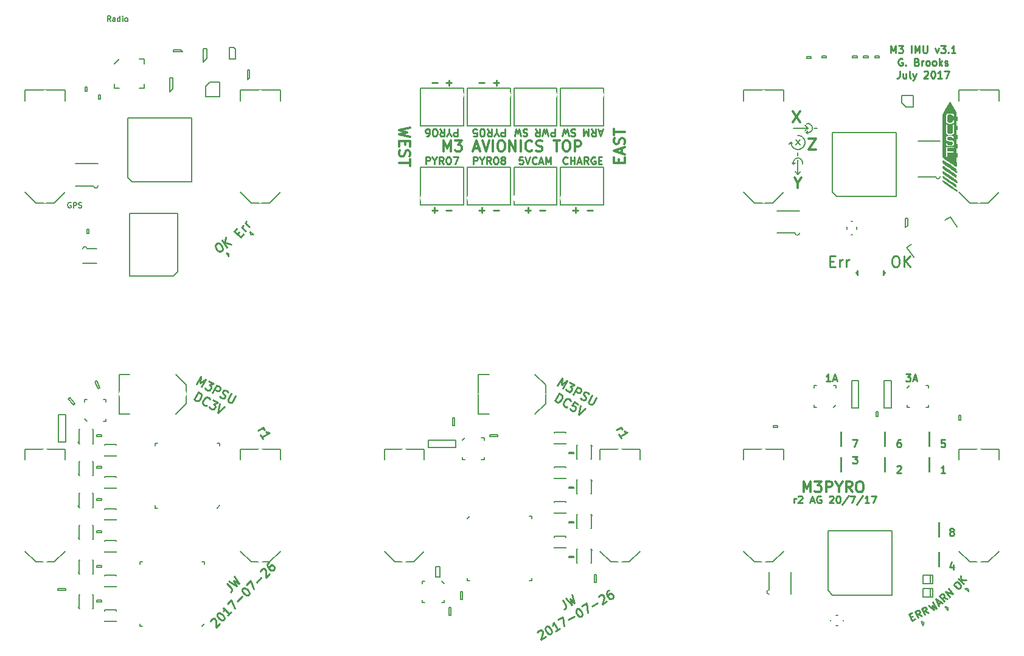
<source format=gto>
G04 #@! TF.GenerationSoftware,KiCad,Pcbnew,no-vcs-found-d3b382c~59~ubuntu16.04.1*
G04 #@! TF.CreationDate,2017-07-31T19:30:18+01:00*
G04 #@! TF.ProjectId,r2_panel,72325F70616E656C2E6B696361645F70,1*
G04 #@! TF.SameCoordinates,Original
G04 #@! TF.FileFunction,Legend,Top*
G04 #@! TF.FilePolarity,Positive*
%FSLAX46Y46*%
G04 Gerber Fmt 4.6, Leading zero omitted, Abs format (unit mm)*
G04 Created by KiCad (PCBNEW no-vcs-found-d3b382c~59~ubuntu16.04.1) date Mon Jul 31 19:30:18 2017*
%MOMM*%
%LPD*%
G01*
G04 APERTURE LIST*
%ADD10C,0.250000*%
%ADD11C,0.187500*%
%ADD12C,0.300000*%
%ADD13C,0.200000*%
%ADD14C,0.150000*%
%ADD15C,0.100000*%
%ADD16R,0.300000X1.500000*%
%ADD17R,1.500000X0.300000*%
%ADD18R,0.400000X0.950000*%
%ADD19R,0.620000X0.620000*%
%ADD20R,1.000000X1.050000*%
%ADD21R,1.050000X2.200000*%
%ADD22R,2.920000X0.740000*%
%ADD23C,0.950000*%
%ADD24R,0.650000X0.350000*%
%ADD25R,0.802000X0.802000*%
%ADD26R,0.750000X0.300000*%
%ADD27R,0.300000X0.750000*%
%ADD28R,2.602000X2.602000*%
%ADD29C,1.200000*%
%ADD30R,0.750000X0.900000*%
%ADD31R,0.470000X0.400000*%
%ADD32R,0.952000X1.702000*%
%ADD33R,0.520000X0.520000*%
%ADD34R,0.950000X1.000000*%
%ADD35R,0.950000X0.400000*%
%ADD36R,1.100000X0.600000*%
%ADD37R,1.450000X0.300000*%
%ADD38R,0.600000X0.200000*%
%ADD39R,1.800000X0.700000*%
%ADD40R,0.800000X1.000000*%
%ADD41C,1.600000*%
%ADD42R,0.702000X0.702000*%
%ADD43R,0.250000X0.700000*%
%ADD44R,0.700000X0.250000*%
%ADD45R,0.300000X0.250000*%
%ADD46R,0.620000X0.200000*%
%ADD47R,1.100000X0.670000*%
%ADD48R,0.980000X3.400000*%
%ADD49R,0.740000X2.920000*%
%ADD50R,0.400000X0.850000*%
%ADD51R,0.400000X0.455000*%
%ADD52R,1.050000X1.100000*%
%ADD53R,1.000000X0.950000*%
%ADD54C,1.150000*%
%ADD55R,0.250000X0.600000*%
%ADD56R,0.600000X0.250000*%
%ADD57R,1.702000X1.702000*%
%ADD58R,1.450000X1.150000*%
%ADD59C,1.000000*%
%ADD60R,0.710000X0.300000*%
%ADD61C,0.400000*%
%ADD62C,1.000000*%
%ADD63C,1.800000*%
%ADD64C,1.575000*%
%ADD65R,0.200000X0.400000*%
%ADD66R,0.400000X0.200000*%
%ADD67R,0.850000X0.950000*%
%ADD68R,0.559000X0.406000*%
%ADD69R,0.350000X0.650000*%
%ADD70R,0.900000X0.500000*%
%ADD71R,0.950000X0.850000*%
%ADD72R,3.400000X0.980000*%
%ADD73R,1.150000X1.450000*%
%ADD74C,0.620000*%
%ADD75R,0.500000X1.600000*%
G04 APERTURE END LIST*
D10*
X86791551Y-87210948D02*
X87048666Y-86904530D01*
X87640372Y-87177246D02*
X87273065Y-87614986D01*
X86353811Y-86843641D01*
X86721118Y-86405901D01*
X87970948Y-86783280D02*
X87358113Y-86269050D01*
X87533209Y-86415973D02*
X87482391Y-86298738D01*
X87475348Y-86218233D01*
X87505036Y-86093954D01*
X87578497Y-86006406D01*
X88448448Y-86214219D02*
X87835612Y-85699989D01*
X88010708Y-85846912D02*
X87959891Y-85729676D01*
X87952848Y-85649172D01*
X87982535Y-85524893D01*
X88055996Y-85437345D01*
X83787969Y-88621397D02*
X83975204Y-88490294D01*
X84101597Y-88471551D01*
X84260766Y-88499617D01*
X84438678Y-88654076D01*
X84668109Y-88981737D01*
X84752403Y-89201747D01*
X84724337Y-89360916D01*
X84663496Y-89473276D01*
X84476261Y-89604379D01*
X84349868Y-89623122D01*
X84190699Y-89595057D01*
X84012787Y-89440598D01*
X83783356Y-89112937D01*
X83699062Y-88892926D01*
X83727128Y-88733757D01*
X83787969Y-88621397D01*
X85318817Y-89014415D02*
X84630526Y-88031433D01*
X85880522Y-88621106D02*
X85065934Y-88354384D01*
X85192230Y-87638123D02*
X85023835Y-88593137D01*
D11*
X63614285Y-82825000D02*
X63542857Y-82789285D01*
X63435714Y-82789285D01*
X63328571Y-82825000D01*
X63257142Y-82896428D01*
X63221428Y-82967857D01*
X63185714Y-83110714D01*
X63185714Y-83217857D01*
X63221428Y-83360714D01*
X63257142Y-83432142D01*
X63328571Y-83503571D01*
X63435714Y-83539285D01*
X63507142Y-83539285D01*
X63614285Y-83503571D01*
X63650000Y-83467857D01*
X63650000Y-83217857D01*
X63507142Y-83217857D01*
X63971428Y-83539285D02*
X63971428Y-82789285D01*
X64257142Y-82789285D01*
X64328571Y-82825000D01*
X64364285Y-82860714D01*
X64400000Y-82932142D01*
X64400000Y-83039285D01*
X64364285Y-83110714D01*
X64328571Y-83146428D01*
X64257142Y-83182142D01*
X63971428Y-83182142D01*
X64685714Y-83503571D02*
X64792857Y-83539285D01*
X64971428Y-83539285D01*
X65042857Y-83503571D01*
X65078571Y-83467857D01*
X65114285Y-83396428D01*
X65114285Y-83325000D01*
X65078571Y-83253571D01*
X65042857Y-83217857D01*
X64971428Y-83182142D01*
X64828571Y-83146428D01*
X64757142Y-83110714D01*
X64721428Y-83075000D01*
X64685714Y-83003571D01*
X64685714Y-82932142D01*
X64721428Y-82860714D01*
X64757142Y-82825000D01*
X64828571Y-82789285D01*
X65007142Y-82789285D01*
X65114285Y-82825000D01*
X69135714Y-57589285D02*
X68885714Y-57232142D01*
X68707142Y-57589285D02*
X68707142Y-56839285D01*
X68992857Y-56839285D01*
X69064285Y-56875000D01*
X69100000Y-56910714D01*
X69135714Y-56982142D01*
X69135714Y-57089285D01*
X69100000Y-57160714D01*
X69064285Y-57196428D01*
X68992857Y-57232142D01*
X68707142Y-57232142D01*
X69778571Y-57589285D02*
X69778571Y-57196428D01*
X69742857Y-57125000D01*
X69671428Y-57089285D01*
X69528571Y-57089285D01*
X69457142Y-57125000D01*
X69778571Y-57553571D02*
X69707142Y-57589285D01*
X69528571Y-57589285D01*
X69457142Y-57553571D01*
X69421428Y-57482142D01*
X69421428Y-57410714D01*
X69457142Y-57339285D01*
X69528571Y-57303571D01*
X69707142Y-57303571D01*
X69778571Y-57267857D01*
X70457142Y-57589285D02*
X70457142Y-56839285D01*
X70457142Y-57553571D02*
X70385714Y-57589285D01*
X70242857Y-57589285D01*
X70171428Y-57553571D01*
X70135714Y-57517857D01*
X70100000Y-57446428D01*
X70100000Y-57232142D01*
X70135714Y-57160714D01*
X70171428Y-57125000D01*
X70242857Y-57089285D01*
X70385714Y-57089285D01*
X70457142Y-57125000D01*
X70814285Y-57589285D02*
X70814285Y-57089285D01*
X70814285Y-56839285D02*
X70778571Y-56875000D01*
X70814285Y-56910714D01*
X70850000Y-56875000D01*
X70814285Y-56839285D01*
X70814285Y-56910714D01*
X71278571Y-57589285D02*
X71207142Y-57553571D01*
X71171428Y-57517857D01*
X71135714Y-57446428D01*
X71135714Y-57232142D01*
X71171428Y-57160714D01*
X71207142Y-57125000D01*
X71278571Y-57089285D01*
X71385714Y-57089285D01*
X71457142Y-57125000D01*
X71492857Y-57160714D01*
X71528571Y-57232142D01*
X71528571Y-57446428D01*
X71492857Y-57517857D01*
X71457142Y-57553571D01*
X71385714Y-57589285D01*
X71278571Y-57589285D01*
D10*
X123180952Y-66128571D02*
X122419047Y-66128571D01*
X122800000Y-65747619D02*
X122800000Y-66509523D01*
X121180952Y-66128571D02*
X120419047Y-66128571D01*
X116580952Y-66128571D02*
X115819047Y-66128571D01*
X116200000Y-65747619D02*
X116200000Y-66509523D01*
X114580952Y-66128571D02*
X113819047Y-66128571D01*
X133419047Y-83871428D02*
X134180952Y-83871428D01*
X133800000Y-84252380D02*
X133800000Y-83490476D01*
X135419047Y-83871428D02*
X136180952Y-83871428D01*
X126819047Y-83871428D02*
X127580952Y-83871428D01*
X127200000Y-84252380D02*
X127200000Y-83490476D01*
X128819047Y-83871428D02*
X129580952Y-83871428D01*
X113819047Y-83871428D02*
X114580952Y-83871428D01*
X114200000Y-84252380D02*
X114200000Y-83490476D01*
X115819047Y-83871428D02*
X116580952Y-83871428D01*
X120419047Y-83871428D02*
X121180952Y-83871428D01*
X120800000Y-84252380D02*
X120800000Y-83490476D01*
X122419047Y-83871428D02*
X123180952Y-83871428D01*
D12*
X115500000Y-75678571D02*
X115500000Y-74178571D01*
X116000000Y-75250000D01*
X116500000Y-74178571D01*
X116500000Y-75678571D01*
X117071428Y-74178571D02*
X118000000Y-74178571D01*
X117500000Y-74750000D01*
X117714285Y-74750000D01*
X117857142Y-74821428D01*
X117928571Y-74892857D01*
X118000000Y-75035714D01*
X118000000Y-75392857D01*
X117928571Y-75535714D01*
X117857142Y-75607142D01*
X117714285Y-75678571D01*
X117285714Y-75678571D01*
X117142857Y-75607142D01*
X117071428Y-75535714D01*
X119714285Y-75250000D02*
X120428571Y-75250000D01*
X119571428Y-75678571D02*
X120071428Y-74178571D01*
X120571428Y-75678571D01*
X120857142Y-74178571D02*
X121357142Y-75678571D01*
X121857142Y-74178571D01*
X122357142Y-75678571D02*
X122357142Y-74178571D01*
X123357142Y-74178571D02*
X123642857Y-74178571D01*
X123785714Y-74250000D01*
X123928571Y-74392857D01*
X124000000Y-74678571D01*
X124000000Y-75178571D01*
X123928571Y-75464285D01*
X123785714Y-75607142D01*
X123642857Y-75678571D01*
X123357142Y-75678571D01*
X123214285Y-75607142D01*
X123071428Y-75464285D01*
X123000000Y-75178571D01*
X123000000Y-74678571D01*
X123071428Y-74392857D01*
X123214285Y-74250000D01*
X123357142Y-74178571D01*
X124642857Y-75678571D02*
X124642857Y-74178571D01*
X125500000Y-75678571D01*
X125500000Y-74178571D01*
X126214285Y-75678571D02*
X126214285Y-74178571D01*
X127785714Y-75535714D02*
X127714285Y-75607142D01*
X127500000Y-75678571D01*
X127357142Y-75678571D01*
X127142857Y-75607142D01*
X127000000Y-75464285D01*
X126928571Y-75321428D01*
X126857142Y-75035714D01*
X126857142Y-74821428D01*
X126928571Y-74535714D01*
X127000000Y-74392857D01*
X127142857Y-74250000D01*
X127357142Y-74178571D01*
X127500000Y-74178571D01*
X127714285Y-74250000D01*
X127785714Y-74321428D01*
X128357142Y-75607142D02*
X128571428Y-75678571D01*
X128928571Y-75678571D01*
X129071428Y-75607142D01*
X129142857Y-75535714D01*
X129214285Y-75392857D01*
X129214285Y-75250000D01*
X129142857Y-75107142D01*
X129071428Y-75035714D01*
X128928571Y-74964285D01*
X128642857Y-74892857D01*
X128500000Y-74821428D01*
X128428571Y-74750000D01*
X128357142Y-74607142D01*
X128357142Y-74464285D01*
X128428571Y-74321428D01*
X128500000Y-74250000D01*
X128642857Y-74178571D01*
X129000000Y-74178571D01*
X129214285Y-74250000D01*
X130785714Y-74178571D02*
X131642857Y-74178571D01*
X131214285Y-75678571D02*
X131214285Y-74178571D01*
X132428571Y-74178571D02*
X132714285Y-74178571D01*
X132857142Y-74250000D01*
X133000000Y-74392857D01*
X133071428Y-74678571D01*
X133071428Y-75178571D01*
X133000000Y-75464285D01*
X132857142Y-75607142D01*
X132714285Y-75678571D01*
X132428571Y-75678571D01*
X132285714Y-75607142D01*
X132142857Y-75464285D01*
X132071428Y-75178571D01*
X132071428Y-74678571D01*
X132142857Y-74392857D01*
X132285714Y-74250000D01*
X132428571Y-74178571D01*
X133714285Y-75678571D02*
X133714285Y-74178571D01*
X134285714Y-74178571D01*
X134428571Y-74250000D01*
X134500000Y-74321428D01*
X134571428Y-74464285D01*
X134571428Y-74678571D01*
X134500000Y-74821428D01*
X134428571Y-74892857D01*
X134285714Y-74964285D01*
X133714285Y-74964285D01*
D10*
X137538095Y-72833333D02*
X137061904Y-72833333D01*
X137633333Y-72547619D02*
X137300000Y-73547619D01*
X136966666Y-72547619D01*
X136061904Y-72547619D02*
X136395238Y-73023809D01*
X136633333Y-72547619D02*
X136633333Y-73547619D01*
X136252380Y-73547619D01*
X136157142Y-73500000D01*
X136109523Y-73452380D01*
X136061904Y-73357142D01*
X136061904Y-73214285D01*
X136109523Y-73119047D01*
X136157142Y-73071428D01*
X136252380Y-73023809D01*
X136633333Y-73023809D01*
X135633333Y-72547619D02*
X135633333Y-73547619D01*
X135300000Y-72833333D01*
X134966666Y-73547619D01*
X134966666Y-72547619D01*
X133776190Y-72595238D02*
X133633333Y-72547619D01*
X133395238Y-72547619D01*
X133300000Y-72595238D01*
X133252380Y-72642857D01*
X133204761Y-72738095D01*
X133204761Y-72833333D01*
X133252380Y-72928571D01*
X133300000Y-72976190D01*
X133395238Y-73023809D01*
X133585714Y-73071428D01*
X133680952Y-73119047D01*
X133728571Y-73166666D01*
X133776190Y-73261904D01*
X133776190Y-73357142D01*
X133728571Y-73452380D01*
X133680952Y-73500000D01*
X133585714Y-73547619D01*
X133347619Y-73547619D01*
X133204761Y-73500000D01*
X132871428Y-73547619D02*
X132633333Y-72547619D01*
X132442857Y-73261904D01*
X132252380Y-72547619D01*
X132014285Y-73547619D01*
X130961904Y-72547619D02*
X130961904Y-73547619D01*
X130580952Y-73547619D01*
X130485714Y-73500000D01*
X130438095Y-73452380D01*
X130390476Y-73357142D01*
X130390476Y-73214285D01*
X130438095Y-73119047D01*
X130485714Y-73071428D01*
X130580952Y-73023809D01*
X130961904Y-73023809D01*
X130057142Y-73547619D02*
X129819047Y-72547619D01*
X129628571Y-73261904D01*
X129438095Y-72547619D01*
X129200000Y-73547619D01*
X128247619Y-72547619D02*
X128580952Y-73023809D01*
X128819047Y-72547619D02*
X128819047Y-73547619D01*
X128438095Y-73547619D01*
X128342857Y-73500000D01*
X128295238Y-73452380D01*
X128247619Y-73357142D01*
X128247619Y-73214285D01*
X128295238Y-73119047D01*
X128342857Y-73071428D01*
X128438095Y-73023809D01*
X128819047Y-73023809D01*
X127104761Y-72595238D02*
X126961904Y-72547619D01*
X126723809Y-72547619D01*
X126628571Y-72595238D01*
X126580952Y-72642857D01*
X126533333Y-72738095D01*
X126533333Y-72833333D01*
X126580952Y-72928571D01*
X126628571Y-72976190D01*
X126723809Y-73023809D01*
X126914285Y-73071428D01*
X127009523Y-73119047D01*
X127057142Y-73166666D01*
X127104761Y-73261904D01*
X127104761Y-73357142D01*
X127057142Y-73452380D01*
X127009523Y-73500000D01*
X126914285Y-73547619D01*
X126676190Y-73547619D01*
X126533333Y-73500000D01*
X126200000Y-73547619D02*
X125961904Y-72547619D01*
X125771428Y-73261904D01*
X125580952Y-72547619D01*
X125342857Y-73547619D01*
X123990476Y-72547619D02*
X123990476Y-73547619D01*
X123609523Y-73547619D01*
X123514285Y-73500000D01*
X123466666Y-73452380D01*
X123419047Y-73357142D01*
X123419047Y-73214285D01*
X123466666Y-73119047D01*
X123514285Y-73071428D01*
X123609523Y-73023809D01*
X123990476Y-73023809D01*
X122800000Y-73023809D02*
X122800000Y-72547619D01*
X123133333Y-73547619D02*
X122800000Y-73023809D01*
X122466666Y-73547619D01*
X121561904Y-72547619D02*
X121895238Y-73023809D01*
X122133333Y-72547619D02*
X122133333Y-73547619D01*
X121752380Y-73547619D01*
X121657142Y-73500000D01*
X121609523Y-73452380D01*
X121561904Y-73357142D01*
X121561904Y-73214285D01*
X121609523Y-73119047D01*
X121657142Y-73071428D01*
X121752380Y-73023809D01*
X122133333Y-73023809D01*
X120942857Y-73547619D02*
X120752380Y-73547619D01*
X120657142Y-73500000D01*
X120561904Y-73404761D01*
X120514285Y-73214285D01*
X120514285Y-72880952D01*
X120561904Y-72690476D01*
X120657142Y-72595238D01*
X120752380Y-72547619D01*
X120942857Y-72547619D01*
X121038095Y-72595238D01*
X121133333Y-72690476D01*
X121180952Y-72880952D01*
X121180952Y-73214285D01*
X121133333Y-73404761D01*
X121038095Y-73500000D01*
X120942857Y-73547619D01*
X119609523Y-73547619D02*
X120085714Y-73547619D01*
X120133333Y-73071428D01*
X120085714Y-73119047D01*
X119990476Y-73166666D01*
X119752380Y-73166666D01*
X119657142Y-73119047D01*
X119609523Y-73071428D01*
X119561904Y-72976190D01*
X119561904Y-72738095D01*
X119609523Y-72642857D01*
X119657142Y-72595238D01*
X119752380Y-72547619D01*
X119990476Y-72547619D01*
X120085714Y-72595238D01*
X120133333Y-72642857D01*
X117390476Y-72547619D02*
X117390476Y-73547619D01*
X117009523Y-73547619D01*
X116914285Y-73500000D01*
X116866666Y-73452380D01*
X116819047Y-73357142D01*
X116819047Y-73214285D01*
X116866666Y-73119047D01*
X116914285Y-73071428D01*
X117009523Y-73023809D01*
X117390476Y-73023809D01*
X116200000Y-73023809D02*
X116200000Y-72547619D01*
X116533333Y-73547619D02*
X116200000Y-73023809D01*
X115866666Y-73547619D01*
X114961904Y-72547619D02*
X115295238Y-73023809D01*
X115533333Y-72547619D02*
X115533333Y-73547619D01*
X115152380Y-73547619D01*
X115057142Y-73500000D01*
X115009523Y-73452380D01*
X114961904Y-73357142D01*
X114961904Y-73214285D01*
X115009523Y-73119047D01*
X115057142Y-73071428D01*
X115152380Y-73023809D01*
X115533333Y-73023809D01*
X114342857Y-73547619D02*
X114152380Y-73547619D01*
X114057142Y-73500000D01*
X113961904Y-73404761D01*
X113914285Y-73214285D01*
X113914285Y-72880952D01*
X113961904Y-72690476D01*
X114057142Y-72595238D01*
X114152380Y-72547619D01*
X114342857Y-72547619D01*
X114438095Y-72595238D01*
X114533333Y-72690476D01*
X114580952Y-72880952D01*
X114580952Y-73214285D01*
X114533333Y-73404761D01*
X114438095Y-73500000D01*
X114342857Y-73547619D01*
X113057142Y-73547619D02*
X113247619Y-73547619D01*
X113342857Y-73500000D01*
X113390476Y-73452380D01*
X113485714Y-73309523D01*
X113533333Y-73119047D01*
X113533333Y-72738095D01*
X113485714Y-72642857D01*
X113438095Y-72595238D01*
X113342857Y-72547619D01*
X113152380Y-72547619D01*
X113057142Y-72595238D01*
X113009523Y-72642857D01*
X112961904Y-72738095D01*
X112961904Y-72976190D01*
X113009523Y-73071428D01*
X113057142Y-73119047D01*
X113152380Y-73166666D01*
X113342857Y-73166666D01*
X113438095Y-73119047D01*
X113485714Y-73071428D01*
X113533333Y-72976190D01*
X132704761Y-77357142D02*
X132657142Y-77404761D01*
X132514285Y-77452380D01*
X132419047Y-77452380D01*
X132276190Y-77404761D01*
X132180952Y-77309523D01*
X132133333Y-77214285D01*
X132085714Y-77023809D01*
X132085714Y-76880952D01*
X132133333Y-76690476D01*
X132180952Y-76595238D01*
X132276190Y-76500000D01*
X132419047Y-76452380D01*
X132514285Y-76452380D01*
X132657142Y-76500000D01*
X132704761Y-76547619D01*
X133133333Y-77452380D02*
X133133333Y-76452380D01*
X133133333Y-76928571D02*
X133704761Y-76928571D01*
X133704761Y-77452380D02*
X133704761Y-76452380D01*
X134133333Y-77166666D02*
X134609523Y-77166666D01*
X134038095Y-77452380D02*
X134371428Y-76452380D01*
X134704761Y-77452380D01*
X135609523Y-77452380D02*
X135276190Y-76976190D01*
X135038095Y-77452380D02*
X135038095Y-76452380D01*
X135419047Y-76452380D01*
X135514285Y-76500000D01*
X135561904Y-76547619D01*
X135609523Y-76642857D01*
X135609523Y-76785714D01*
X135561904Y-76880952D01*
X135514285Y-76928571D01*
X135419047Y-76976190D01*
X135038095Y-76976190D01*
X136561904Y-76500000D02*
X136466666Y-76452380D01*
X136323809Y-76452380D01*
X136180952Y-76500000D01*
X136085714Y-76595238D01*
X136038095Y-76690476D01*
X135990476Y-76880952D01*
X135990476Y-77023809D01*
X136038095Y-77214285D01*
X136085714Y-77309523D01*
X136180952Y-77404761D01*
X136323809Y-77452380D01*
X136419047Y-77452380D01*
X136561904Y-77404761D01*
X136609523Y-77357142D01*
X136609523Y-77023809D01*
X136419047Y-77023809D01*
X137038095Y-76928571D02*
X137371428Y-76928571D01*
X137514285Y-77452380D02*
X137038095Y-77452380D01*
X137038095Y-76452380D01*
X137514285Y-76452380D01*
X126509523Y-76452380D02*
X126033333Y-76452380D01*
X125985714Y-76928571D01*
X126033333Y-76880952D01*
X126128571Y-76833333D01*
X126366666Y-76833333D01*
X126461904Y-76880952D01*
X126509523Y-76928571D01*
X126557142Y-77023809D01*
X126557142Y-77261904D01*
X126509523Y-77357142D01*
X126461904Y-77404761D01*
X126366666Y-77452380D01*
X126128571Y-77452380D01*
X126033333Y-77404761D01*
X125985714Y-77357142D01*
X126842857Y-76452380D02*
X127176190Y-77452380D01*
X127509523Y-76452380D01*
X128414285Y-77357142D02*
X128366666Y-77404761D01*
X128223809Y-77452380D01*
X128128571Y-77452380D01*
X127985714Y-77404761D01*
X127890476Y-77309523D01*
X127842857Y-77214285D01*
X127795238Y-77023809D01*
X127795238Y-76880952D01*
X127842857Y-76690476D01*
X127890476Y-76595238D01*
X127985714Y-76500000D01*
X128128571Y-76452380D01*
X128223809Y-76452380D01*
X128366666Y-76500000D01*
X128414285Y-76547619D01*
X128795238Y-77166666D02*
X129271428Y-77166666D01*
X128700000Y-77452380D02*
X129033333Y-76452380D01*
X129366666Y-77452380D01*
X129700000Y-77452380D02*
X129700000Y-76452380D01*
X130033333Y-77166666D01*
X130366666Y-76452380D01*
X130366666Y-77452380D01*
X119609523Y-77452380D02*
X119609523Y-76452380D01*
X119990476Y-76452380D01*
X120085714Y-76500000D01*
X120133333Y-76547619D01*
X120180952Y-76642857D01*
X120180952Y-76785714D01*
X120133333Y-76880952D01*
X120085714Y-76928571D01*
X119990476Y-76976190D01*
X119609523Y-76976190D01*
X120800000Y-76976190D02*
X120800000Y-77452380D01*
X120466666Y-76452380D02*
X120800000Y-76976190D01*
X121133333Y-76452380D01*
X122038095Y-77452380D02*
X121704761Y-76976190D01*
X121466666Y-77452380D02*
X121466666Y-76452380D01*
X121847619Y-76452380D01*
X121942857Y-76500000D01*
X121990476Y-76547619D01*
X122038095Y-76642857D01*
X122038095Y-76785714D01*
X121990476Y-76880952D01*
X121942857Y-76928571D01*
X121847619Y-76976190D01*
X121466666Y-76976190D01*
X122657142Y-76452380D02*
X122847619Y-76452380D01*
X122942857Y-76500000D01*
X123038095Y-76595238D01*
X123085714Y-76785714D01*
X123085714Y-77119047D01*
X123038095Y-77309523D01*
X122942857Y-77404761D01*
X122847619Y-77452380D01*
X122657142Y-77452380D01*
X122561904Y-77404761D01*
X122466666Y-77309523D01*
X122419047Y-77119047D01*
X122419047Y-76785714D01*
X122466666Y-76595238D01*
X122561904Y-76500000D01*
X122657142Y-76452380D01*
X123657142Y-76880952D02*
X123561904Y-76833333D01*
X123514285Y-76785714D01*
X123466666Y-76690476D01*
X123466666Y-76642857D01*
X123514285Y-76547619D01*
X123561904Y-76500000D01*
X123657142Y-76452380D01*
X123847619Y-76452380D01*
X123942857Y-76500000D01*
X123990476Y-76547619D01*
X124038095Y-76642857D01*
X124038095Y-76690476D01*
X123990476Y-76785714D01*
X123942857Y-76833333D01*
X123847619Y-76880952D01*
X123657142Y-76880952D01*
X123561904Y-76928571D01*
X123514285Y-76976190D01*
X123466666Y-77071428D01*
X123466666Y-77261904D01*
X123514285Y-77357142D01*
X123561904Y-77404761D01*
X123657142Y-77452380D01*
X123847619Y-77452380D01*
X123942857Y-77404761D01*
X123990476Y-77357142D01*
X124038095Y-77261904D01*
X124038095Y-77071428D01*
X123990476Y-76976190D01*
X123942857Y-76928571D01*
X123847619Y-76880952D01*
X113009523Y-77452380D02*
X113009523Y-76452380D01*
X113390476Y-76452380D01*
X113485714Y-76500000D01*
X113533333Y-76547619D01*
X113580952Y-76642857D01*
X113580952Y-76785714D01*
X113533333Y-76880952D01*
X113485714Y-76928571D01*
X113390476Y-76976190D01*
X113009523Y-76976190D01*
X114200000Y-76976190D02*
X114200000Y-77452380D01*
X113866666Y-76452380D02*
X114200000Y-76976190D01*
X114533333Y-76452380D01*
X115438095Y-77452380D02*
X115104761Y-76976190D01*
X114866666Y-77452380D02*
X114866666Y-76452380D01*
X115247619Y-76452380D01*
X115342857Y-76500000D01*
X115390476Y-76547619D01*
X115438095Y-76642857D01*
X115438095Y-76785714D01*
X115390476Y-76880952D01*
X115342857Y-76928571D01*
X115247619Y-76976190D01*
X114866666Y-76976190D01*
X116057142Y-76452380D02*
X116247619Y-76452380D01*
X116342857Y-76500000D01*
X116438095Y-76595238D01*
X116485714Y-76785714D01*
X116485714Y-77119047D01*
X116438095Y-77309523D01*
X116342857Y-77404761D01*
X116247619Y-77452380D01*
X116057142Y-77452380D01*
X115961904Y-77404761D01*
X115866666Y-77309523D01*
X115819047Y-77119047D01*
X115819047Y-76785714D01*
X115866666Y-76595238D01*
X115961904Y-76500000D01*
X116057142Y-76452380D01*
X116819047Y-76452380D02*
X117485714Y-76452380D01*
X117057142Y-77452380D01*
D12*
X110821428Y-72392857D02*
X109321428Y-72750000D01*
X110392857Y-73035714D01*
X109321428Y-73321428D01*
X110821428Y-73678571D01*
X110107142Y-74250000D02*
X110107142Y-74750000D01*
X109321428Y-74964285D02*
X109321428Y-74250000D01*
X110821428Y-74250000D01*
X110821428Y-74964285D01*
X109392857Y-75535714D02*
X109321428Y-75750000D01*
X109321428Y-76107142D01*
X109392857Y-76250000D01*
X109464285Y-76321428D01*
X109607142Y-76392857D01*
X109750000Y-76392857D01*
X109892857Y-76321428D01*
X109964285Y-76250000D01*
X110035714Y-76107142D01*
X110107142Y-75821428D01*
X110178571Y-75678571D01*
X110250000Y-75607142D01*
X110392857Y-75535714D01*
X110535714Y-75535714D01*
X110678571Y-75607142D01*
X110750000Y-75678571D01*
X110821428Y-75821428D01*
X110821428Y-76178571D01*
X110750000Y-76392857D01*
X110821428Y-76821428D02*
X110821428Y-77678571D01*
X109321428Y-77250000D02*
X110821428Y-77250000D01*
X139892857Y-77250000D02*
X139892857Y-76750000D01*
X140678571Y-76535714D02*
X140678571Y-77250000D01*
X139178571Y-77250000D01*
X139178571Y-76535714D01*
X140250000Y-75964285D02*
X140250000Y-75250000D01*
X140678571Y-76107142D02*
X139178571Y-75607142D01*
X140678571Y-75107142D01*
X140607142Y-74678571D02*
X140678571Y-74464285D01*
X140678571Y-74107142D01*
X140607142Y-73964285D01*
X140535714Y-73892857D01*
X140392857Y-73821428D01*
X140250000Y-73821428D01*
X140107142Y-73892857D01*
X140035714Y-73964285D01*
X139964285Y-74107142D01*
X139892857Y-74392857D01*
X139821428Y-74535714D01*
X139750000Y-74607142D01*
X139607142Y-74678571D01*
X139464285Y-74678571D01*
X139321428Y-74607142D01*
X139250000Y-74535714D01*
X139178571Y-74392857D01*
X139178571Y-74035714D01*
X139250000Y-73821428D01*
X139178571Y-73392857D02*
X139178571Y-72535714D01*
X140678571Y-72964285D02*
X139178571Y-72964285D01*
D10*
X85296890Y-135874200D02*
X85902982Y-136480292D01*
X85983794Y-136641916D01*
X85983794Y-136803541D01*
X85902982Y-136965165D01*
X85822170Y-137045977D01*
X85620139Y-135550951D02*
X86670698Y-136197449D01*
X86226231Y-135429733D01*
X86993947Y-135874200D01*
X86347449Y-134823642D01*
X83069504Y-141162349D02*
X83069504Y-141081537D01*
X83109910Y-140960318D01*
X83311941Y-140758288D01*
X83433159Y-140717882D01*
X83513971Y-140717882D01*
X83635190Y-140758288D01*
X83716002Y-140839100D01*
X83796814Y-141000725D01*
X83796814Y-141970471D01*
X84322093Y-141445192D01*
X83998844Y-140071384D02*
X84079657Y-139990572D01*
X84200875Y-139950166D01*
X84281687Y-139950166D01*
X84402906Y-139990572D01*
X84604936Y-140111790D01*
X84806967Y-140313821D01*
X84928185Y-140515851D01*
X84968591Y-140637070D01*
X84968591Y-140717882D01*
X84928185Y-140839100D01*
X84847373Y-140919912D01*
X84726154Y-140960318D01*
X84645342Y-140960318D01*
X84524124Y-140919912D01*
X84322093Y-140798694D01*
X84120063Y-140596663D01*
X83998844Y-140394633D01*
X83958438Y-140273415D01*
X83958438Y-140192602D01*
X83998844Y-140071384D01*
X85938337Y-139828948D02*
X85453464Y-140313821D01*
X85695901Y-140071384D02*
X84847373Y-139222856D01*
X84887779Y-139424887D01*
X84887779Y-139586511D01*
X84847373Y-139707729D01*
X85372652Y-138697577D02*
X85938337Y-138131891D01*
X86423211Y-139344074D01*
X86786866Y-138333922D02*
X87433363Y-137687424D01*
X87473769Y-136596459D02*
X87554581Y-136515647D01*
X87675800Y-136475241D01*
X87756612Y-136475241D01*
X87877830Y-136515647D01*
X88079861Y-136636866D01*
X88281891Y-136838896D01*
X88403110Y-137040927D01*
X88443516Y-137162145D01*
X88443516Y-137242957D01*
X88403110Y-137364175D01*
X88322297Y-137444988D01*
X88201079Y-137485394D01*
X88120267Y-137485394D01*
X87999049Y-137444988D01*
X87797018Y-137323769D01*
X87594988Y-137121739D01*
X87473769Y-136919708D01*
X87433363Y-136798490D01*
X87433363Y-136717678D01*
X87473769Y-136596459D01*
X88039455Y-136030774D02*
X88605140Y-135465089D01*
X89090013Y-136677272D01*
X89453668Y-135667119D02*
X90100166Y-135020621D01*
X90019354Y-134212499D02*
X90019354Y-134131687D01*
X90059760Y-134010469D01*
X90261790Y-133808438D01*
X90383009Y-133768032D01*
X90463821Y-133768032D01*
X90585039Y-133808438D01*
X90665851Y-133889251D01*
X90746663Y-134050875D01*
X90746663Y-135020621D01*
X91271943Y-134495342D01*
X91150725Y-132919504D02*
X90989100Y-133081129D01*
X90948694Y-133202347D01*
X90948694Y-133283159D01*
X90989100Y-133485190D01*
X91110318Y-133687220D01*
X91433567Y-134010469D01*
X91554786Y-134050875D01*
X91635598Y-134050875D01*
X91756816Y-134010469D01*
X91918440Y-133848844D01*
X91958847Y-133727626D01*
X91958847Y-133646814D01*
X91918440Y-133525596D01*
X91716410Y-133323565D01*
X91595192Y-133283159D01*
X91514379Y-133283159D01*
X91393161Y-133323565D01*
X91231537Y-133485190D01*
X91191131Y-133606408D01*
X91191131Y-133687220D01*
X91231537Y-133808438D01*
X89676300Y-114552326D02*
X90369120Y-114152326D01*
X90171172Y-114266611D02*
X90298717Y-114258956D01*
X90376776Y-114279871D01*
X90483406Y-114350274D01*
X90540549Y-114449249D01*
X90362014Y-115740018D02*
X90019157Y-115146172D01*
X90190586Y-115443095D02*
X91229816Y-114843095D01*
X91024212Y-114829835D01*
X90868095Y-114788003D01*
X90761465Y-114717600D01*
X81109801Y-108084693D02*
X81691573Y-107035149D01*
X81625869Y-107978747D01*
X82391268Y-107422997D01*
X81809497Y-108472541D01*
X82791095Y-107644624D02*
X83440812Y-108004768D01*
X82869337Y-108210671D01*
X83019272Y-108293781D01*
X83091525Y-108399166D01*
X83113800Y-108476848D01*
X83108371Y-108604508D01*
X82969854Y-108854399D01*
X82864469Y-108926652D01*
X82786787Y-108948927D01*
X82659127Y-108943498D01*
X82359258Y-108777278D01*
X82287005Y-108671893D01*
X82264730Y-108594211D01*
X83308845Y-109303643D02*
X83890616Y-108254099D01*
X84290443Y-108475726D01*
X84362696Y-108581111D01*
X84384971Y-108658793D01*
X84379542Y-108786453D01*
X84296432Y-108936388D01*
X84191047Y-109008641D01*
X84113365Y-109030916D01*
X83985705Y-109025487D01*
X83585879Y-108803860D01*
X84336114Y-109807733D02*
X84458345Y-109940821D01*
X84708236Y-110079338D01*
X84835896Y-110084767D01*
X84913578Y-110062492D01*
X85018963Y-109990239D01*
X85074370Y-109890282D01*
X85079799Y-109762622D01*
X85057524Y-109684941D01*
X84985271Y-109579555D01*
X84813061Y-109418764D01*
X84740808Y-109313378D01*
X84718533Y-109235697D01*
X84723961Y-109108037D01*
X84779368Y-109008080D01*
X84884753Y-108935827D01*
X84962435Y-108913552D01*
X85090095Y-108918981D01*
X85339986Y-109057498D01*
X85462218Y-109190586D01*
X85939725Y-109389939D02*
X85468768Y-110239569D01*
X85463339Y-110367229D01*
X85485614Y-110444911D01*
X85557867Y-110550296D01*
X85757780Y-110661110D01*
X85885440Y-110666538D01*
X85963122Y-110644263D01*
X86068507Y-110572010D01*
X86539465Y-109722380D01*
X80790648Y-110251659D02*
X81372419Y-109202115D01*
X81622311Y-109340632D01*
X81744542Y-109473721D01*
X81789092Y-109629084D01*
X81783663Y-109756744D01*
X81722828Y-109984360D01*
X81639718Y-110134295D01*
X81478926Y-110306505D01*
X81373541Y-110378758D01*
X81218177Y-110423308D01*
X81040539Y-110390176D01*
X80790648Y-110251659D01*
X82495337Y-111065915D02*
X82417656Y-111088190D01*
X82240018Y-111055058D01*
X82140061Y-110999651D01*
X82017830Y-110866562D01*
X81973280Y-110711199D01*
X81978708Y-110583539D01*
X82039544Y-110355923D01*
X82122654Y-110205988D01*
X82283446Y-110033778D01*
X82388831Y-109961525D01*
X82544194Y-109916975D01*
X82721833Y-109950107D01*
X82821789Y-110005514D01*
X82944020Y-110138602D01*
X82966295Y-110216284D01*
X83371550Y-110310251D02*
X84021268Y-110670396D01*
X83449792Y-110876298D01*
X83599727Y-110959408D01*
X83671980Y-111064793D01*
X83694255Y-111142475D01*
X83688827Y-111270135D01*
X83550310Y-111520026D01*
X83444925Y-111592279D01*
X83367243Y-111614554D01*
X83239583Y-111609126D01*
X82939713Y-111442905D01*
X82867460Y-111337520D01*
X82845185Y-111259839D01*
X84321137Y-110836616D02*
X84089213Y-112080084D01*
X85020833Y-111224464D01*
X177711809Y-61981380D02*
X177711809Y-60981380D01*
X178045142Y-61695666D01*
X178378476Y-60981380D01*
X178378476Y-61981380D01*
X178759428Y-60981380D02*
X179378476Y-60981380D01*
X179045142Y-61362333D01*
X179188000Y-61362333D01*
X179283238Y-61409952D01*
X179330857Y-61457571D01*
X179378476Y-61552809D01*
X179378476Y-61790904D01*
X179330857Y-61886142D01*
X179283238Y-61933761D01*
X179188000Y-61981380D01*
X178902285Y-61981380D01*
X178807047Y-61933761D01*
X178759428Y-61886142D01*
X180568952Y-61981380D02*
X180568952Y-60981380D01*
X181045142Y-61981380D02*
X181045142Y-60981380D01*
X181378476Y-61695666D01*
X181711809Y-60981380D01*
X181711809Y-61981380D01*
X182188000Y-60981380D02*
X182188000Y-61790904D01*
X182235619Y-61886142D01*
X182283238Y-61933761D01*
X182378476Y-61981380D01*
X182568952Y-61981380D01*
X182664190Y-61933761D01*
X182711809Y-61886142D01*
X182759428Y-61790904D01*
X182759428Y-60981380D01*
X183902285Y-61314714D02*
X184140380Y-61981380D01*
X184378476Y-61314714D01*
X184664190Y-60981380D02*
X185283238Y-60981380D01*
X184949904Y-61362333D01*
X185092761Y-61362333D01*
X185188000Y-61409952D01*
X185235619Y-61457571D01*
X185283238Y-61552809D01*
X185283238Y-61790904D01*
X185235619Y-61886142D01*
X185188000Y-61933761D01*
X185092761Y-61981380D01*
X184807047Y-61981380D01*
X184711809Y-61933761D01*
X184664190Y-61886142D01*
X185711809Y-61886142D02*
X185759428Y-61933761D01*
X185711809Y-61981380D01*
X185664190Y-61933761D01*
X185711809Y-61886142D01*
X185711809Y-61981380D01*
X186711809Y-61981380D02*
X186140380Y-61981380D01*
X186426095Y-61981380D02*
X186426095Y-60981380D01*
X186330857Y-61124238D01*
X186235619Y-61219476D01*
X186140380Y-61267095D01*
X179307047Y-62779000D02*
X179211809Y-62731380D01*
X179068952Y-62731380D01*
X178926095Y-62779000D01*
X178830857Y-62874238D01*
X178783238Y-62969476D01*
X178735619Y-63159952D01*
X178735619Y-63302809D01*
X178783238Y-63493285D01*
X178830857Y-63588523D01*
X178926095Y-63683761D01*
X179068952Y-63731380D01*
X179164190Y-63731380D01*
X179307047Y-63683761D01*
X179354666Y-63636142D01*
X179354666Y-63302809D01*
X179164190Y-63302809D01*
X179783238Y-63636142D02*
X179830857Y-63683761D01*
X179783238Y-63731380D01*
X179735619Y-63683761D01*
X179783238Y-63636142D01*
X179783238Y-63731380D01*
X181354666Y-63207571D02*
X181497523Y-63255190D01*
X181545142Y-63302809D01*
X181592761Y-63398047D01*
X181592761Y-63540904D01*
X181545142Y-63636142D01*
X181497523Y-63683761D01*
X181402285Y-63731380D01*
X181021333Y-63731380D01*
X181021333Y-62731380D01*
X181354666Y-62731380D01*
X181449904Y-62779000D01*
X181497523Y-62826619D01*
X181545142Y-62921857D01*
X181545142Y-63017095D01*
X181497523Y-63112333D01*
X181449904Y-63159952D01*
X181354666Y-63207571D01*
X181021333Y-63207571D01*
X182021333Y-63731380D02*
X182021333Y-63064714D01*
X182021333Y-63255190D02*
X182068952Y-63159952D01*
X182116571Y-63112333D01*
X182211809Y-63064714D01*
X182307047Y-63064714D01*
X182783238Y-63731380D02*
X182688000Y-63683761D01*
X182640380Y-63636142D01*
X182592761Y-63540904D01*
X182592761Y-63255190D01*
X182640380Y-63159952D01*
X182688000Y-63112333D01*
X182783238Y-63064714D01*
X182926095Y-63064714D01*
X183021333Y-63112333D01*
X183068952Y-63159952D01*
X183116571Y-63255190D01*
X183116571Y-63540904D01*
X183068952Y-63636142D01*
X183021333Y-63683761D01*
X182926095Y-63731380D01*
X182783238Y-63731380D01*
X183688000Y-63731380D02*
X183592761Y-63683761D01*
X183545142Y-63636142D01*
X183497523Y-63540904D01*
X183497523Y-63255190D01*
X183545142Y-63159952D01*
X183592761Y-63112333D01*
X183688000Y-63064714D01*
X183830857Y-63064714D01*
X183926095Y-63112333D01*
X183973714Y-63159952D01*
X184021333Y-63255190D01*
X184021333Y-63540904D01*
X183973714Y-63636142D01*
X183926095Y-63683761D01*
X183830857Y-63731380D01*
X183688000Y-63731380D01*
X184449904Y-63731380D02*
X184449904Y-62731380D01*
X184545142Y-63350428D02*
X184830857Y-63731380D01*
X184830857Y-63064714D02*
X184449904Y-63445666D01*
X185211809Y-63683761D02*
X185307047Y-63731380D01*
X185497523Y-63731380D01*
X185592761Y-63683761D01*
X185640380Y-63588523D01*
X185640380Y-63540904D01*
X185592761Y-63445666D01*
X185497523Y-63398047D01*
X185354666Y-63398047D01*
X185259428Y-63350428D01*
X185211809Y-63255190D01*
X185211809Y-63207571D01*
X185259428Y-63112333D01*
X185354666Y-63064714D01*
X185497523Y-63064714D01*
X185592761Y-63112333D01*
X178949904Y-64481380D02*
X178949904Y-65195666D01*
X178902285Y-65338523D01*
X178807047Y-65433761D01*
X178664190Y-65481380D01*
X178568952Y-65481380D01*
X179854666Y-64814714D02*
X179854666Y-65481380D01*
X179426095Y-64814714D02*
X179426095Y-65338523D01*
X179473714Y-65433761D01*
X179568952Y-65481380D01*
X179711809Y-65481380D01*
X179807047Y-65433761D01*
X179854666Y-65386142D01*
X180473714Y-65481380D02*
X180378476Y-65433761D01*
X180330857Y-65338523D01*
X180330857Y-64481380D01*
X180759428Y-64814714D02*
X180997523Y-65481380D01*
X181235619Y-64814714D02*
X180997523Y-65481380D01*
X180902285Y-65719476D01*
X180854666Y-65767095D01*
X180759428Y-65814714D01*
X182330857Y-64576619D02*
X182378476Y-64529000D01*
X182473714Y-64481380D01*
X182711809Y-64481380D01*
X182807047Y-64529000D01*
X182854666Y-64576619D01*
X182902285Y-64671857D01*
X182902285Y-64767095D01*
X182854666Y-64909952D01*
X182283238Y-65481380D01*
X182902285Y-65481380D01*
X183521333Y-64481380D02*
X183616571Y-64481380D01*
X183711809Y-64529000D01*
X183759428Y-64576619D01*
X183807047Y-64671857D01*
X183854666Y-64862333D01*
X183854666Y-65100428D01*
X183807047Y-65290904D01*
X183759428Y-65386142D01*
X183711809Y-65433761D01*
X183616571Y-65481380D01*
X183521333Y-65481380D01*
X183426095Y-65433761D01*
X183378476Y-65386142D01*
X183330857Y-65290904D01*
X183283238Y-65100428D01*
X183283238Y-64862333D01*
X183330857Y-64671857D01*
X183378476Y-64576619D01*
X183426095Y-64529000D01*
X183521333Y-64481380D01*
X184807047Y-65481380D02*
X184235619Y-65481380D01*
X184521333Y-65481380D02*
X184521333Y-64481380D01*
X184426095Y-64624238D01*
X184330857Y-64719476D01*
X184235619Y-64767095D01*
X185140380Y-64481380D02*
X185807047Y-64481380D01*
X185378476Y-65481380D01*
D13*
X164490000Y-74720000D02*
X165060000Y-74100000D01*
X164470000Y-74100000D02*
X165060000Y-74730000D01*
X164183440Y-77462614D02*
X164383440Y-77262614D01*
X164783440Y-78881194D02*
X165183440Y-78481194D01*
X163983440Y-77262614D02*
X164183440Y-77462614D01*
X164783440Y-78837614D02*
X164783440Y-76837614D01*
X164183440Y-77437614D02*
G75*
G02X165383440Y-77437614I600000J200000D01*
G01*
D12*
X164783440Y-80076899D02*
X164783440Y-80791185D01*
X164283440Y-79291185D02*
X164783440Y-80076899D01*
X165283440Y-79291185D01*
D13*
X164783440Y-78881194D02*
X164383440Y-78481194D01*
X164158440Y-72437614D02*
X166158440Y-72437614D01*
X167030000Y-72460000D02*
X167430000Y-72460000D01*
X165968440Y-73037614D02*
X166168440Y-73237614D01*
X166154860Y-72437614D02*
X165754860Y-72837614D01*
X165968440Y-71837614D02*
G75*
G02X165968440Y-73037614I200000J-600000D01*
G01*
X166154860Y-72437614D02*
X165754860Y-72037614D01*
D12*
X165083440Y-71609042D02*
X164083440Y-70109042D01*
X164083440Y-71609042D02*
X165083440Y-70109042D01*
D13*
X166168440Y-72837614D02*
X165968440Y-73037614D01*
X163780000Y-74440000D02*
X164010000Y-74620000D01*
X164783440Y-73437614D02*
G75*
G02X163783440Y-74437614I0J-1000000D01*
G01*
X163600000Y-74660000D02*
X163783440Y-74437614D01*
D12*
X167283440Y-75409042D02*
X166283440Y-75409042D01*
X167283440Y-73909042D01*
X166283440Y-73909042D01*
D13*
X164783440Y-76237614D02*
X164783440Y-75837614D01*
D10*
X169254000Y-90970857D02*
X169754000Y-90970857D01*
X169968285Y-91756571D02*
X169254000Y-91756571D01*
X169254000Y-90256571D01*
X169968285Y-90256571D01*
X170611142Y-91756571D02*
X170611142Y-90756571D01*
X170611142Y-91042285D02*
X170682571Y-90899428D01*
X170754000Y-90828000D01*
X170896857Y-90756571D01*
X171039714Y-90756571D01*
X171539714Y-91756571D02*
X171539714Y-90756571D01*
X171539714Y-91042285D02*
X171611142Y-90899428D01*
X171682571Y-90828000D01*
X171825428Y-90756571D01*
X171968285Y-90756571D01*
X178247142Y-90256571D02*
X178532857Y-90256571D01*
X178675714Y-90328000D01*
X178818571Y-90470857D01*
X178890000Y-90756571D01*
X178890000Y-91256571D01*
X178818571Y-91542285D01*
X178675714Y-91685142D01*
X178532857Y-91756571D01*
X178247142Y-91756571D01*
X178104285Y-91685142D01*
X177961428Y-91542285D01*
X177890000Y-91256571D01*
X177890000Y-90756571D01*
X177961428Y-90470857D01*
X178104285Y-90328000D01*
X178247142Y-90256571D01*
X179532857Y-91756571D02*
X179532857Y-90256571D01*
X180390000Y-91756571D02*
X179747142Y-90899428D01*
X180390000Y-90256571D02*
X179532857Y-91113714D01*
X180469296Y-140548443D02*
X180771398Y-140407570D01*
X181122242Y-140821928D02*
X180690667Y-141023175D01*
X180268049Y-140116867D01*
X180699624Y-139915621D01*
X182028550Y-140399310D02*
X181525201Y-140108608D01*
X181510660Y-140640806D02*
X181088042Y-139734499D01*
X181433302Y-139573501D01*
X181539742Y-139576409D01*
X181603024Y-139599442D01*
X181686431Y-139665632D01*
X181746805Y-139795105D01*
X181743897Y-139901545D01*
X181720864Y-139964827D01*
X181654673Y-140048234D01*
X181309413Y-140209231D01*
X182934858Y-139976692D02*
X182431509Y-139685990D01*
X182416968Y-140218188D02*
X181994350Y-139311880D01*
X182339610Y-139150883D01*
X182446049Y-139153791D01*
X182509332Y-139176824D01*
X182592739Y-139243014D01*
X182653113Y-139372487D01*
X182650204Y-139478926D01*
X182627172Y-139542209D01*
X182560981Y-139625615D01*
X182215721Y-139786613D01*
X182907104Y-138939552D02*
X183732283Y-139552552D01*
X183419062Y-138882941D01*
X184024109Y-139307680D01*
X183563713Y-138388591D01*
X184278195Y-138721503D02*
X184642978Y-138415414D01*
X184388892Y-139001591D02*
X184001453Y-138021284D01*
X184899589Y-138573066D01*
X185592676Y-137991496D02*
X185031239Y-137840975D01*
X185154937Y-138358803D02*
X184512149Y-137592759D01*
X184803976Y-137347887D01*
X184907541Y-137323148D01*
X184974628Y-137329017D01*
X185072325Y-137371365D01*
X185164151Y-137480800D01*
X185188891Y-137584365D01*
X185183022Y-137651452D01*
X185140674Y-137749149D01*
X184848847Y-137994020D01*
X185920981Y-137716016D02*
X185278194Y-136949971D01*
X186358721Y-137348708D01*
X185715933Y-136582664D01*
X186547887Y-135853976D02*
X186670323Y-135708062D01*
X186768019Y-135665715D01*
X186902194Y-135653976D01*
X187078716Y-135739933D01*
X187334064Y-135954196D01*
X187449368Y-136113110D01*
X187461107Y-136247284D01*
X187436367Y-136350850D01*
X187313932Y-136496763D01*
X187216236Y-136539111D01*
X187082061Y-136550850D01*
X186905539Y-136464892D01*
X186650191Y-136250630D01*
X186534886Y-136091716D01*
X186523148Y-135957541D01*
X186547887Y-135853976D01*
X187864893Y-135840154D02*
X187098848Y-135197366D01*
X188232200Y-135402414D02*
X187518980Y-135363412D01*
X187466155Y-134759626D02*
X187536588Y-135564673D01*
X169289880Y-107702380D02*
X168718452Y-107702380D01*
X169004166Y-107702380D02*
X169004166Y-106702380D01*
X168908928Y-106845238D01*
X168813690Y-106940476D01*
X168718452Y-106988095D01*
X169670833Y-107416666D02*
X170147023Y-107416666D01*
X169575595Y-107702380D02*
X169908928Y-106702380D01*
X170242261Y-107702380D01*
X179805357Y-106702380D02*
X180424404Y-106702380D01*
X180091071Y-107083333D01*
X180233928Y-107083333D01*
X180329166Y-107130952D01*
X180376785Y-107178571D01*
X180424404Y-107273809D01*
X180424404Y-107511904D01*
X180376785Y-107607142D01*
X180329166Y-107654761D01*
X180233928Y-107702380D01*
X179948214Y-107702380D01*
X179852976Y-107654761D01*
X179805357Y-107607142D01*
X180805357Y-107416666D02*
X181281547Y-107416666D01*
X180710119Y-107702380D02*
X181043452Y-106702380D01*
X181376785Y-107702380D01*
X186379166Y-133235714D02*
X186379166Y-133902380D01*
X186141071Y-132854761D02*
X185902976Y-133569047D01*
X186522023Y-133569047D01*
X186093452Y-128630952D02*
X185998214Y-128583333D01*
X185950595Y-128535714D01*
X185902976Y-128440476D01*
X185902976Y-128392857D01*
X185950595Y-128297619D01*
X185998214Y-128250000D01*
X186093452Y-128202380D01*
X186283928Y-128202380D01*
X186379166Y-128250000D01*
X186426785Y-128297619D01*
X186474404Y-128392857D01*
X186474404Y-128440476D01*
X186426785Y-128535714D01*
X186379166Y-128583333D01*
X186283928Y-128630952D01*
X186093452Y-128630952D01*
X185998214Y-128678571D01*
X185950595Y-128726190D01*
X185902976Y-128821428D01*
X185902976Y-129011904D01*
X185950595Y-129107142D01*
X185998214Y-129154761D01*
X186093452Y-129202380D01*
X186283928Y-129202380D01*
X186379166Y-129154761D01*
X186426785Y-129107142D01*
X186474404Y-129011904D01*
X186474404Y-128821428D01*
X186426785Y-128726190D01*
X186379166Y-128678571D01*
X186283928Y-128630952D01*
X185274404Y-120452380D02*
X184702976Y-120452380D01*
X184988690Y-120452380D02*
X184988690Y-119452380D01*
X184893452Y-119595238D01*
X184798214Y-119690476D01*
X184702976Y-119738095D01*
X185226785Y-115852380D02*
X184750595Y-115852380D01*
X184702976Y-116328571D01*
X184750595Y-116280952D01*
X184845833Y-116233333D01*
X185083928Y-116233333D01*
X185179166Y-116280952D01*
X185226785Y-116328571D01*
X185274404Y-116423809D01*
X185274404Y-116661904D01*
X185226785Y-116757142D01*
X185179166Y-116804761D01*
X185083928Y-116852380D01*
X184845833Y-116852380D01*
X184750595Y-116804761D01*
X184702976Y-116757142D01*
X178552976Y-119547619D02*
X178600595Y-119500000D01*
X178695833Y-119452380D01*
X178933928Y-119452380D01*
X179029166Y-119500000D01*
X179076785Y-119547619D01*
X179124404Y-119642857D01*
X179124404Y-119738095D01*
X179076785Y-119880952D01*
X178505357Y-120452380D01*
X179124404Y-120452380D01*
X179029166Y-115852380D02*
X178838690Y-115852380D01*
X178743452Y-115900000D01*
X178695833Y-115947619D01*
X178600595Y-116090476D01*
X178552976Y-116280952D01*
X178552976Y-116661904D01*
X178600595Y-116757142D01*
X178648214Y-116804761D01*
X178743452Y-116852380D01*
X178933928Y-116852380D01*
X179029166Y-116804761D01*
X179076785Y-116757142D01*
X179124404Y-116661904D01*
X179124404Y-116423809D01*
X179076785Y-116328571D01*
X179029166Y-116280952D01*
X178933928Y-116233333D01*
X178743452Y-116233333D01*
X178648214Y-116280952D01*
X178600595Y-116328571D01*
X178552976Y-116423809D01*
X172405357Y-118152380D02*
X173024404Y-118152380D01*
X172691071Y-118533333D01*
X172833928Y-118533333D01*
X172929166Y-118580952D01*
X172976785Y-118628571D01*
X173024404Y-118723809D01*
X173024404Y-118961904D01*
X172976785Y-119057142D01*
X172929166Y-119104761D01*
X172833928Y-119152380D01*
X172548214Y-119152380D01*
X172452976Y-119104761D01*
X172405357Y-119057142D01*
X172405357Y-115852380D02*
X173072023Y-115852380D01*
X172643452Y-116852380D01*
X164250595Y-124652380D02*
X164250595Y-123985714D01*
X164250595Y-124176190D02*
X164298214Y-124080952D01*
X164345833Y-124033333D01*
X164441071Y-123985714D01*
X164536309Y-123985714D01*
X164822023Y-123747619D02*
X164869642Y-123700000D01*
X164964880Y-123652380D01*
X165202976Y-123652380D01*
X165298214Y-123700000D01*
X165345833Y-123747619D01*
X165393452Y-123842857D01*
X165393452Y-123938095D01*
X165345833Y-124080952D01*
X164774404Y-124652380D01*
X165393452Y-124652380D01*
X166536309Y-124366666D02*
X167012500Y-124366666D01*
X166441071Y-124652380D02*
X166774404Y-123652380D01*
X167107738Y-124652380D01*
X167964880Y-123700000D02*
X167869642Y-123652380D01*
X167726785Y-123652380D01*
X167583928Y-123700000D01*
X167488690Y-123795238D01*
X167441071Y-123890476D01*
X167393452Y-124080952D01*
X167393452Y-124223809D01*
X167441071Y-124414285D01*
X167488690Y-124509523D01*
X167583928Y-124604761D01*
X167726785Y-124652380D01*
X167822023Y-124652380D01*
X167964880Y-124604761D01*
X168012500Y-124557142D01*
X168012500Y-124223809D01*
X167822023Y-124223809D01*
X169155357Y-123747619D02*
X169202976Y-123700000D01*
X169298214Y-123652380D01*
X169536309Y-123652380D01*
X169631547Y-123700000D01*
X169679166Y-123747619D01*
X169726785Y-123842857D01*
X169726785Y-123938095D01*
X169679166Y-124080952D01*
X169107738Y-124652380D01*
X169726785Y-124652380D01*
X170345833Y-123652380D02*
X170441071Y-123652380D01*
X170536309Y-123700000D01*
X170583928Y-123747619D01*
X170631547Y-123842857D01*
X170679166Y-124033333D01*
X170679166Y-124271428D01*
X170631547Y-124461904D01*
X170583928Y-124557142D01*
X170536309Y-124604761D01*
X170441071Y-124652380D01*
X170345833Y-124652380D01*
X170250595Y-124604761D01*
X170202976Y-124557142D01*
X170155357Y-124461904D01*
X170107738Y-124271428D01*
X170107738Y-124033333D01*
X170155357Y-123842857D01*
X170202976Y-123747619D01*
X170250595Y-123700000D01*
X170345833Y-123652380D01*
X171822023Y-123604761D02*
X170964880Y-124890476D01*
X172060119Y-123652380D02*
X172726785Y-123652380D01*
X172298214Y-124652380D01*
X173822023Y-123604761D02*
X172964880Y-124890476D01*
X174679166Y-124652380D02*
X174107738Y-124652380D01*
X174393452Y-124652380D02*
X174393452Y-123652380D01*
X174298214Y-123795238D01*
X174202976Y-123890476D01*
X174107738Y-123938095D01*
X175012500Y-123652380D02*
X175679166Y-123652380D01*
X175250595Y-124652380D01*
D12*
X165552142Y-123128571D02*
X165552142Y-121628571D01*
X166052142Y-122700000D01*
X166552142Y-121628571D01*
X166552142Y-123128571D01*
X167123571Y-121628571D02*
X168052142Y-121628571D01*
X167552142Y-122200000D01*
X167766428Y-122200000D01*
X167909285Y-122271428D01*
X167980714Y-122342857D01*
X168052142Y-122485714D01*
X168052142Y-122842857D01*
X167980714Y-122985714D01*
X167909285Y-123057142D01*
X167766428Y-123128571D01*
X167337857Y-123128571D01*
X167195000Y-123057142D01*
X167123571Y-122985714D01*
X168695000Y-123128571D02*
X168695000Y-121628571D01*
X169266428Y-121628571D01*
X169409285Y-121700000D01*
X169480714Y-121771428D01*
X169552142Y-121914285D01*
X169552142Y-122128571D01*
X169480714Y-122271428D01*
X169409285Y-122342857D01*
X169266428Y-122414285D01*
X168695000Y-122414285D01*
X170480714Y-122414285D02*
X170480714Y-123128571D01*
X169980714Y-121628571D02*
X170480714Y-122414285D01*
X170980714Y-121628571D01*
X172337857Y-123128571D02*
X171837857Y-122414285D01*
X171480714Y-123128571D02*
X171480714Y-121628571D01*
X172052142Y-121628571D01*
X172195000Y-121700000D01*
X172266428Y-121771428D01*
X172337857Y-121914285D01*
X172337857Y-122128571D01*
X172266428Y-122271428D01*
X172195000Y-122342857D01*
X172052142Y-122414285D01*
X171480714Y-122414285D01*
X173266428Y-121628571D02*
X173552142Y-121628571D01*
X173695000Y-121700000D01*
X173837857Y-121842857D01*
X173909285Y-122128571D01*
X173909285Y-122628571D01*
X173837857Y-122914285D01*
X173695000Y-123057142D01*
X173552142Y-123128571D01*
X173266428Y-123128571D01*
X173123571Y-123057142D01*
X172980714Y-122914285D01*
X172909285Y-122628571D01*
X172909285Y-122128571D01*
X172980714Y-121842857D01*
X173123571Y-121700000D01*
X173266428Y-121628571D01*
D10*
X139501300Y-114477326D02*
X140194120Y-114077326D01*
X139996172Y-114191611D02*
X140123717Y-114183956D01*
X140201776Y-114204871D01*
X140308406Y-114275274D01*
X140365549Y-114374249D01*
X140187014Y-115665018D02*
X139844157Y-115071172D01*
X140015586Y-115368095D02*
X141054816Y-114768095D01*
X140849212Y-114754835D01*
X140693095Y-114713003D01*
X140586465Y-114642600D01*
X132063544Y-138150364D02*
X132492115Y-138892671D01*
X132528342Y-139069704D01*
X132486511Y-139225822D01*
X132366621Y-139361023D01*
X132267646Y-139418166D01*
X132459441Y-137921793D02*
X133306877Y-138818166D01*
X133076254Y-137961573D01*
X133702774Y-138589594D01*
X133350210Y-137407507D01*
X128543380Y-142681833D02*
X128564296Y-142603775D01*
X128634699Y-142497145D01*
X128882134Y-142354287D01*
X129009680Y-142346632D01*
X129087739Y-142367547D01*
X129194369Y-142437950D01*
X129251512Y-142536925D01*
X129287739Y-142713958D01*
X129036750Y-143650661D01*
X129680083Y-143279232D01*
X129723416Y-141868573D02*
X129822391Y-141811430D01*
X129949936Y-141803775D01*
X130027995Y-141824690D01*
X130134625Y-141895093D01*
X130298398Y-142064470D01*
X130441255Y-142311906D01*
X130506054Y-142538426D01*
X130513709Y-142665972D01*
X130492794Y-142744031D01*
X130422391Y-142850661D01*
X130323416Y-142907804D01*
X130195871Y-142915459D01*
X130117812Y-142894544D01*
X130011182Y-142824141D01*
X129847409Y-142654763D01*
X129704552Y-142407328D01*
X129639753Y-142180807D01*
X129632098Y-142053262D01*
X129653013Y-141975203D01*
X129723416Y-141868573D01*
X131659570Y-142136375D02*
X131065724Y-142479232D01*
X131362647Y-142307804D02*
X130762647Y-141268573D01*
X130749387Y-141474177D01*
X130707555Y-141630295D01*
X130637152Y-141736925D01*
X131405980Y-140897145D02*
X132098800Y-140497145D01*
X132253416Y-141793518D01*
X132866126Y-140911906D02*
X133657921Y-140454763D01*
X133979313Y-139411430D02*
X134078287Y-139354287D01*
X134205833Y-139346632D01*
X134283891Y-139367547D01*
X134390521Y-139437950D01*
X134554294Y-139607328D01*
X134697151Y-139854763D01*
X134761950Y-140081283D01*
X134769606Y-140208829D01*
X134748690Y-140286888D01*
X134678287Y-140393518D01*
X134579313Y-140450661D01*
X134451767Y-140458316D01*
X134373708Y-140437401D01*
X134267078Y-140366998D01*
X134103305Y-140197621D01*
X133960448Y-139950185D01*
X133895650Y-139723665D01*
X133887994Y-139596119D01*
X133908910Y-139518060D01*
X133979313Y-139411430D01*
X134672133Y-139011430D02*
X135364953Y-138611430D01*
X135519569Y-139907804D01*
X136132279Y-139026192D02*
X136924074Y-138569049D01*
X137055173Y-137767547D02*
X137076088Y-137689489D01*
X137146491Y-137582859D01*
X137393927Y-137440002D01*
X137521473Y-137432346D01*
X137599531Y-137453262D01*
X137706161Y-137523665D01*
X137763304Y-137622639D01*
X137799531Y-137799672D01*
X137548543Y-138736375D01*
X138191876Y-138364946D01*
X138482645Y-136811430D02*
X138284696Y-136925716D01*
X138214293Y-137032346D01*
X138193377Y-137110405D01*
X138180117Y-137316009D01*
X138244916Y-137542529D01*
X138473487Y-137938426D01*
X138580117Y-138008829D01*
X138658176Y-138029745D01*
X138785722Y-138022089D01*
X138983670Y-137907804D01*
X139054073Y-137801174D01*
X139074989Y-137723115D01*
X139067333Y-137595569D01*
X138924476Y-137348133D01*
X138817846Y-137277730D01*
X138739788Y-137256815D01*
X138612242Y-137264470D01*
X138414293Y-137378756D01*
X138343890Y-137485386D01*
X138322974Y-137563445D01*
X138330630Y-137690991D01*
X131340943Y-108271737D02*
X131940943Y-107232507D01*
X131858782Y-108174814D01*
X132633764Y-107632507D01*
X132033764Y-108671737D01*
X133029661Y-107861078D02*
X133672994Y-108232507D01*
X133098013Y-108428404D01*
X133246474Y-108514118D01*
X133316877Y-108620748D01*
X133337793Y-108698807D01*
X133330137Y-108826353D01*
X133187280Y-109073789D01*
X133080650Y-109144192D01*
X133002591Y-109165107D01*
X132875046Y-109157452D01*
X132578123Y-108986023D01*
X132507720Y-108879393D01*
X132486804Y-108801334D01*
X133518379Y-109528880D02*
X134118379Y-108489650D01*
X134514276Y-108718221D01*
X134584679Y-108824851D01*
X134605595Y-108902910D01*
X134597939Y-109030455D01*
X134512225Y-109178917D01*
X134405595Y-109249320D01*
X134327536Y-109270236D01*
X134199990Y-109262580D01*
X133804093Y-109034008D01*
X134536693Y-110050822D02*
X134656583Y-110186023D01*
X134904019Y-110328880D01*
X135031565Y-110336536D01*
X135109624Y-110315620D01*
X135216254Y-110245217D01*
X135273397Y-110146243D01*
X135281052Y-110018697D01*
X135260137Y-109940639D01*
X135189734Y-109834008D01*
X135020356Y-109670236D01*
X134949953Y-109563606D01*
X134929038Y-109485547D01*
X134936693Y-109358001D01*
X134993836Y-109259027D01*
X135100466Y-109188624D01*
X135178525Y-109167708D01*
X135306071Y-109175364D01*
X135553506Y-109318221D01*
X135673397Y-109453423D01*
X136147352Y-109661078D02*
X135661638Y-110502360D01*
X135653983Y-110629906D01*
X135674898Y-110707964D01*
X135745301Y-110814594D01*
X135943250Y-110928880D01*
X136070796Y-110936536D01*
X136148854Y-110915620D01*
X136255484Y-110845217D01*
X136741198Y-110003935D01*
X130984020Y-110432804D02*
X131584020Y-109393573D01*
X131831456Y-109536430D01*
X131951346Y-109671632D01*
X131993177Y-109827749D01*
X131985522Y-109955295D01*
X131920723Y-110181815D01*
X131835009Y-110330276D01*
X131671236Y-110499653D01*
X131564606Y-110570056D01*
X131408489Y-110611888D01*
X131231456Y-110575661D01*
X130984020Y-110432804D01*
X132674239Y-111276686D02*
X132596181Y-111297602D01*
X132419148Y-111261375D01*
X132320174Y-111204232D01*
X132200284Y-111069031D01*
X132158452Y-110912914D01*
X132166108Y-110785368D01*
X132230906Y-110558848D01*
X132316621Y-110410386D01*
X132480393Y-110241009D01*
X132587023Y-110170606D01*
X132743141Y-110128775D01*
X132920174Y-110165002D01*
X133019148Y-110222145D01*
X133139038Y-110357346D01*
X133159954Y-110435405D01*
X134157353Y-110879287D02*
X133662481Y-110593573D01*
X133327280Y-111059873D01*
X133405338Y-111038958D01*
X133532884Y-111046613D01*
X133780320Y-111189470D01*
X133850723Y-111296100D01*
X133871638Y-111374159D01*
X133863983Y-111501705D01*
X133721126Y-111749141D01*
X133614496Y-111819544D01*
X133536437Y-111840459D01*
X133408891Y-111832804D01*
X133161455Y-111689946D01*
X133091053Y-111583316D01*
X133070137Y-111505258D01*
X134503763Y-111079287D02*
X134250173Y-112318518D01*
X135196583Y-111479287D01*
D14*
X71525000Y-79350000D02*
X71525000Y-71050000D01*
X71525000Y-71050000D02*
X80425000Y-71050000D01*
X80425000Y-71050000D02*
X80425000Y-79950000D01*
X80425000Y-79950000D02*
X72125000Y-79950000D01*
X72125000Y-79950000D02*
X71525000Y-79350000D01*
X79150000Y-61775000D02*
X79150000Y-61775000D01*
X79150000Y-61775000D02*
X77850000Y-61775000D01*
X77850000Y-61775000D02*
X77850000Y-61525000D01*
X77850000Y-61525000D02*
X78900000Y-61525000D01*
X78900000Y-61525000D02*
X79150000Y-61775000D01*
X62785000Y-68635000D02*
X62785000Y-67135000D01*
X62785000Y-67135000D02*
X57215000Y-67135000D01*
X57215000Y-67135000D02*
X57215000Y-68635000D01*
X57215000Y-81365000D02*
X58715000Y-82865000D01*
X58715000Y-82865000D02*
X61285000Y-82865000D01*
X61285000Y-82865000D02*
X62785000Y-81365000D01*
X88669652Y-87295756D02*
X88581384Y-86895338D01*
X88669652Y-87295756D02*
X89079313Y-87313150D01*
X88581384Y-86895338D02*
X89079313Y-87313150D01*
X85602394Y-89928303D02*
X85584018Y-90337921D01*
X85602394Y-89928303D02*
X85211194Y-89805473D01*
X85584018Y-90337921D02*
X85211194Y-89805473D01*
X66775000Y-80500000D02*
X64275000Y-80500000D01*
X67375000Y-77400000D02*
X64275000Y-77400000D01*
X66775000Y-80500000D02*
G75*
G03X67375000Y-80500000I300000J0D01*
G01*
X69700000Y-63450000D02*
X70350000Y-62800000D01*
X73150000Y-62800000D02*
X73800000Y-62800000D01*
X73800000Y-62800000D02*
X73800000Y-63450000D01*
X73150000Y-66900000D02*
X73800000Y-66900000D01*
X73800000Y-66900000D02*
X73800000Y-66250000D01*
X70350000Y-66900000D02*
X69700000Y-66900000D01*
X69700000Y-66900000D02*
X69700000Y-66250000D01*
X92785000Y-68635000D02*
X92785000Y-67135000D01*
X92785000Y-67135000D02*
X87215000Y-67135000D01*
X87215000Y-67135000D02*
X87215000Y-68635000D01*
X87215000Y-81365000D02*
X88715000Y-82865000D01*
X88715000Y-82865000D02*
X91285000Y-82865000D01*
X91285000Y-82865000D02*
X92785000Y-81365000D01*
X67475000Y-67775000D02*
X67725000Y-67775000D01*
X67725000Y-67775000D02*
X67725000Y-68425000D01*
X67725000Y-68425000D02*
X67475000Y-68425000D01*
X67475000Y-68425000D02*
X67475000Y-67775000D01*
X65875000Y-67325000D02*
X65625000Y-67325000D01*
X65625000Y-67325000D02*
X65625000Y-66675000D01*
X65625000Y-66675000D02*
X65875000Y-66675000D01*
X65875000Y-66675000D02*
X65875000Y-67325000D01*
X65850000Y-89250000D02*
X67250000Y-89250000D01*
X65250000Y-91250000D02*
X67250000Y-91250000D01*
X65850000Y-89250000D02*
G75*
G03X65250000Y-89250000I-300000J0D01*
G01*
X65875000Y-86475000D02*
X66125000Y-86475000D01*
X66125000Y-86475000D02*
X66125000Y-87125000D01*
X66125000Y-87125000D02*
X65875000Y-87125000D01*
X65875000Y-87125000D02*
X65875000Y-86475000D01*
X88225000Y-65650000D02*
X88225000Y-65650000D01*
X88225000Y-65650000D02*
X88225000Y-64350000D01*
X88225000Y-64350000D02*
X88475000Y-64350000D01*
X88475000Y-64350000D02*
X88475000Y-65400000D01*
X88475000Y-65400000D02*
X88225000Y-65650000D01*
X82000000Y-63250000D02*
X82000000Y-63250000D01*
X82000000Y-63250000D02*
X82000000Y-61350000D01*
X82000000Y-61350000D02*
X82500000Y-61350000D01*
X82500000Y-61350000D02*
X82500000Y-62750000D01*
X82500000Y-62750000D02*
X82000000Y-63250000D01*
X82925000Y-66050000D02*
X84275000Y-66050000D01*
X84275000Y-66050000D02*
X84275000Y-68050000D01*
X84275000Y-68050000D02*
X82325000Y-68050000D01*
X82325000Y-68050000D02*
X82325000Y-66650000D01*
X82325000Y-66650000D02*
X82925000Y-66050000D01*
X77750000Y-67000000D02*
X77750000Y-67000000D01*
X77750000Y-67000000D02*
X77750000Y-65400000D01*
X77750000Y-65400000D02*
X77350000Y-65400000D01*
X77350000Y-65400000D02*
X77350000Y-67400000D01*
X77350000Y-67400000D02*
X77750000Y-67000000D01*
X77900000Y-93075000D02*
X71800000Y-93075000D01*
X71800000Y-93075000D02*
X71800000Y-84275000D01*
X71800000Y-84275000D02*
X78500000Y-84275000D01*
X78500000Y-84275000D02*
X78500000Y-92475000D01*
X78500000Y-92475000D02*
X77900000Y-93075000D01*
X86250000Y-61200000D02*
X86550000Y-61450000D01*
X86550000Y-62800000D02*
X86550000Y-61450000D01*
X85650000Y-62800000D02*
X86550000Y-62800000D01*
X85650000Y-61200000D02*
X85650000Y-62800000D01*
X86250000Y-61200000D02*
X85650000Y-61200000D01*
X137750000Y-83150000D02*
X131750000Y-83150000D01*
X131750000Y-83150000D02*
X131750000Y-77850000D01*
X131750000Y-77850000D02*
X137750000Y-77850000D01*
X137750000Y-77850000D02*
X137750000Y-83150000D01*
X125250000Y-72150000D02*
X125250000Y-66850000D01*
X131250000Y-72150000D02*
X125250000Y-72150000D01*
X131250000Y-66850000D02*
X131250000Y-72150000D01*
X125250000Y-66850000D02*
X131250000Y-66850000D01*
X131750000Y-66850000D02*
X137750000Y-66850000D01*
X137750000Y-66850000D02*
X137750000Y-72150000D01*
X137750000Y-72150000D02*
X131750000Y-72150000D01*
X131750000Y-72150000D02*
X131750000Y-66850000D01*
X131250000Y-83150000D02*
X125250000Y-83150000D01*
X125250000Y-83150000D02*
X125250000Y-77850000D01*
X125250000Y-77850000D02*
X131250000Y-77850000D01*
X131250000Y-77850000D02*
X131250000Y-83150000D01*
X124750000Y-77850000D02*
X124750000Y-83150000D01*
X118750000Y-77850000D02*
X124750000Y-77850000D01*
X118750000Y-83150000D02*
X118750000Y-77850000D01*
X124750000Y-83150000D02*
X118750000Y-83150000D01*
X118250000Y-83150000D02*
X112250000Y-83150000D01*
X112250000Y-83150000D02*
X112250000Y-77850000D01*
X112250000Y-77850000D02*
X118250000Y-77850000D01*
X118250000Y-77850000D02*
X118250000Y-83150000D01*
X112250000Y-72150000D02*
X112250000Y-66850000D01*
X118250000Y-72150000D02*
X112250000Y-72150000D01*
X118250000Y-66850000D02*
X118250000Y-72150000D01*
X112250000Y-66850000D02*
X118250000Y-66850000D01*
X118750000Y-66850000D02*
X124750000Y-66850000D01*
X124750000Y-66850000D02*
X124750000Y-72150000D01*
X124750000Y-72150000D02*
X118750000Y-72150000D01*
X118750000Y-72150000D02*
X118750000Y-66850000D01*
X82180000Y-132795000D02*
X82180000Y-133145000D01*
X81830000Y-132795000D02*
X82180000Y-132795000D01*
X73180000Y-132795000D02*
X73180000Y-133145000D01*
X73530000Y-132795000D02*
X73180000Y-132795000D01*
X73180000Y-141795000D02*
X73180000Y-141445000D01*
X73530000Y-141795000D02*
X73180000Y-141795000D01*
X82180000Y-141445000D02*
X81830000Y-141795000D01*
X84350000Y-116340000D02*
X84350000Y-116690000D01*
X84000000Y-116340000D02*
X84350000Y-116340000D01*
X75350000Y-116340000D02*
X75350000Y-116690000D01*
X75700000Y-116340000D02*
X75350000Y-116340000D01*
X75350000Y-125340000D02*
X75350000Y-124990000D01*
X75700000Y-125340000D02*
X75350000Y-125340000D01*
X84350000Y-124990000D02*
X84000000Y-125340000D01*
X69950000Y-131450000D02*
X68350000Y-131450000D01*
X69950000Y-129850000D02*
X68350000Y-129850000D01*
X68350000Y-131450000D02*
X68350000Y-131350000D01*
X69950000Y-131350000D02*
X69950000Y-131450000D01*
X69950000Y-129850000D02*
X69950000Y-129950000D01*
X68350000Y-129950000D02*
X68350000Y-129850000D01*
X69950000Y-118100000D02*
X68350000Y-118100000D01*
X69950000Y-116500000D02*
X68350000Y-116500000D01*
X68350000Y-118100000D02*
X68350000Y-118000000D01*
X69950000Y-118000000D02*
X69950000Y-118100000D01*
X69950000Y-116500000D02*
X69950000Y-116600000D01*
X68350000Y-116600000D02*
X68350000Y-116500000D01*
X62870000Y-112325000D02*
X62870000Y-116175000D01*
X61880000Y-112325000D02*
X62870000Y-112325000D01*
X61880000Y-116175000D02*
X61880000Y-112325000D01*
X62870000Y-116175000D02*
X61880000Y-116175000D01*
X71810000Y-106715000D02*
X70310000Y-106715000D01*
X70310000Y-106715000D02*
X70310000Y-112285000D01*
X70310000Y-112285000D02*
X71810000Y-112285000D01*
X78190000Y-112285000D02*
X79690000Y-110785000D01*
X79690000Y-110785000D02*
X79690000Y-108215000D01*
X79690000Y-108215000D02*
X78190000Y-106715000D01*
X92785000Y-118635000D02*
X92785000Y-117135000D01*
X92785000Y-117135000D02*
X87215000Y-117135000D01*
X87215000Y-117135000D02*
X87215000Y-118635000D01*
X87215000Y-131365000D02*
X88715000Y-132865000D01*
X88715000Y-132865000D02*
X91285000Y-132865000D01*
X91285000Y-132865000D02*
X92785000Y-131365000D01*
X62785000Y-118635000D02*
X62785000Y-117135000D01*
X62785000Y-117135000D02*
X57215000Y-117135000D01*
X57215000Y-117135000D02*
X57215000Y-118635000D01*
X57215000Y-131365000D02*
X58715000Y-132865000D01*
X58715000Y-132865000D02*
X61285000Y-132865000D01*
X61285000Y-132865000D02*
X62785000Y-131365000D01*
X64789868Y-116185000D02*
G75*
G03X64789868Y-116185000I-94868J0D01*
G01*
X64800000Y-116375000D02*
X64725000Y-116375000D01*
X64725000Y-114375000D02*
X64800000Y-114375000D01*
X66650000Y-114375000D02*
X66725000Y-114375000D01*
X66725000Y-116375000D02*
X66650000Y-116375000D01*
X66725000Y-114375000D02*
X66725000Y-116375000D01*
X64725000Y-116375000D02*
X64725000Y-114375000D01*
X67850000Y-115375000D02*
X67200000Y-115375000D01*
X67850000Y-115125000D02*
X67850000Y-115375000D01*
X67200000Y-115125000D02*
X67850000Y-115125000D01*
X67200000Y-115375000D02*
X67200000Y-115125000D01*
X67850000Y-119825000D02*
X67200000Y-119825000D01*
X67850000Y-119575000D02*
X67850000Y-119825000D01*
X67200000Y-119575000D02*
X67850000Y-119575000D01*
X67200000Y-119825000D02*
X67200000Y-119575000D01*
X67200000Y-124275000D02*
X67200000Y-124025000D01*
X67200000Y-124025000D02*
X67850000Y-124025000D01*
X67850000Y-124025000D02*
X67850000Y-124275000D01*
X67850000Y-124275000D02*
X67200000Y-124275000D01*
X67200000Y-128725000D02*
X67200000Y-128475000D01*
X67200000Y-128475000D02*
X67850000Y-128475000D01*
X67850000Y-128475000D02*
X67850000Y-128725000D01*
X67850000Y-128725000D02*
X67200000Y-128725000D01*
X64789868Y-120631000D02*
G75*
G03X64789868Y-120631000I-94868J0D01*
G01*
X64800000Y-120821000D02*
X64725000Y-120821000D01*
X64725000Y-118821000D02*
X64800000Y-118821000D01*
X66650000Y-118821000D02*
X66725000Y-118821000D01*
X66725000Y-120821000D02*
X66650000Y-120821000D01*
X66725000Y-118821000D02*
X66725000Y-120821000D01*
X64725000Y-120821000D02*
X64725000Y-118821000D01*
X64725000Y-125271000D02*
X64725000Y-123271000D01*
X66725000Y-123271000D02*
X66725000Y-125271000D01*
X66725000Y-125271000D02*
X66650000Y-125271000D01*
X66650000Y-123271000D02*
X66725000Y-123271000D01*
X64725000Y-123271000D02*
X64800000Y-123271000D01*
X64800000Y-125271000D02*
X64725000Y-125271000D01*
X64789868Y-125081000D02*
G75*
G03X64789868Y-125081000I-94868J0D01*
G01*
X64789868Y-129535000D02*
G75*
G03X64789868Y-129535000I-94868J0D01*
G01*
X64800000Y-129725000D02*
X64725000Y-129725000D01*
X64725000Y-127725000D02*
X64800000Y-127725000D01*
X66650000Y-127725000D02*
X66725000Y-127725000D01*
X66725000Y-129725000D02*
X66650000Y-129725000D01*
X66725000Y-127725000D02*
X66725000Y-129725000D01*
X64725000Y-129725000D02*
X64725000Y-127725000D01*
X66954271Y-107729358D02*
X67180848Y-107623703D01*
X67180848Y-107623703D02*
X67645729Y-108620642D01*
X67645729Y-108620642D02*
X67419152Y-108726297D01*
X67419152Y-108726297D02*
X66954271Y-107729358D01*
X63957778Y-110961673D02*
X63250711Y-110119024D01*
X64149289Y-110800976D02*
X63957778Y-110961673D01*
X63442222Y-109958327D02*
X64149289Y-110800976D01*
X63250711Y-110119024D02*
X63442222Y-109958327D01*
X65850000Y-113249999D02*
X65500000Y-112899999D01*
X65500000Y-110599999D02*
X65500000Y-110249999D01*
X65500000Y-110249999D02*
X65850000Y-110249999D01*
X68500000Y-110599999D02*
X68500000Y-110249999D01*
X68500000Y-110249999D02*
X68150000Y-110249999D01*
X68500000Y-112899999D02*
X68500000Y-113249999D01*
X68500000Y-113249999D02*
X68150000Y-113249999D01*
X64725000Y-134547500D02*
X64725000Y-132547500D01*
X66725000Y-132547500D02*
X66725000Y-134547500D01*
X66725000Y-134547500D02*
X66650000Y-134547500D01*
X66650000Y-132547500D02*
X66725000Y-132547500D01*
X64725000Y-132547500D02*
X64800000Y-132547500D01*
X64800000Y-134547500D02*
X64725000Y-134547500D01*
X64789868Y-134357500D02*
G75*
G03X64789868Y-134357500I-94868J0D01*
G01*
X64725000Y-139375000D02*
X64725000Y-137375000D01*
X66725000Y-137375000D02*
X66725000Y-139375000D01*
X66725000Y-139375000D02*
X66650000Y-139375000D01*
X66650000Y-137375000D02*
X66725000Y-137375000D01*
X64725000Y-137375000D02*
X64800000Y-137375000D01*
X64800000Y-139375000D02*
X64725000Y-139375000D01*
X64789868Y-139185000D02*
G75*
G03X64789868Y-139185000I-94868J0D01*
G01*
X67850000Y-133550000D02*
X67200000Y-133550000D01*
X67850000Y-133300000D02*
X67850000Y-133550000D01*
X67200000Y-133300000D02*
X67850000Y-133300000D01*
X67200000Y-133550000D02*
X67200000Y-133300000D01*
X67850000Y-138375000D02*
X67200000Y-138375000D01*
X67850000Y-138125000D02*
X67850000Y-138375000D01*
X67200000Y-138125000D02*
X67850000Y-138125000D01*
X67200000Y-138375000D02*
X67200000Y-138125000D01*
X68350000Y-121085000D02*
X68350000Y-120985000D01*
X69950000Y-120985000D02*
X69950000Y-121085000D01*
X69950000Y-122485000D02*
X69950000Y-122585000D01*
X68350000Y-122585000D02*
X68350000Y-122485000D01*
X69950000Y-120985000D02*
X68350000Y-120985000D01*
X69950000Y-122585000D02*
X68350000Y-122585000D01*
X68350000Y-125525000D02*
X68350000Y-125425000D01*
X69950000Y-125425000D02*
X69950000Y-125525000D01*
X69950000Y-126925000D02*
X69950000Y-127025000D01*
X68350000Y-127025000D02*
X68350000Y-126925000D01*
X69950000Y-125425000D02*
X68350000Y-125425000D01*
X69950000Y-127025000D02*
X68350000Y-127025000D01*
X68350000Y-134800000D02*
X68350000Y-134700000D01*
X69950000Y-134700000D02*
X69950000Y-134800000D01*
X69950000Y-136200000D02*
X69950000Y-136300000D01*
X68350000Y-136300000D02*
X68350000Y-136200000D01*
X69950000Y-134700000D02*
X68350000Y-134700000D01*
X69950000Y-136300000D02*
X68350000Y-136300000D01*
X69950000Y-141150000D02*
X68350000Y-141150000D01*
X69950000Y-139550000D02*
X68350000Y-139550000D01*
X68350000Y-141150000D02*
X68350000Y-141050000D01*
X69950000Y-141050000D02*
X69950000Y-141150000D01*
X69950000Y-139550000D02*
X69950000Y-139650000D01*
X68350000Y-139650000D02*
X68350000Y-139550000D01*
X61800000Y-136800000D02*
X61800000Y-136550000D01*
X61800000Y-136550000D02*
X62900000Y-136550000D01*
X62900000Y-136550000D02*
X62900000Y-136800000D01*
X62900000Y-136800000D02*
X61800000Y-136800000D01*
X180037000Y-85990000D02*
X180037000Y-85990000D01*
X180037000Y-85990000D02*
X180037000Y-84990000D01*
X180037000Y-84990000D02*
X179767000Y-84990000D01*
X179767000Y-84990000D02*
X179767000Y-86260000D01*
X179767000Y-86260000D02*
X180037000Y-85990000D01*
X179921572Y-89062035D02*
X180905140Y-90448611D01*
X180574078Y-88599179D02*
X179921572Y-89062035D01*
X185957256Y-84780620D02*
X185263968Y-85272404D01*
X186940825Y-86167196D02*
X185957256Y-84780620D01*
D15*
G36*
X186895736Y-81138875D02*
X186893366Y-81187746D01*
X186872523Y-81218489D01*
X186854842Y-81223000D01*
X186830121Y-81211207D01*
X186774208Y-81177355D01*
X186690543Y-81123733D01*
X186582563Y-81052633D01*
X186453707Y-80966343D01*
X186307414Y-80867155D01*
X186147121Y-80757357D01*
X185976267Y-80639240D01*
X185928800Y-80606240D01*
X185754527Y-80484672D01*
X185589338Y-80368944D01*
X185436790Y-80261580D01*
X185300440Y-80165108D01*
X185183844Y-80082054D01*
X185090559Y-80014943D01*
X185024142Y-79966302D01*
X184988149Y-79938657D01*
X184984542Y-79935530D01*
X184938296Y-79873875D01*
X184926334Y-79808989D01*
X184929800Y-79760576D01*
X184945620Y-79743531D01*
X184974288Y-79745565D01*
X184998883Y-79758810D01*
X185054107Y-79793668D01*
X185135971Y-79847387D01*
X185240488Y-79917211D01*
X185363669Y-80000388D01*
X185501526Y-80094163D01*
X185650070Y-80195783D01*
X185805314Y-80302495D01*
X185963270Y-80411543D01*
X186119948Y-80520175D01*
X186271361Y-80625637D01*
X186413521Y-80725175D01*
X186542440Y-80816035D01*
X186654128Y-80895464D01*
X186744598Y-80960707D01*
X186809862Y-81009012D01*
X186845932Y-81037623D01*
X186847209Y-81038770D01*
X186880170Y-81084882D01*
X186895736Y-81138875D01*
X186895736Y-81138875D01*
X186895736Y-81138875D01*
G37*
X186895736Y-81138875D02*
X186893366Y-81187746D01*
X186872523Y-81218489D01*
X186854842Y-81223000D01*
X186830121Y-81211207D01*
X186774208Y-81177355D01*
X186690543Y-81123733D01*
X186582563Y-81052633D01*
X186453707Y-80966343D01*
X186307414Y-80867155D01*
X186147121Y-80757357D01*
X185976267Y-80639240D01*
X185928800Y-80606240D01*
X185754527Y-80484672D01*
X185589338Y-80368944D01*
X185436790Y-80261580D01*
X185300440Y-80165108D01*
X185183844Y-80082054D01*
X185090559Y-80014943D01*
X185024142Y-79966302D01*
X184988149Y-79938657D01*
X184984542Y-79935530D01*
X184938296Y-79873875D01*
X184926334Y-79808989D01*
X184929800Y-79760576D01*
X184945620Y-79743531D01*
X184974288Y-79745565D01*
X184998883Y-79758810D01*
X185054107Y-79793668D01*
X185135971Y-79847387D01*
X185240488Y-79917211D01*
X185363669Y-80000388D01*
X185501526Y-80094163D01*
X185650070Y-80195783D01*
X185805314Y-80302495D01*
X185963270Y-80411543D01*
X186119948Y-80520175D01*
X186271361Y-80625637D01*
X186413521Y-80725175D01*
X186542440Y-80816035D01*
X186654128Y-80895464D01*
X186744598Y-80960707D01*
X186809862Y-81009012D01*
X186845932Y-81037623D01*
X186847209Y-81038770D01*
X186880170Y-81084882D01*
X186895736Y-81138875D01*
X186895736Y-81138875D01*
G36*
X186896748Y-80594801D02*
X186883434Y-80636726D01*
X186857253Y-80651500D01*
X186833072Y-80639695D01*
X186777671Y-80605795D01*
X186694447Y-80552075D01*
X186586797Y-80480809D01*
X186458118Y-80394270D01*
X186311806Y-80294732D01*
X186151259Y-80184469D01*
X185979873Y-80065756D01*
X185920628Y-80024494D01*
X185745603Y-79902236D01*
X185580001Y-79786186D01*
X185427289Y-79678802D01*
X185290936Y-79582539D01*
X185174410Y-79499853D01*
X185081180Y-79433202D01*
X185014714Y-79385041D01*
X184978480Y-79357826D01*
X184973959Y-79354055D01*
X184944669Y-79310728D01*
X184927541Y-79253450D01*
X184923346Y-79195206D01*
X184932852Y-79148978D01*
X184956834Y-79127751D01*
X184960508Y-79127500D01*
X184983315Y-79139257D01*
X185036766Y-79172714D01*
X185116927Y-79225147D01*
X185219864Y-79293835D01*
X185341641Y-79376054D01*
X185478326Y-79469082D01*
X185625982Y-79570196D01*
X185780677Y-79676674D01*
X185938476Y-79785792D01*
X186095444Y-79894828D01*
X186247647Y-80001060D01*
X186391151Y-80101765D01*
X186522021Y-80194219D01*
X186636324Y-80275701D01*
X186730124Y-80343488D01*
X186799488Y-80394856D01*
X186840480Y-80427085D01*
X186847209Y-80433151D01*
X186878047Y-80480230D01*
X186894756Y-80538374D01*
X186896748Y-80594801D01*
X186896748Y-80594801D01*
X186896748Y-80594801D01*
G37*
X186896748Y-80594801D02*
X186883434Y-80636726D01*
X186857253Y-80651500D01*
X186833072Y-80639695D01*
X186777671Y-80605795D01*
X186694447Y-80552075D01*
X186586797Y-80480809D01*
X186458118Y-80394270D01*
X186311806Y-80294732D01*
X186151259Y-80184469D01*
X185979873Y-80065756D01*
X185920628Y-80024494D01*
X185745603Y-79902236D01*
X185580001Y-79786186D01*
X185427289Y-79678802D01*
X185290936Y-79582539D01*
X185174410Y-79499853D01*
X185081180Y-79433202D01*
X185014714Y-79385041D01*
X184978480Y-79357826D01*
X184973959Y-79354055D01*
X184944669Y-79310728D01*
X184927541Y-79253450D01*
X184923346Y-79195206D01*
X184932852Y-79148978D01*
X184956834Y-79127751D01*
X184960508Y-79127500D01*
X184983315Y-79139257D01*
X185036766Y-79172714D01*
X185116927Y-79225147D01*
X185219864Y-79293835D01*
X185341641Y-79376054D01*
X185478326Y-79469082D01*
X185625982Y-79570196D01*
X185780677Y-79676674D01*
X185938476Y-79785792D01*
X186095444Y-79894828D01*
X186247647Y-80001060D01*
X186391151Y-80101765D01*
X186522021Y-80194219D01*
X186636324Y-80275701D01*
X186730124Y-80343488D01*
X186799488Y-80394856D01*
X186840480Y-80427085D01*
X186847209Y-80433151D01*
X186878047Y-80480230D01*
X186894756Y-80538374D01*
X186896748Y-80594801D01*
X186896748Y-80594801D01*
G36*
X186894834Y-79925960D02*
X186892604Y-79992050D01*
X186883617Y-80025823D01*
X186864423Y-80037161D01*
X186855856Y-80037667D01*
X186831394Y-80025859D01*
X186775726Y-79991954D01*
X186692258Y-79938228D01*
X186584395Y-79866958D01*
X186455543Y-79780421D01*
X186309109Y-79680891D01*
X186148499Y-79570647D01*
X185977118Y-79451965D01*
X185919231Y-79411651D01*
X185744292Y-79289432D01*
X185578747Y-79173358D01*
X185426074Y-79065897D01*
X185289748Y-78969514D01*
X185173246Y-78886676D01*
X185080046Y-78819850D01*
X185013623Y-78771503D01*
X184977456Y-78744102D01*
X184973038Y-78740346D01*
X184944389Y-78706540D01*
X184931232Y-78665392D01*
X184929624Y-78601774D01*
X184930705Y-78577904D01*
X184936162Y-78510443D01*
X184946180Y-78475413D01*
X184965065Y-78462911D01*
X184981081Y-78462059D01*
X185006579Y-78474166D01*
X185062554Y-78508120D01*
X185145032Y-78561161D01*
X185250040Y-78630532D01*
X185373606Y-78713472D01*
X185511756Y-78807225D01*
X185660519Y-78909030D01*
X185815920Y-79016130D01*
X185973989Y-79125765D01*
X186130751Y-79235178D01*
X186282233Y-79341609D01*
X186424464Y-79442300D01*
X186553471Y-79534492D01*
X186665280Y-79615426D01*
X186755919Y-79682344D01*
X186821415Y-79732487D01*
X186857795Y-79763097D01*
X186863054Y-79768881D01*
X186883116Y-79820395D01*
X186893914Y-79895912D01*
X186894834Y-79925960D01*
X186894834Y-79925960D01*
X186894834Y-79925960D01*
G37*
X186894834Y-79925960D02*
X186892604Y-79992050D01*
X186883617Y-80025823D01*
X186864423Y-80037161D01*
X186855856Y-80037667D01*
X186831394Y-80025859D01*
X186775726Y-79991954D01*
X186692258Y-79938228D01*
X186584395Y-79866958D01*
X186455543Y-79780421D01*
X186309109Y-79680891D01*
X186148499Y-79570647D01*
X185977118Y-79451965D01*
X185919231Y-79411651D01*
X185744292Y-79289432D01*
X185578747Y-79173358D01*
X185426074Y-79065897D01*
X185289748Y-78969514D01*
X185173246Y-78886676D01*
X185080046Y-78819850D01*
X185013623Y-78771503D01*
X184977456Y-78744102D01*
X184973038Y-78740346D01*
X184944389Y-78706540D01*
X184931232Y-78665392D01*
X184929624Y-78601774D01*
X184930705Y-78577904D01*
X184936162Y-78510443D01*
X184946180Y-78475413D01*
X184965065Y-78462911D01*
X184981081Y-78462059D01*
X185006579Y-78474166D01*
X185062554Y-78508120D01*
X185145032Y-78561161D01*
X185250040Y-78630532D01*
X185373606Y-78713472D01*
X185511756Y-78807225D01*
X185660519Y-78909030D01*
X185815920Y-79016130D01*
X185973989Y-79125765D01*
X186130751Y-79235178D01*
X186282233Y-79341609D01*
X186424464Y-79442300D01*
X186553471Y-79534492D01*
X186665280Y-79615426D01*
X186755919Y-79682344D01*
X186821415Y-79732487D01*
X186857795Y-79763097D01*
X186863054Y-79768881D01*
X186883116Y-79820395D01*
X186893914Y-79895912D01*
X186894834Y-79925960D01*
X186894834Y-79925960D01*
G36*
X186892199Y-79113405D02*
X186890412Y-79189997D01*
X186890400Y-79190272D01*
X186884093Y-79270389D01*
X186872762Y-79315715D01*
X186854411Y-79333683D01*
X186851719Y-79334339D01*
X186828535Y-79323757D01*
X186774105Y-79291054D01*
X186691802Y-79238476D01*
X186585000Y-79168269D01*
X186457070Y-79082678D01*
X186311387Y-78983947D01*
X186151323Y-78874322D01*
X185980250Y-78756048D01*
X185920386Y-78714408D01*
X185745256Y-78592031D01*
X185579565Y-78475523D01*
X185426790Y-78367378D01*
X185290408Y-78270093D01*
X185173895Y-78186161D01*
X185080728Y-78118078D01*
X185014383Y-78068339D01*
X184978338Y-78039438D01*
X184973959Y-78035211D01*
X184945110Y-77993263D01*
X184930573Y-77940578D01*
X184926347Y-77862070D01*
X184926334Y-77855655D01*
X184931688Y-77771067D01*
X184949559Y-77724355D01*
X184982654Y-77712216D01*
X185029906Y-77729290D01*
X185061414Y-77749033D01*
X185123029Y-77790191D01*
X185210602Y-77849854D01*
X185319985Y-77925113D01*
X185447028Y-78013058D01*
X185587584Y-78110780D01*
X185737504Y-78215370D01*
X185892638Y-78323918D01*
X186048839Y-78433514D01*
X186201958Y-78541250D01*
X186347845Y-78644215D01*
X186482353Y-78739501D01*
X186601334Y-78824198D01*
X186700637Y-78895396D01*
X186776115Y-78950187D01*
X186823619Y-78985661D01*
X186837483Y-78996937D01*
X186869553Y-79030826D01*
X186886519Y-79064998D01*
X186892199Y-79113405D01*
X186892199Y-79113405D01*
X186892199Y-79113405D01*
G37*
X186892199Y-79113405D02*
X186890412Y-79189997D01*
X186890400Y-79190272D01*
X186884093Y-79270389D01*
X186872762Y-79315715D01*
X186854411Y-79333683D01*
X186851719Y-79334339D01*
X186828535Y-79323757D01*
X186774105Y-79291054D01*
X186691802Y-79238476D01*
X186585000Y-79168269D01*
X186457070Y-79082678D01*
X186311387Y-78983947D01*
X186151323Y-78874322D01*
X185980250Y-78756048D01*
X185920386Y-78714408D01*
X185745256Y-78592031D01*
X185579565Y-78475523D01*
X185426790Y-78367378D01*
X185290408Y-78270093D01*
X185173895Y-78186161D01*
X185080728Y-78118078D01*
X185014383Y-78068339D01*
X184978338Y-78039438D01*
X184973959Y-78035211D01*
X184945110Y-77993263D01*
X184930573Y-77940578D01*
X184926347Y-77862070D01*
X184926334Y-77855655D01*
X184931688Y-77771067D01*
X184949559Y-77724355D01*
X184982654Y-77712216D01*
X185029906Y-77729290D01*
X185061414Y-77749033D01*
X185123029Y-77790191D01*
X185210602Y-77849854D01*
X185319985Y-77925113D01*
X185447028Y-78013058D01*
X185587584Y-78110780D01*
X185737504Y-78215370D01*
X185892638Y-78323918D01*
X186048839Y-78433514D01*
X186201958Y-78541250D01*
X186347845Y-78644215D01*
X186482353Y-78739501D01*
X186601334Y-78824198D01*
X186700637Y-78895396D01*
X186776115Y-78950187D01*
X186823619Y-78985661D01*
X186837483Y-78996937D01*
X186869553Y-79030826D01*
X186886519Y-79064998D01*
X186892199Y-79113405D01*
X186892199Y-79113405D01*
G36*
X186892455Y-78363004D02*
X186890416Y-78431445D01*
X186884431Y-78521917D01*
X186874470Y-78584698D01*
X186861685Y-78612798D01*
X186860424Y-78613391D01*
X186833054Y-78605780D01*
X186781077Y-78578623D01*
X186714195Y-78537173D01*
X186691091Y-78521655D01*
X186483644Y-78379206D01*
X186277312Y-78236717D01*
X186075343Y-78096486D01*
X185880983Y-77960811D01*
X185697481Y-77831988D01*
X185528083Y-77712316D01*
X185376037Y-77604091D01*
X185244590Y-77509612D01*
X185136990Y-77431175D01*
X185056484Y-77371078D01*
X185006320Y-77331619D01*
X184995125Y-77321796D01*
X184960428Y-77286494D01*
X184939927Y-77253934D01*
X184929898Y-77211636D01*
X184926615Y-77147124D01*
X184926334Y-77091348D01*
X184927070Y-77008540D01*
X184930955Y-76959385D01*
X184940499Y-76935205D01*
X184958213Y-76927325D01*
X184973959Y-76926812D01*
X184998170Y-76938643D01*
X185053016Y-76972108D01*
X185134510Y-77024471D01*
X185238671Y-77093000D01*
X185361514Y-77174959D01*
X185499055Y-77267614D01*
X185647312Y-77368231D01*
X185802301Y-77474075D01*
X185960037Y-77582413D01*
X186116538Y-77690509D01*
X186267820Y-77795630D01*
X186409899Y-77895042D01*
X186538791Y-77986008D01*
X186650514Y-78065797D01*
X186741083Y-78131672D01*
X186806515Y-78180900D01*
X186837500Y-78205949D01*
X186866549Y-78233609D01*
X186883641Y-78261543D01*
X186891400Y-78300943D01*
X186892455Y-78363004D01*
X186892455Y-78363004D01*
X186892455Y-78363004D01*
G37*
X186892455Y-78363004D02*
X186890416Y-78431445D01*
X186884431Y-78521917D01*
X186874470Y-78584698D01*
X186861685Y-78612798D01*
X186860424Y-78613391D01*
X186833054Y-78605780D01*
X186781077Y-78578623D01*
X186714195Y-78537173D01*
X186691091Y-78521655D01*
X186483644Y-78379206D01*
X186277312Y-78236717D01*
X186075343Y-78096486D01*
X185880983Y-77960811D01*
X185697481Y-77831988D01*
X185528083Y-77712316D01*
X185376037Y-77604091D01*
X185244590Y-77509612D01*
X185136990Y-77431175D01*
X185056484Y-77371078D01*
X185006320Y-77331619D01*
X184995125Y-77321796D01*
X184960428Y-77286494D01*
X184939927Y-77253934D01*
X184929898Y-77211636D01*
X184926615Y-77147124D01*
X184926334Y-77091348D01*
X184927070Y-77008540D01*
X184930955Y-76959385D01*
X184940499Y-76935205D01*
X184958213Y-76927325D01*
X184973959Y-76926812D01*
X184998170Y-76938643D01*
X185053016Y-76972108D01*
X185134510Y-77024471D01*
X185238671Y-77093000D01*
X185361514Y-77174959D01*
X185499055Y-77267614D01*
X185647312Y-77368231D01*
X185802301Y-77474075D01*
X185960037Y-77582413D01*
X186116538Y-77690509D01*
X186267820Y-77795630D01*
X186409899Y-77895042D01*
X186538791Y-77986008D01*
X186650514Y-78065797D01*
X186741083Y-78131672D01*
X186806515Y-78180900D01*
X186837500Y-78205949D01*
X186866549Y-78233609D01*
X186883641Y-78261543D01*
X186891400Y-78300943D01*
X186892455Y-78363004D01*
X186892455Y-78363004D01*
G36*
X186894954Y-70487874D02*
X186889602Y-74135645D01*
X186888922Y-74596080D01*
X186888277Y-75016045D01*
X186887643Y-75397406D01*
X186886995Y-75742026D01*
X186886311Y-76051770D01*
X186885564Y-76328502D01*
X186884730Y-76574087D01*
X186883786Y-76790388D01*
X186882707Y-76979271D01*
X186881469Y-77142598D01*
X186880047Y-77282235D01*
X186878417Y-77400047D01*
X186876555Y-77497896D01*
X186874436Y-77577648D01*
X186872036Y-77641166D01*
X186869330Y-77690315D01*
X186866295Y-77726960D01*
X186862906Y-77752965D01*
X186859138Y-77770193D01*
X186854968Y-77780509D01*
X186850371Y-77785778D01*
X186845322Y-77787864D01*
X186841917Y-77788380D01*
X186814543Y-77777381D01*
X186754647Y-77742682D01*
X186663974Y-77685439D01*
X186544271Y-77606807D01*
X186519973Y-77590463D01*
X186519973Y-71295833D01*
X186379320Y-71295833D01*
X186238667Y-71295833D01*
X186238667Y-71368539D01*
X186226661Y-71465783D01*
X186192835Y-71537782D01*
X186156067Y-71569894D01*
X186096567Y-71588846D01*
X186010079Y-71601361D01*
X185911547Y-71606794D01*
X185815919Y-71604495D01*
X185738141Y-71593820D01*
X185720153Y-71588763D01*
X185674589Y-71568484D01*
X185639984Y-71538681D01*
X185614872Y-71493854D01*
X185597789Y-71428501D01*
X185587270Y-71337120D01*
X185581851Y-71214210D01*
X185580090Y-71062690D01*
X185581932Y-70899848D01*
X185589192Y-70774828D01*
X185602742Y-70683364D01*
X185623458Y-70621188D01*
X185652214Y-70584034D01*
X185681110Y-70569590D01*
X185773276Y-70548050D01*
X185854856Y-70539607D01*
X185947676Y-70542626D01*
X185990214Y-70546416D01*
X186094190Y-70562503D01*
X186162451Y-70589568D01*
X186201168Y-70632440D01*
X186216510Y-70695950D01*
X186217500Y-70724333D01*
X186217500Y-70809000D01*
X186357981Y-70809000D01*
X186498463Y-70809000D01*
X186487767Y-70675752D01*
X186470581Y-70557841D01*
X186437310Y-70467074D01*
X186383476Y-70400415D01*
X186304605Y-70354829D01*
X186196219Y-70327282D01*
X186053842Y-70314739D01*
X185952917Y-70313145D01*
X185775624Y-70318981D01*
X185634684Y-70336939D01*
X185525330Y-70369090D01*
X185442793Y-70417503D01*
X185382303Y-70484249D01*
X185339092Y-70571399D01*
X185335591Y-70581163D01*
X185314973Y-70670234D01*
X185301861Y-70790487D01*
X185295889Y-70932268D01*
X185296692Y-71085918D01*
X185303904Y-71241780D01*
X185317159Y-71390198D01*
X185336091Y-71521514D01*
X185360337Y-71626071D01*
X185376845Y-71670990D01*
X185422365Y-71727881D01*
X185498483Y-71778321D01*
X185593467Y-71815206D01*
X185628733Y-71823547D01*
X185733871Y-71836948D01*
X185863168Y-71842825D01*
X185999129Y-71841193D01*
X186124259Y-71832068D01*
X186186727Y-71823028D01*
X186265280Y-71805396D01*
X186334836Y-71784531D01*
X186367677Y-71771044D01*
X186428915Y-71715934D01*
X186473981Y-71623307D01*
X186502049Y-71495103D01*
X186507603Y-71443390D01*
X186519973Y-71295833D01*
X186519973Y-77590463D01*
X186518120Y-77589217D01*
X186518120Y-71867333D01*
X186378393Y-71867333D01*
X186238667Y-71867333D01*
X186237745Y-72380625D01*
X186236650Y-72574004D01*
X186233839Y-72729581D01*
X186228872Y-72851868D01*
X186221308Y-72945378D01*
X186210709Y-73014623D01*
X186196632Y-73064114D01*
X186178640Y-73098364D01*
X186166312Y-73112947D01*
X186126703Y-73130743D01*
X186056521Y-73143029D01*
X185967143Y-73149787D01*
X185869947Y-73150996D01*
X185776308Y-73146638D01*
X185697604Y-73136692D01*
X185645210Y-73121141D01*
X185634661Y-73113853D01*
X185613572Y-73086242D01*
X185596843Y-73047101D01*
X185584008Y-72991788D01*
X185574597Y-72915658D01*
X185568143Y-72814069D01*
X185564179Y-72682376D01*
X185562236Y-72515936D01*
X185561838Y-72391208D01*
X185561334Y-71867333D01*
X185422073Y-71867333D01*
X185282813Y-71867333D01*
X185290176Y-72486458D01*
X185292742Y-72672457D01*
X185295721Y-72820933D01*
X185299398Y-72936695D01*
X185304059Y-73024553D01*
X185309989Y-73089317D01*
X185317473Y-73135797D01*
X185326795Y-73168802D01*
X185331265Y-73179667D01*
X185384924Y-73266172D01*
X185458794Y-73324558D01*
X185556029Y-73361423D01*
X185639105Y-73376079D01*
X185750571Y-73385338D01*
X185876814Y-73389073D01*
X186004219Y-73387155D01*
X186119171Y-73379456D01*
X186200583Y-73367508D01*
X186312066Y-73333412D01*
X186391262Y-73282303D01*
X186446869Y-73207779D01*
X186462507Y-73174648D01*
X186473915Y-73143022D01*
X186483059Y-73104537D01*
X186490287Y-73053987D01*
X186495950Y-72986169D01*
X186500396Y-72895879D01*
X186503974Y-72777913D01*
X186507034Y-72627067D01*
X186509391Y-72475875D01*
X186518120Y-71867333D01*
X186518120Y-77589217D01*
X186513834Y-77586334D01*
X186513834Y-75211667D01*
X186513834Y-75095250D01*
X186513834Y-74978833D01*
X186502885Y-74978833D01*
X186502885Y-74487994D01*
X186496344Y-74372183D01*
X186476036Y-74272717D01*
X186443535Y-74200686D01*
X186434519Y-74189188D01*
X186385633Y-74148123D01*
X186317233Y-74116583D01*
X186222492Y-74092456D01*
X186094587Y-74073629D01*
X186043502Y-74068175D01*
X185893023Y-74052912D01*
X185779471Y-74039419D01*
X185697647Y-74025284D01*
X185642354Y-74008091D01*
X185608391Y-73985428D01*
X185590560Y-73954878D01*
X185583663Y-73914029D01*
X185582501Y-73860466D01*
X185582500Y-73854096D01*
X185587897Y-73764702D01*
X185608729Y-73707112D01*
X185651961Y-73671652D01*
X185724556Y-73648651D01*
X185731490Y-73647134D01*
X185879522Y-73625757D01*
X186002417Y-73629486D01*
X186097509Y-73657354D01*
X186162129Y-73708394D01*
X186193613Y-73781640D01*
X186196334Y-73815662D01*
X186200799Y-73837876D01*
X186220344Y-73850361D01*
X186264191Y-73855831D01*
X186336878Y-73857000D01*
X186477423Y-73857000D01*
X186464990Y-73736537D01*
X186442122Y-73625687D01*
X186395978Y-73544030D01*
X186320424Y-73482049D01*
X186290218Y-73465417D01*
X186251303Y-73448326D01*
X186207719Y-73436474D01*
X186151062Y-73428949D01*
X186072928Y-73424839D01*
X185964914Y-73423233D01*
X185900000Y-73423083D01*
X185740230Y-73425444D01*
X185616648Y-73433750D01*
X185523307Y-73449840D01*
X185454261Y-73475549D01*
X185403565Y-73512715D01*
X185365271Y-73563176D01*
X185349273Y-73593231D01*
X185320734Y-73682892D01*
X185305378Y-73796213D01*
X185303655Y-73916480D01*
X185316016Y-74026980D01*
X185335745Y-74095691D01*
X185366460Y-74147839D01*
X185413501Y-74189685D01*
X185481701Y-74222813D01*
X185575894Y-74248809D01*
X185700911Y-74269258D01*
X185861585Y-74285746D01*
X185931750Y-74291212D01*
X186022823Y-74300713D01*
X186102133Y-74314132D01*
X186156910Y-74329116D01*
X186168886Y-74334890D01*
X186209907Y-74383547D01*
X186230261Y-74454864D01*
X186231053Y-74535973D01*
X186213384Y-74614006D01*
X186178357Y-74676094D01*
X186137059Y-74706237D01*
X186091968Y-74714865D01*
X186016739Y-74720419D01*
X185923499Y-74722242D01*
X185861052Y-74721182D01*
X185761150Y-74717238D01*
X185694450Y-74711643D01*
X185651825Y-74702394D01*
X185624144Y-74687487D01*
X185602278Y-74664919D01*
X185601760Y-74664280D01*
X185572957Y-74607153D01*
X185561334Y-74542572D01*
X185561334Y-74470833D01*
X185421311Y-74470833D01*
X185281289Y-74470833D01*
X185296194Y-74592542D01*
X185323614Y-74726813D01*
X185368480Y-74823017D01*
X185431099Y-74881796D01*
X185436198Y-74884547D01*
X185522782Y-74915496D01*
X185640411Y-74937966D01*
X185778498Y-74951165D01*
X185926457Y-74954299D01*
X186073704Y-74946573D01*
X186147369Y-74937871D01*
X186274021Y-74911923D01*
X186365506Y-74872326D01*
X186428323Y-74812917D01*
X186468971Y-74727532D01*
X186493951Y-74610007D01*
X186494086Y-74609059D01*
X186502885Y-74487994D01*
X186502885Y-74978833D01*
X185900000Y-74978833D01*
X185286167Y-74978833D01*
X185286167Y-75730250D01*
X185286167Y-76481667D01*
X185423750Y-76481667D01*
X185561334Y-76481667D01*
X185561334Y-76174750D01*
X185561334Y-75867833D01*
X185974084Y-75867833D01*
X186386834Y-75867833D01*
X186386834Y-75751417D01*
X186386834Y-75635000D01*
X185974084Y-75635000D01*
X185561334Y-75635000D01*
X185561334Y-75423333D01*
X185561334Y-75211667D01*
X186037584Y-75211667D01*
X186513834Y-75211667D01*
X186513834Y-77586334D01*
X186397285Y-77507942D01*
X186224761Y-77389998D01*
X186028447Y-77254132D01*
X185921167Y-77179316D01*
X185747757Y-77057837D01*
X185583415Y-76942206D01*
X185431709Y-76834969D01*
X185296207Y-76738670D01*
X185180475Y-76655855D01*
X185088080Y-76589068D01*
X185022591Y-76540855D01*
X184987574Y-76513760D01*
X184984542Y-76511100D01*
X184926334Y-76456911D01*
X184926334Y-73484085D01*
X184926334Y-70511259D01*
X184981221Y-70400838D01*
X185003573Y-70358055D01*
X185043974Y-70283001D01*
X185099850Y-70180374D01*
X185168624Y-70054871D01*
X185247720Y-69911192D01*
X185334561Y-69754032D01*
X185426572Y-69588091D01*
X185451401Y-69543411D01*
X185556967Y-69354043D01*
X185644297Y-69198753D01*
X185715331Y-69074405D01*
X185772012Y-68977862D01*
X185816279Y-68905986D01*
X185850073Y-68855641D01*
X185875337Y-68823689D01*
X185894010Y-68806994D01*
X185908034Y-68802420D01*
X185909804Y-68802577D01*
X185927764Y-68814387D01*
X185955897Y-68847671D01*
X185995809Y-68904973D01*
X186049108Y-68988838D01*
X186117398Y-69101809D01*
X186202288Y-69246430D01*
X186305383Y-69425245D01*
X186328088Y-69464917D01*
X186419916Y-69625974D01*
X186509242Y-69783485D01*
X186592818Y-69931663D01*
X186667398Y-70064721D01*
X186729735Y-70176872D01*
X186776582Y-70262329D01*
X186799107Y-70304479D01*
X186894954Y-70487874D01*
X186894954Y-70487874D01*
X186894954Y-70487874D01*
G37*
X186894954Y-70487874D02*
X186889602Y-74135645D01*
X186888922Y-74596080D01*
X186888277Y-75016045D01*
X186887643Y-75397406D01*
X186886995Y-75742026D01*
X186886311Y-76051770D01*
X186885564Y-76328502D01*
X186884730Y-76574087D01*
X186883786Y-76790388D01*
X186882707Y-76979271D01*
X186881469Y-77142598D01*
X186880047Y-77282235D01*
X186878417Y-77400047D01*
X186876555Y-77497896D01*
X186874436Y-77577648D01*
X186872036Y-77641166D01*
X186869330Y-77690315D01*
X186866295Y-77726960D01*
X186862906Y-77752965D01*
X186859138Y-77770193D01*
X186854968Y-77780509D01*
X186850371Y-77785778D01*
X186845322Y-77787864D01*
X186841917Y-77788380D01*
X186814543Y-77777381D01*
X186754647Y-77742682D01*
X186663974Y-77685439D01*
X186544271Y-77606807D01*
X186519973Y-77590463D01*
X186519973Y-71295833D01*
X186379320Y-71295833D01*
X186238667Y-71295833D01*
X186238667Y-71368539D01*
X186226661Y-71465783D01*
X186192835Y-71537782D01*
X186156067Y-71569894D01*
X186096567Y-71588846D01*
X186010079Y-71601361D01*
X185911547Y-71606794D01*
X185815919Y-71604495D01*
X185738141Y-71593820D01*
X185720153Y-71588763D01*
X185674589Y-71568484D01*
X185639984Y-71538681D01*
X185614872Y-71493854D01*
X185597789Y-71428501D01*
X185587270Y-71337120D01*
X185581851Y-71214210D01*
X185580090Y-71062690D01*
X185581932Y-70899848D01*
X185589192Y-70774828D01*
X185602742Y-70683364D01*
X185623458Y-70621188D01*
X185652214Y-70584034D01*
X185681110Y-70569590D01*
X185773276Y-70548050D01*
X185854856Y-70539607D01*
X185947676Y-70542626D01*
X185990214Y-70546416D01*
X186094190Y-70562503D01*
X186162451Y-70589568D01*
X186201168Y-70632440D01*
X186216510Y-70695950D01*
X186217500Y-70724333D01*
X186217500Y-70809000D01*
X186357981Y-70809000D01*
X186498463Y-70809000D01*
X186487767Y-70675752D01*
X186470581Y-70557841D01*
X186437310Y-70467074D01*
X186383476Y-70400415D01*
X186304605Y-70354829D01*
X186196219Y-70327282D01*
X186053842Y-70314739D01*
X185952917Y-70313145D01*
X185775624Y-70318981D01*
X185634684Y-70336939D01*
X185525330Y-70369090D01*
X185442793Y-70417503D01*
X185382303Y-70484249D01*
X185339092Y-70571399D01*
X185335591Y-70581163D01*
X185314973Y-70670234D01*
X185301861Y-70790487D01*
X185295889Y-70932268D01*
X185296692Y-71085918D01*
X185303904Y-71241780D01*
X185317159Y-71390198D01*
X185336091Y-71521514D01*
X185360337Y-71626071D01*
X185376845Y-71670990D01*
X185422365Y-71727881D01*
X185498483Y-71778321D01*
X185593467Y-71815206D01*
X185628733Y-71823547D01*
X185733871Y-71836948D01*
X185863168Y-71842825D01*
X185999129Y-71841193D01*
X186124259Y-71832068D01*
X186186727Y-71823028D01*
X186265280Y-71805396D01*
X186334836Y-71784531D01*
X186367677Y-71771044D01*
X186428915Y-71715934D01*
X186473981Y-71623307D01*
X186502049Y-71495103D01*
X186507603Y-71443390D01*
X186519973Y-71295833D01*
X186519973Y-77590463D01*
X186518120Y-77589217D01*
X186518120Y-71867333D01*
X186378393Y-71867333D01*
X186238667Y-71867333D01*
X186237745Y-72380625D01*
X186236650Y-72574004D01*
X186233839Y-72729581D01*
X186228872Y-72851868D01*
X186221308Y-72945378D01*
X186210709Y-73014623D01*
X186196632Y-73064114D01*
X186178640Y-73098364D01*
X186166312Y-73112947D01*
X186126703Y-73130743D01*
X186056521Y-73143029D01*
X185967143Y-73149787D01*
X185869947Y-73150996D01*
X185776308Y-73146638D01*
X185697604Y-73136692D01*
X185645210Y-73121141D01*
X185634661Y-73113853D01*
X185613572Y-73086242D01*
X185596843Y-73047101D01*
X185584008Y-72991788D01*
X185574597Y-72915658D01*
X185568143Y-72814069D01*
X185564179Y-72682376D01*
X185562236Y-72515936D01*
X185561838Y-72391208D01*
X185561334Y-71867333D01*
X185422073Y-71867333D01*
X185282813Y-71867333D01*
X185290176Y-72486458D01*
X185292742Y-72672457D01*
X185295721Y-72820933D01*
X185299398Y-72936695D01*
X185304059Y-73024553D01*
X185309989Y-73089317D01*
X185317473Y-73135797D01*
X185326795Y-73168802D01*
X185331265Y-73179667D01*
X185384924Y-73266172D01*
X185458794Y-73324558D01*
X185556029Y-73361423D01*
X185639105Y-73376079D01*
X185750571Y-73385338D01*
X185876814Y-73389073D01*
X186004219Y-73387155D01*
X186119171Y-73379456D01*
X186200583Y-73367508D01*
X186312066Y-73333412D01*
X186391262Y-73282303D01*
X186446869Y-73207779D01*
X186462507Y-73174648D01*
X186473915Y-73143022D01*
X186483059Y-73104537D01*
X186490287Y-73053987D01*
X186495950Y-72986169D01*
X186500396Y-72895879D01*
X186503974Y-72777913D01*
X186507034Y-72627067D01*
X186509391Y-72475875D01*
X186518120Y-71867333D01*
X186518120Y-77589217D01*
X186513834Y-77586334D01*
X186513834Y-75211667D01*
X186513834Y-75095250D01*
X186513834Y-74978833D01*
X186502885Y-74978833D01*
X186502885Y-74487994D01*
X186496344Y-74372183D01*
X186476036Y-74272717D01*
X186443535Y-74200686D01*
X186434519Y-74189188D01*
X186385633Y-74148123D01*
X186317233Y-74116583D01*
X186222492Y-74092456D01*
X186094587Y-74073629D01*
X186043502Y-74068175D01*
X185893023Y-74052912D01*
X185779471Y-74039419D01*
X185697647Y-74025284D01*
X185642354Y-74008091D01*
X185608391Y-73985428D01*
X185590560Y-73954878D01*
X185583663Y-73914029D01*
X185582501Y-73860466D01*
X185582500Y-73854096D01*
X185587897Y-73764702D01*
X185608729Y-73707112D01*
X185651961Y-73671652D01*
X185724556Y-73648651D01*
X185731490Y-73647134D01*
X185879522Y-73625757D01*
X186002417Y-73629486D01*
X186097509Y-73657354D01*
X186162129Y-73708394D01*
X186193613Y-73781640D01*
X186196334Y-73815662D01*
X186200799Y-73837876D01*
X186220344Y-73850361D01*
X186264191Y-73855831D01*
X186336878Y-73857000D01*
X186477423Y-73857000D01*
X186464990Y-73736537D01*
X186442122Y-73625687D01*
X186395978Y-73544030D01*
X186320424Y-73482049D01*
X186290218Y-73465417D01*
X186251303Y-73448326D01*
X186207719Y-73436474D01*
X186151062Y-73428949D01*
X186072928Y-73424839D01*
X185964914Y-73423233D01*
X185900000Y-73423083D01*
X185740230Y-73425444D01*
X185616648Y-73433750D01*
X185523307Y-73449840D01*
X185454261Y-73475549D01*
X185403565Y-73512715D01*
X185365271Y-73563176D01*
X185349273Y-73593231D01*
X185320734Y-73682892D01*
X185305378Y-73796213D01*
X185303655Y-73916480D01*
X185316016Y-74026980D01*
X185335745Y-74095691D01*
X185366460Y-74147839D01*
X185413501Y-74189685D01*
X185481701Y-74222813D01*
X185575894Y-74248809D01*
X185700911Y-74269258D01*
X185861585Y-74285746D01*
X185931750Y-74291212D01*
X186022823Y-74300713D01*
X186102133Y-74314132D01*
X186156910Y-74329116D01*
X186168886Y-74334890D01*
X186209907Y-74383547D01*
X186230261Y-74454864D01*
X186231053Y-74535973D01*
X186213384Y-74614006D01*
X186178357Y-74676094D01*
X186137059Y-74706237D01*
X186091968Y-74714865D01*
X186016739Y-74720419D01*
X185923499Y-74722242D01*
X185861052Y-74721182D01*
X185761150Y-74717238D01*
X185694450Y-74711643D01*
X185651825Y-74702394D01*
X185624144Y-74687487D01*
X185602278Y-74664919D01*
X185601760Y-74664280D01*
X185572957Y-74607153D01*
X185561334Y-74542572D01*
X185561334Y-74470833D01*
X185421311Y-74470833D01*
X185281289Y-74470833D01*
X185296194Y-74592542D01*
X185323614Y-74726813D01*
X185368480Y-74823017D01*
X185431099Y-74881796D01*
X185436198Y-74884547D01*
X185522782Y-74915496D01*
X185640411Y-74937966D01*
X185778498Y-74951165D01*
X185926457Y-74954299D01*
X186073704Y-74946573D01*
X186147369Y-74937871D01*
X186274021Y-74911923D01*
X186365506Y-74872326D01*
X186428323Y-74812917D01*
X186468971Y-74727532D01*
X186493951Y-74610007D01*
X186494086Y-74609059D01*
X186502885Y-74487994D01*
X186502885Y-74978833D01*
X185900000Y-74978833D01*
X185286167Y-74978833D01*
X185286167Y-75730250D01*
X185286167Y-76481667D01*
X185423750Y-76481667D01*
X185561334Y-76481667D01*
X185561334Y-76174750D01*
X185561334Y-75867833D01*
X185974084Y-75867833D01*
X186386834Y-75867833D01*
X186386834Y-75751417D01*
X186386834Y-75635000D01*
X185974084Y-75635000D01*
X185561334Y-75635000D01*
X185561334Y-75423333D01*
X185561334Y-75211667D01*
X186037584Y-75211667D01*
X186513834Y-75211667D01*
X186513834Y-77586334D01*
X186397285Y-77507942D01*
X186224761Y-77389998D01*
X186028447Y-77254132D01*
X185921167Y-77179316D01*
X185747757Y-77057837D01*
X185583415Y-76942206D01*
X185431709Y-76834969D01*
X185296207Y-76738670D01*
X185180475Y-76655855D01*
X185088080Y-76589068D01*
X185022591Y-76540855D01*
X184987574Y-76513760D01*
X184984542Y-76511100D01*
X184926334Y-76456911D01*
X184926334Y-73484085D01*
X184926334Y-70511259D01*
X184981221Y-70400838D01*
X185003573Y-70358055D01*
X185043974Y-70283001D01*
X185099850Y-70180374D01*
X185168624Y-70054871D01*
X185247720Y-69911192D01*
X185334561Y-69754032D01*
X185426572Y-69588091D01*
X185451401Y-69543411D01*
X185556967Y-69354043D01*
X185644297Y-69198753D01*
X185715331Y-69074405D01*
X185772012Y-68977862D01*
X185816279Y-68905986D01*
X185850073Y-68855641D01*
X185875337Y-68823689D01*
X185894010Y-68806994D01*
X185908034Y-68802420D01*
X185909804Y-68802577D01*
X185927764Y-68814387D01*
X185955897Y-68847671D01*
X185995809Y-68904973D01*
X186049108Y-68988838D01*
X186117398Y-69101809D01*
X186202288Y-69246430D01*
X186305383Y-69425245D01*
X186328088Y-69464917D01*
X186419916Y-69625974D01*
X186509242Y-69783485D01*
X186592818Y-69931663D01*
X186667398Y-70064721D01*
X186729735Y-70176872D01*
X186776582Y-70262329D01*
X186799107Y-70304479D01*
X186894954Y-70487874D01*
X186894954Y-70487874D01*
D14*
X183950000Y-79200000D02*
X181550000Y-79200000D01*
X184550000Y-74200000D02*
X181550000Y-74200000D01*
X183950000Y-79200000D02*
G75*
G03X184550000Y-79200000I300000J0D01*
G01*
X162785000Y-68635000D02*
X162785000Y-67135000D01*
X162785000Y-67135000D02*
X157215000Y-67135000D01*
X157215000Y-67135000D02*
X157215000Y-68635000D01*
X157215000Y-81365000D02*
X158715000Y-82865000D01*
X158715000Y-82865000D02*
X161285000Y-82865000D01*
X161285000Y-82865000D02*
X162785000Y-81365000D01*
X169550000Y-81350000D02*
X169550000Y-73050000D01*
X169550000Y-73050000D02*
X178450000Y-73050000D01*
X178450000Y-73050000D02*
X178450000Y-81950000D01*
X178450000Y-81950000D02*
X170150000Y-81950000D01*
X170150000Y-81950000D02*
X169550000Y-81350000D01*
X166635000Y-62445000D02*
X166635000Y-62695000D01*
X166635000Y-62695000D02*
X165985000Y-62695000D01*
X165985000Y-62695000D02*
X165985000Y-62445000D01*
X165985000Y-62445000D02*
X166635000Y-62445000D01*
X179200000Y-68900000D02*
X179200000Y-67900000D01*
X179200000Y-67900000D02*
X180800000Y-67900000D01*
X180800000Y-67900000D02*
X180800000Y-69500000D01*
X180800000Y-69500000D02*
X179800000Y-69500000D01*
X179800000Y-69500000D02*
X179200000Y-68900000D01*
X164400000Y-87050000D02*
X161900000Y-87050000D01*
X165000000Y-83950000D02*
X161900000Y-83950000D01*
X164400000Y-87050000D02*
G75*
G03X165000000Y-87050000I300000J0D01*
G01*
X172875000Y-92600000D02*
X173125000Y-92275000D01*
X172875000Y-92600000D02*
X173125000Y-92925000D01*
X173125000Y-92275000D02*
X173125000Y-92925000D01*
X176925000Y-92600000D02*
X176675000Y-92925000D01*
X176925000Y-92600000D02*
X176675000Y-92275000D01*
X176675000Y-92925000D02*
X176675000Y-92275000D01*
X172230047Y-87241527D02*
X172330047Y-87241527D01*
X171580047Y-86191527D02*
X171580047Y-86491527D01*
X172230047Y-85441527D02*
X172330047Y-85441527D01*
X172980047Y-86191527D02*
X172980047Y-86491527D01*
X168750000Y-62425000D02*
X168750000Y-62675000D01*
X168750000Y-62675000D02*
X168100000Y-62675000D01*
X168100000Y-62675000D02*
X168100000Y-62425000D01*
X168100000Y-62425000D02*
X168750000Y-62425000D01*
X176125000Y-62375000D02*
X176125000Y-62625000D01*
X176125000Y-62625000D02*
X175475000Y-62625000D01*
X175475000Y-62625000D02*
X175475000Y-62375000D01*
X175475000Y-62375000D02*
X176125000Y-62375000D01*
X174575000Y-62375000D02*
X174575000Y-62625000D01*
X174575000Y-62625000D02*
X173925000Y-62625000D01*
X173925000Y-62625000D02*
X173925000Y-62375000D01*
X173925000Y-62375000D02*
X174575000Y-62375000D01*
X173025000Y-62375000D02*
X173025000Y-62625000D01*
X173025000Y-62625000D02*
X172375000Y-62625000D01*
X172375000Y-62625000D02*
X172375000Y-62375000D01*
X172375000Y-62375000D02*
X173025000Y-62375000D01*
X192785000Y-68635000D02*
X192785000Y-67135000D01*
X192785000Y-67135000D02*
X187215000Y-67135000D01*
X187215000Y-67135000D02*
X187215000Y-68635000D01*
X187215000Y-81365000D02*
X188715000Y-82865000D01*
X188715000Y-82865000D02*
X191285000Y-82865000D01*
X191285000Y-82865000D02*
X192785000Y-81365000D01*
X161975000Y-113875000D02*
X161975000Y-114125000D01*
X161975000Y-114125000D02*
X161325000Y-114125000D01*
X161325000Y-114125000D02*
X161325000Y-113875000D01*
X161325000Y-113875000D02*
X161975000Y-113875000D01*
X184493000Y-131439000D02*
X184407000Y-131525000D01*
X184493000Y-133475000D02*
X184493000Y-131439000D01*
X184407000Y-133475000D02*
X184493000Y-133475000D01*
X184407000Y-131525000D02*
X184407000Y-133475000D01*
X184407000Y-131525000D02*
X184407000Y-131525000D01*
X188430348Y-136554244D02*
X188518616Y-136954662D01*
X188430348Y-136554244D02*
X188020687Y-136536850D01*
X188518616Y-136954662D02*
X188020687Y-136536850D01*
X170757000Y-114775000D02*
X170757000Y-114775000D01*
X170757000Y-114775000D02*
X170757000Y-116725000D01*
X170757000Y-116725000D02*
X170843000Y-116725000D01*
X170843000Y-116725000D02*
X170843000Y-114689000D01*
X170843000Y-114689000D02*
X170757000Y-114775000D01*
X187175000Y-113075000D02*
X187175000Y-112425000D01*
X187425000Y-113075000D02*
X187175000Y-113075000D01*
X187425000Y-112425000D02*
X187425000Y-113075000D01*
X187175000Y-112425000D02*
X187425000Y-112425000D01*
X175675000Y-111925000D02*
X175925000Y-111925000D01*
X175925000Y-111925000D02*
X175925000Y-112575000D01*
X175925000Y-112575000D02*
X175675000Y-112575000D01*
X175675000Y-112575000D02*
X175675000Y-111925000D01*
X182313288Y-141297173D02*
X182224062Y-141697377D01*
X182313288Y-141297173D02*
X181949361Y-141108277D01*
X182224062Y-141697377D02*
X181949361Y-141108277D01*
X185663150Y-139629313D02*
X185245338Y-139131384D01*
X185645756Y-139219652D02*
X185245338Y-139131384D01*
X185645756Y-139219652D02*
X185663150Y-139629313D01*
X183093000Y-118289000D02*
X183007000Y-118375000D01*
X183093000Y-120325000D02*
X183093000Y-118289000D01*
X183007000Y-120325000D02*
X183093000Y-120325000D01*
X183007000Y-118375000D02*
X183007000Y-120325000D01*
X183007000Y-118375000D02*
X183007000Y-118375000D01*
X176857000Y-118375000D02*
X176857000Y-118375000D01*
X176857000Y-118375000D02*
X176857000Y-120325000D01*
X176857000Y-120325000D02*
X176943000Y-120325000D01*
X176943000Y-120325000D02*
X176943000Y-118289000D01*
X176943000Y-118289000D02*
X176857000Y-118375000D01*
X170843000Y-118289000D02*
X170757000Y-118375000D01*
X170843000Y-120325000D02*
X170843000Y-118289000D01*
X170757000Y-120325000D02*
X170843000Y-120325000D01*
X170757000Y-118375000D02*
X170757000Y-120325000D01*
X170757000Y-118375000D02*
X170757000Y-118375000D01*
X184493000Y-127289000D02*
X184407000Y-127375000D01*
X184493000Y-129325000D02*
X184493000Y-127289000D01*
X184407000Y-129325000D02*
X184493000Y-129325000D01*
X184407000Y-127375000D02*
X184407000Y-129325000D01*
X184407000Y-127375000D02*
X184407000Y-127375000D01*
X176943000Y-114689000D02*
X176857000Y-114775000D01*
X176943000Y-116725000D02*
X176943000Y-114689000D01*
X176857000Y-116725000D02*
X176943000Y-116725000D01*
X176857000Y-114775000D02*
X176857000Y-116725000D01*
X176857000Y-114775000D02*
X176857000Y-114775000D01*
X183007000Y-114775000D02*
X183007000Y-114775000D01*
X183007000Y-114775000D02*
X183007000Y-116725000D01*
X183007000Y-116725000D02*
X183093000Y-116725000D01*
X183093000Y-116725000D02*
X183093000Y-114689000D01*
X183093000Y-114689000D02*
X183007000Y-114775000D01*
X160750000Y-136750000D02*
X160750000Y-134250000D01*
X163850000Y-137350000D02*
X163850000Y-134250000D01*
X160750000Y-136750000D02*
G75*
G03X160750000Y-137350000I0J-300000D01*
G01*
X168950000Y-136850000D02*
X168950000Y-128550000D01*
X168950000Y-128550000D02*
X177850000Y-128550000D01*
X177850000Y-128550000D02*
X177850000Y-137450000D01*
X177850000Y-137450000D02*
X169550000Y-137450000D01*
X169550000Y-137450000D02*
X168950000Y-136850000D01*
X170050000Y-108300000D02*
X170050000Y-108650000D01*
X169700000Y-108300000D02*
X170050000Y-108300000D01*
X167050000Y-108300000D02*
X167050000Y-108650000D01*
X167400000Y-108300000D02*
X167050000Y-108300000D01*
X167050000Y-111300000D02*
X167050000Y-110950000D01*
X167400000Y-111300000D02*
X167050000Y-111300000D01*
X170050000Y-110950000D02*
X169700000Y-111300000D01*
X179950000Y-108650000D02*
X180300000Y-108300000D01*
X182600000Y-108300000D02*
X182950000Y-108300000D01*
X182950000Y-108300000D02*
X182950000Y-108650000D01*
X182600000Y-111300000D02*
X182950000Y-111300000D01*
X182950000Y-111300000D02*
X182950000Y-110950000D01*
X180300000Y-111300000D02*
X179950000Y-111300000D01*
X179950000Y-111300000D02*
X179950000Y-110950000D01*
X183175000Y-135850000D02*
X183175000Y-134650000D01*
X183500000Y-134650000D02*
X183500000Y-135850000D01*
X182200000Y-134650000D02*
X183500000Y-134650000D01*
X182200000Y-135850000D02*
X182200000Y-134650000D01*
X183500000Y-135850000D02*
X182200000Y-135850000D01*
X183499999Y-137750000D02*
X182200001Y-137750000D01*
X182200001Y-137750000D02*
X182200001Y-136550000D01*
X182200001Y-136550000D02*
X183499999Y-136550000D01*
X183499999Y-136550000D02*
X183499999Y-137750000D01*
X183175000Y-137750000D02*
X183175000Y-136550000D01*
X191285000Y-132865000D02*
X192785000Y-131365000D01*
X188715000Y-132865000D02*
X191285000Y-132865000D01*
X187215000Y-131365000D02*
X188715000Y-132865000D01*
X187215000Y-117135000D02*
X187215000Y-118635000D01*
X192785000Y-117135000D02*
X187215000Y-117135000D01*
X192785000Y-118635000D02*
X192785000Y-117135000D01*
X162785000Y-118635000D02*
X162785000Y-117135000D01*
X162785000Y-117135000D02*
X157215000Y-117135000D01*
X157215000Y-117135000D02*
X157215000Y-118635000D01*
X157215000Y-131365000D02*
X158715000Y-132865000D01*
X158715000Y-132865000D02*
X161285000Y-132865000D01*
X161285000Y-132865000D02*
X162785000Y-131365000D01*
X172255000Y-111425000D02*
X172255000Y-107575000D01*
X173245000Y-111425000D02*
X172255000Y-111425000D01*
X173245000Y-107575000D02*
X173245000Y-111425000D01*
X172255000Y-107575000D02*
X173245000Y-107575000D01*
X177745000Y-111425000D02*
X176755000Y-111425000D01*
X176755000Y-111425000D02*
X176755000Y-107575000D01*
X176755000Y-107575000D02*
X177745000Y-107575000D01*
X177745000Y-107575000D02*
X177745000Y-111425000D01*
X169300000Y-140950000D02*
X169300000Y-141050000D01*
X170350000Y-140300000D02*
X170050000Y-140300000D01*
X171100000Y-140950000D02*
X171100000Y-141050000D01*
X170350000Y-141700000D02*
X170050000Y-141700000D01*
X118745000Y-135455000D02*
X118745000Y-135105000D01*
X119095000Y-135455000D02*
X118745000Y-135455000D01*
X127745000Y-135455000D02*
X127745000Y-135105000D01*
X127395000Y-135455000D02*
X127745000Y-135455000D01*
X127745000Y-126455000D02*
X127745000Y-126805000D01*
X127395000Y-126455000D02*
X127745000Y-126455000D01*
X118745000Y-126805000D02*
X119095000Y-126455000D01*
X113325000Y-116870000D02*
X113325000Y-115880000D01*
X113325000Y-115880000D02*
X117175000Y-115880000D01*
X117175000Y-115880000D02*
X117175000Y-116870000D01*
X117175000Y-116870000D02*
X113325000Y-116870000D01*
X121810000Y-106715000D02*
X120310000Y-106715000D01*
X120310000Y-106715000D02*
X120310000Y-112285000D01*
X120310000Y-112285000D02*
X121810000Y-112285000D01*
X128190000Y-112285000D02*
X129690000Y-110785000D01*
X129690000Y-110785000D02*
X129690000Y-108215000D01*
X129690000Y-108215000D02*
X128190000Y-106715000D01*
X142785000Y-118635000D02*
X142785000Y-117135000D01*
X142785000Y-117135000D02*
X137215000Y-117135000D01*
X137215000Y-117135000D02*
X137215000Y-118635000D01*
X137215000Y-131365000D02*
X138715000Y-132865000D01*
X138715000Y-132865000D02*
X141285000Y-132865000D01*
X141285000Y-132865000D02*
X142785000Y-131365000D01*
X112785000Y-118635000D02*
X112785000Y-117135000D01*
X112785000Y-117135000D02*
X107215000Y-117135000D01*
X107215000Y-117135000D02*
X107215000Y-118635000D01*
X107215000Y-131365000D02*
X108715000Y-132865000D01*
X108715000Y-132865000D02*
X111285000Y-132865000D01*
X111285000Y-132865000D02*
X112785000Y-131365000D01*
X136174868Y-131215000D02*
G75*
G03X136174868Y-131215000I-94868J0D01*
G01*
X135975000Y-131025000D02*
X136050000Y-131025000D01*
X136050000Y-133025000D02*
X135975000Y-133025000D01*
X134125000Y-133025000D02*
X134050000Y-133025000D01*
X134050000Y-131025000D02*
X134125000Y-131025000D01*
X134050000Y-133025000D02*
X134050000Y-131025000D01*
X136050000Y-131025000D02*
X136050000Y-133025000D01*
X132925000Y-132025000D02*
X133575000Y-132025000D01*
X132925000Y-132275000D02*
X132925000Y-132025000D01*
X133575000Y-132275000D02*
X132925000Y-132275000D01*
X133575000Y-132025000D02*
X133575000Y-132275000D01*
X132925000Y-127200000D02*
X133575000Y-127200000D01*
X132925000Y-127450000D02*
X132925000Y-127200000D01*
X133575000Y-127450000D02*
X132925000Y-127450000D01*
X133575000Y-127200000D02*
X133575000Y-127450000D01*
X133575000Y-122375000D02*
X133575000Y-122625000D01*
X133575000Y-122625000D02*
X132925000Y-122625000D01*
X132925000Y-122625000D02*
X132925000Y-122375000D01*
X132925000Y-122375000D02*
X133575000Y-122375000D01*
X133575000Y-117550000D02*
X133575000Y-117800000D01*
X133575000Y-117800000D02*
X132925000Y-117800000D01*
X132925000Y-117800000D02*
X132925000Y-117550000D01*
X132925000Y-117550000D02*
X133575000Y-117550000D01*
X136174868Y-126394000D02*
G75*
G03X136174868Y-126394000I-94868J0D01*
G01*
X135975000Y-126204000D02*
X136050000Y-126204000D01*
X136050000Y-128204000D02*
X135975000Y-128204000D01*
X134125000Y-128204000D02*
X134050000Y-128204000D01*
X134050000Y-126204000D02*
X134125000Y-126204000D01*
X134050000Y-128204000D02*
X134050000Y-126204000D01*
X136050000Y-126204000D02*
X136050000Y-128204000D01*
X136050000Y-121379000D02*
X136050000Y-123379000D01*
X134050000Y-123379000D02*
X134050000Y-121379000D01*
X134050000Y-121379000D02*
X134125000Y-121379000D01*
X134125000Y-123379000D02*
X134050000Y-123379000D01*
X136050000Y-123379000D02*
X135975000Y-123379000D01*
X135975000Y-121379000D02*
X136050000Y-121379000D01*
X136174868Y-121569000D02*
G75*
G03X136174868Y-121569000I-94868J0D01*
G01*
X136174868Y-116740000D02*
G75*
G03X136174868Y-116740000I-94868J0D01*
G01*
X135975000Y-116550000D02*
X136050000Y-116550000D01*
X136050000Y-118550000D02*
X135975000Y-118550000D01*
X134125000Y-118550000D02*
X134050000Y-118550000D01*
X134050000Y-116550000D02*
X134125000Y-116550000D01*
X134050000Y-118550000D02*
X134050000Y-116550000D01*
X136050000Y-116550000D02*
X136050000Y-118550000D01*
X123025000Y-115400000D02*
X121925000Y-115400000D01*
X123025000Y-115150000D02*
X123025000Y-115400000D01*
X121925000Y-115150000D02*
X123025000Y-115150000D01*
X121925000Y-115400000D02*
X121925000Y-115150000D01*
X116750000Y-112750000D02*
X117000000Y-112750000D01*
X117000000Y-112750000D02*
X117000000Y-113850000D01*
X117000000Y-113850000D02*
X116750000Y-113850000D01*
X116750000Y-113850000D02*
X116750000Y-112750000D01*
X116250000Y-139200000D02*
X116500000Y-139200000D01*
X116500000Y-139200000D02*
X116500000Y-140300000D01*
X116500000Y-140300000D02*
X116250000Y-140300000D01*
X116250000Y-140300000D02*
X116250000Y-139200000D01*
X118075000Y-137000000D02*
X118075000Y-138100000D01*
X117825000Y-137000000D02*
X118075000Y-137000000D01*
X117825000Y-138100000D02*
X117825000Y-137000000D01*
X118075000Y-138100000D02*
X117825000Y-138100000D01*
X118100000Y-118575000D02*
X118100000Y-118225000D01*
X118450000Y-118575000D02*
X118100000Y-118575000D01*
X121100000Y-118575000D02*
X121100000Y-118225000D01*
X120750000Y-118575000D02*
X121100000Y-118575000D01*
X121100000Y-115575000D02*
X121100000Y-115925000D01*
X120750000Y-115575000D02*
X121100000Y-115575000D01*
X118100000Y-115925000D02*
X118450000Y-115575000D01*
X115174307Y-135525693D02*
X115524307Y-135875693D01*
X115524307Y-138175693D02*
X115524307Y-138525693D01*
X115524307Y-138525693D02*
X115174307Y-138525693D01*
X112524307Y-138175693D02*
X112524307Y-138525693D01*
X112524307Y-138525693D02*
X112874307Y-138525693D01*
X112524307Y-135875693D02*
X112524307Y-135525693D01*
X112524307Y-135525693D02*
X112874307Y-135525693D01*
X114374307Y-134950693D02*
X114374307Y-133500693D01*
X114974307Y-134950693D02*
X114374307Y-134950693D01*
X114974307Y-133500693D02*
X114974307Y-134950693D01*
X114374307Y-133500693D02*
X114974307Y-133500693D01*
X132450000Y-130800000D02*
X132450000Y-130900000D01*
X130850000Y-130900000D02*
X130850000Y-130800000D01*
X130850000Y-129400000D02*
X130850000Y-129300000D01*
X132450000Y-129300000D02*
X132450000Y-129400000D01*
X130850000Y-130900000D02*
X132450000Y-130900000D01*
X130850000Y-129300000D02*
X132450000Y-129300000D01*
X132450000Y-125940000D02*
X132450000Y-126040000D01*
X130850000Y-126040000D02*
X130850000Y-125940000D01*
X130850000Y-124540000D02*
X130850000Y-124440000D01*
X132450000Y-124440000D02*
X132450000Y-124540000D01*
X130850000Y-126040000D02*
X132450000Y-126040000D01*
X130850000Y-124440000D02*
X132450000Y-124440000D01*
X130850000Y-119640000D02*
X132450000Y-119640000D01*
X130850000Y-121240000D02*
X132450000Y-121240000D01*
X132450000Y-119640000D02*
X132450000Y-119740000D01*
X130850000Y-119740000D02*
X130850000Y-119640000D01*
X130850000Y-121240000D02*
X130850000Y-121140000D01*
X132450000Y-121140000D02*
X132450000Y-121240000D01*
X130850000Y-114800000D02*
X132450000Y-114800000D01*
X130850000Y-116400000D02*
X132450000Y-116400000D01*
X132450000Y-114800000D02*
X132450000Y-114900000D01*
X130850000Y-114900000D02*
X130850000Y-114800000D01*
X130850000Y-116400000D02*
X130850000Y-116300000D01*
X132450000Y-116300000D02*
X132450000Y-116400000D01*
X136475000Y-134625000D02*
X136725000Y-134625000D01*
X136725000Y-134625000D02*
X136725000Y-135725000D01*
X136725000Y-135725000D02*
X136475000Y-135725000D01*
X136475000Y-135725000D02*
X136475000Y-134625000D01*
%LPC*%
D16*
X72225000Y-81200000D03*
X72725000Y-81200000D03*
X73225000Y-81200000D03*
X73725000Y-81200000D03*
X74225000Y-81200000D03*
X74725000Y-81200000D03*
X75225000Y-81200000D03*
X75725000Y-81200000D03*
X76225000Y-81200000D03*
X76725000Y-81200000D03*
X77225000Y-81200000D03*
X77725000Y-81200000D03*
X78225000Y-81200000D03*
X78725000Y-81200000D03*
X79225000Y-81200000D03*
X79725000Y-81200000D03*
D17*
X81675000Y-79250000D03*
X81675000Y-78750000D03*
X81675000Y-78250000D03*
X81675000Y-77750000D03*
X81675000Y-77250000D03*
X81675000Y-76750000D03*
X81675000Y-76250000D03*
X81675000Y-75750000D03*
X81675000Y-75250000D03*
X81675000Y-74750000D03*
X81675000Y-74250000D03*
X81675000Y-73750000D03*
X81675000Y-73250000D03*
X81675000Y-72750000D03*
X81675000Y-72250000D03*
X81675000Y-71750000D03*
D16*
X79725000Y-69800000D03*
X79225000Y-69800000D03*
X78725000Y-69800000D03*
X78225000Y-69800000D03*
X77725000Y-69800000D03*
X77225000Y-69800000D03*
X76725000Y-69800000D03*
X76225000Y-69800000D03*
X75725000Y-69800000D03*
X75225000Y-69800000D03*
X74725000Y-69800000D03*
X74225000Y-69800000D03*
X73725000Y-69800000D03*
X73225000Y-69800000D03*
X72725000Y-69800000D03*
X72225000Y-69800000D03*
D17*
X70275000Y-71750000D03*
X70275000Y-72250000D03*
X70275000Y-72750000D03*
X70275000Y-73250000D03*
X70275000Y-73750000D03*
X70275000Y-74250000D03*
X70275000Y-74750000D03*
X70275000Y-75250000D03*
X70275000Y-75750000D03*
X70275000Y-76250000D03*
X70275000Y-76750000D03*
X70275000Y-77250000D03*
X70275000Y-77750000D03*
X70275000Y-78250000D03*
X70275000Y-78750000D03*
X70275000Y-79250000D03*
D18*
X79150000Y-60550000D03*
X78500000Y-60550000D03*
X77850000Y-60550000D03*
X77850000Y-62750000D03*
X78500000Y-62750000D03*
X79150000Y-62750000D03*
D19*
X64750000Y-65800000D03*
X63850000Y-65800000D03*
X88400000Y-61575000D03*
X88400000Y-62475000D03*
X67200000Y-88250000D03*
X66300000Y-88250000D03*
D20*
X62050000Y-84575000D03*
D21*
X63525000Y-86100000D03*
X60575000Y-86100000D03*
D19*
X83300000Y-71600000D03*
X83300000Y-70700000D03*
X81870000Y-86660000D03*
X81870000Y-87560000D03*
D22*
X58285000Y-69285000D03*
X61715000Y-69285000D03*
X58285000Y-70555000D03*
X61715000Y-70555000D03*
X58285000Y-71825000D03*
X61715000Y-71825000D03*
X58285000Y-73095000D03*
X61715000Y-73095000D03*
X58285000Y-74365000D03*
X61715000Y-74365000D03*
X58285000Y-75635000D03*
X61715000Y-75635000D03*
X58285000Y-76905000D03*
X61715000Y-76905000D03*
X58285000Y-78175000D03*
X61715000Y-78175000D03*
X58285000Y-79445000D03*
X61715000Y-79445000D03*
X58285000Y-80715000D03*
X61715000Y-80715000D03*
D19*
X83300000Y-81450000D03*
X83300000Y-80550000D03*
X84200000Y-69450000D03*
X83300000Y-69450000D03*
X68600000Y-81650000D03*
X68600000Y-80750000D03*
X75250000Y-82800000D03*
X76150000Y-82800000D03*
X83300000Y-79450000D03*
X83300000Y-78550000D03*
X77350000Y-82800000D03*
X78250000Y-82800000D03*
X68700000Y-70150000D03*
X68700000Y-69250000D03*
X72400000Y-68150000D03*
X71500000Y-68150000D03*
X68600000Y-78550000D03*
X68600000Y-79450000D03*
D23*
X88235770Y-87812836D03*
D15*
G36*
X88313468Y-88498101D02*
X87547424Y-87855313D01*
X88158072Y-87127571D01*
X88924116Y-87770359D01*
X88313468Y-88498101D01*
X88313468Y-88498101D01*
G37*
D23*
X89264230Y-86587164D03*
D15*
G36*
X89341928Y-87272429D02*
X88575884Y-86629641D01*
X89186532Y-85901899D01*
X89952576Y-86544687D01*
X89341928Y-87272429D01*
X89341928Y-87272429D01*
G37*
D23*
X86155322Y-89541139D03*
D15*
G36*
X86257631Y-88859114D02*
X86831207Y-89678266D01*
X86053013Y-90223164D01*
X85479437Y-89404012D01*
X86257631Y-88859114D01*
X86257631Y-88859114D01*
G37*
D23*
X84844678Y-90458861D03*
D15*
G36*
X84946987Y-89776836D02*
X85520563Y-90595988D01*
X84742369Y-91140886D01*
X84168793Y-90321734D01*
X84946987Y-89776836D01*
X84946987Y-89776836D01*
G37*
D24*
X67375000Y-79925000D03*
X67375000Y-79275000D03*
X67375000Y-78625000D03*
X67375000Y-77975000D03*
X64275000Y-77975000D03*
X64275000Y-78625000D03*
X64275000Y-79275000D03*
X64275000Y-79925000D03*
D25*
X65825000Y-79550000D03*
X65825000Y-78350000D03*
D26*
X69750000Y-63850000D03*
X69750000Y-64350000D03*
X69750000Y-64850000D03*
X69750000Y-65350000D03*
X69750000Y-65850000D03*
D27*
X70750000Y-66850000D03*
X71250000Y-66850000D03*
X71750000Y-66850000D03*
X72250000Y-66850000D03*
X72750000Y-66850000D03*
D26*
X73750000Y-65850000D03*
X73750000Y-65350000D03*
X73750000Y-64850000D03*
X73750000Y-64350000D03*
X73750000Y-63850000D03*
D27*
X72750000Y-62850000D03*
X72250000Y-62850000D03*
X71750000Y-62850000D03*
X71250000Y-62850000D03*
X70750000Y-62850000D03*
D28*
X71750000Y-64850000D03*
D29*
X60000000Y-82305000D03*
X60000000Y-67695000D03*
D22*
X88285000Y-69285000D03*
X91715000Y-69285000D03*
X88285000Y-70555000D03*
X91715000Y-70555000D03*
X88285000Y-71825000D03*
X91715000Y-71825000D03*
X88285000Y-73095000D03*
X91715000Y-73095000D03*
X88285000Y-74365000D03*
X91715000Y-74365000D03*
X88285000Y-75635000D03*
X91715000Y-75635000D03*
X88285000Y-76905000D03*
X91715000Y-76905000D03*
X88285000Y-78175000D03*
X91715000Y-78175000D03*
X88285000Y-79445000D03*
X91715000Y-79445000D03*
X88285000Y-80715000D03*
X91715000Y-80715000D03*
D29*
X90000000Y-82305000D03*
X90000000Y-67695000D03*
D19*
X85900000Y-84250000D03*
X85900000Y-85150000D03*
X84500000Y-84250000D03*
X84500000Y-85150000D03*
X69400000Y-68150000D03*
X70300000Y-68150000D03*
X66300000Y-69250000D03*
X66300000Y-70150000D03*
X66000000Y-63650000D03*
X66000000Y-64550000D03*
X68500000Y-67050000D03*
X67600000Y-67050000D03*
X67750000Y-65800000D03*
X66850000Y-65800000D03*
X64800000Y-62450000D03*
X63900000Y-62450000D03*
D30*
X66900000Y-68100000D03*
X68300000Y-68100000D03*
X66450000Y-67000000D03*
X65050000Y-67000000D03*
D19*
X68500000Y-88950000D03*
X68500000Y-89850000D03*
X64400000Y-87900000D03*
X64400000Y-88800000D03*
X88275000Y-63450000D03*
X89175000Y-63450000D03*
X83300000Y-64700000D03*
X84200000Y-64700000D03*
X65250000Y-84400000D03*
X65250000Y-85300000D03*
X66950000Y-60800000D03*
X66950000Y-59900000D03*
D31*
X65335000Y-89600000D03*
X65335000Y-90250000D03*
X65335000Y-90900000D03*
X67165000Y-90900000D03*
X67165000Y-90250000D03*
X67165000Y-89600000D03*
D32*
X66250000Y-90250000D03*
D33*
X66400000Y-85000000D03*
X66400000Y-84200000D03*
X68100000Y-85000000D03*
X67300000Y-85000000D03*
X68100000Y-86700000D03*
X68100000Y-85900000D03*
D34*
X65200000Y-86800000D03*
X66800000Y-86800000D03*
D19*
X63400000Y-87900000D03*
X63400000Y-88800000D03*
D20*
X70200000Y-60900000D03*
D21*
X68725000Y-59375000D03*
X71675000Y-59375000D03*
D19*
X90850000Y-64800000D03*
X90850000Y-65700000D03*
D35*
X89450000Y-65650000D03*
X89450000Y-65000000D03*
X89450000Y-64350000D03*
X87250000Y-64350000D03*
X87250000Y-65650000D03*
D19*
X79650000Y-65250000D03*
X79650000Y-66150000D03*
X79050000Y-64250000D03*
X78150000Y-64250000D03*
X81850000Y-64700000D03*
X80950000Y-64700000D03*
D36*
X83550000Y-63250000D03*
X83550000Y-62300000D03*
X83550000Y-61350000D03*
X80950000Y-61350000D03*
X80950000Y-63250000D03*
D37*
X81100000Y-66050000D03*
X81100000Y-66550000D03*
X81100000Y-67050000D03*
X81100000Y-67550000D03*
X81100000Y-68050000D03*
X85500000Y-68050000D03*
X85500000Y-67550000D03*
X85500000Y-67050000D03*
X85500000Y-66550000D03*
X85500000Y-66050000D03*
D38*
X78150000Y-67000000D03*
X78150000Y-66600000D03*
X78150000Y-66200000D03*
X78150000Y-65800000D03*
X78150000Y-65400000D03*
X76950000Y-65400000D03*
X76950000Y-65800000D03*
X76950000Y-66200000D03*
X76950000Y-66600000D03*
X76950000Y-67000000D03*
D39*
X79900000Y-93075000D03*
X79900000Y-91975000D03*
X79900000Y-90875000D03*
X79900000Y-89775000D03*
X79900000Y-88675000D03*
X79900000Y-87575000D03*
X79900000Y-86475000D03*
X79900000Y-85375000D03*
X79900000Y-84275000D03*
X70400000Y-84275000D03*
X70400000Y-85375000D03*
X70400000Y-86475000D03*
X70400000Y-87575000D03*
X70400000Y-88675000D03*
X70400000Y-89775000D03*
X70400000Y-90875000D03*
X70400000Y-91975000D03*
X70400000Y-93075000D03*
D19*
X82700000Y-59850000D03*
X81800000Y-59850000D03*
D40*
X87150000Y-61300000D03*
X87150000Y-62700000D03*
X85050000Y-61300000D03*
X85050000Y-62700000D03*
D19*
X67500000Y-69250000D03*
X67500000Y-70150000D03*
X68400000Y-64550000D03*
X68400000Y-63650000D03*
X67200000Y-64550000D03*
X67200000Y-63650000D03*
X64800000Y-63650000D03*
X64800000Y-64550000D03*
X75625000Y-62125000D03*
X75625000Y-61225000D03*
X74525000Y-60800000D03*
X74525000Y-61700000D03*
X65100000Y-69250000D03*
X65100000Y-70150000D03*
D29*
X132250000Y-82200000D03*
D41*
X133750000Y-80500000D03*
X135750000Y-80500000D03*
X127250000Y-69500000D03*
X129250000Y-69500000D03*
D29*
X130750000Y-67800000D03*
X137250000Y-67800000D03*
D41*
X135750000Y-69500000D03*
X133750000Y-69500000D03*
D29*
X125750000Y-82200000D03*
D41*
X127250000Y-80500000D03*
X129250000Y-80500000D03*
X122750000Y-80500000D03*
X120750000Y-80500000D03*
D29*
X119250000Y-82200000D03*
X112750000Y-82200000D03*
D41*
X114250000Y-80500000D03*
X116250000Y-80500000D03*
X114250000Y-69500000D03*
X116250000Y-69500000D03*
D29*
X117750000Y-67800000D03*
X124250000Y-67800000D03*
D41*
X122750000Y-69500000D03*
X120750000Y-69500000D03*
D29*
X140000000Y-67695000D03*
X140000000Y-82305000D03*
X110000000Y-82305000D03*
X110000000Y-67695000D03*
D42*
X75080000Y-134695000D03*
X75080000Y-135995000D03*
X75080000Y-137295000D03*
X75080000Y-138595000D03*
X75080000Y-139895000D03*
X76380000Y-134695000D03*
X76380000Y-135995000D03*
X76380000Y-137295000D03*
X76380000Y-138595000D03*
X76380000Y-139895000D03*
X77680000Y-134695000D03*
X77680000Y-135995000D03*
X77680000Y-137295000D03*
X77680000Y-138595000D03*
X77680000Y-139895000D03*
X78980000Y-134695000D03*
X78980000Y-135995000D03*
X78980000Y-137295000D03*
X78980000Y-138595000D03*
X78980000Y-139895000D03*
X80280000Y-134695000D03*
X80280000Y-135995000D03*
X80280000Y-137295000D03*
X80280000Y-138595000D03*
X80280000Y-139895000D03*
D43*
X81430000Y-141695000D03*
X80930000Y-141695000D03*
X80430000Y-141695000D03*
X79930000Y-141695000D03*
X79430000Y-141695000D03*
X78930000Y-141695000D03*
X78430000Y-141695000D03*
X77930000Y-141695000D03*
X77430000Y-141695000D03*
X76930000Y-141695000D03*
X76430000Y-141695000D03*
X75930000Y-141695000D03*
X75430000Y-141695000D03*
X74930000Y-141695000D03*
X74430000Y-141695000D03*
X73930000Y-141695000D03*
D44*
X73280000Y-141045000D03*
X73280000Y-140545000D03*
X73280000Y-140045000D03*
X73280000Y-139545000D03*
X73280000Y-139045000D03*
X73280000Y-138545000D03*
X73280000Y-138045000D03*
X73280000Y-137545000D03*
X73280000Y-137045000D03*
X73280000Y-136545000D03*
X73280000Y-136045000D03*
X73280000Y-135545000D03*
X73280000Y-135045000D03*
X73280000Y-134545000D03*
X73280000Y-134045000D03*
X73280000Y-133545000D03*
D43*
X73930000Y-132895000D03*
X74430000Y-132895000D03*
X74930000Y-132895000D03*
X75430000Y-132895000D03*
X75930000Y-132895000D03*
X76430000Y-132895000D03*
X76930000Y-132895000D03*
X77430000Y-132895000D03*
X77930000Y-132895000D03*
X78430000Y-132895000D03*
X78930000Y-132895000D03*
X79430000Y-132895000D03*
X79930000Y-132895000D03*
X80430000Y-132895000D03*
X80930000Y-132895000D03*
X81430000Y-132895000D03*
D44*
X82080000Y-133545000D03*
X82080000Y-134045000D03*
X82080000Y-134545000D03*
X82080000Y-135045000D03*
X82080000Y-135545000D03*
X82080000Y-136045000D03*
X82080000Y-136545000D03*
X82080000Y-137045000D03*
X82080000Y-137545000D03*
X82080000Y-138045000D03*
X82080000Y-138545000D03*
X82080000Y-139045000D03*
X82080000Y-139545000D03*
X82080000Y-140045000D03*
X82080000Y-140545000D03*
X82080000Y-141045000D03*
D42*
X77250000Y-118240000D03*
X77250000Y-119540000D03*
X77250000Y-120840000D03*
X77250000Y-122140000D03*
X77250000Y-123440000D03*
X78550000Y-118240000D03*
X78550000Y-119540000D03*
X78550000Y-120840000D03*
X78550000Y-122140000D03*
X78550000Y-123440000D03*
X79850000Y-118240000D03*
X79850000Y-119540000D03*
X79850000Y-120840000D03*
X79850000Y-122140000D03*
X79850000Y-123440000D03*
X81150000Y-118240000D03*
X81150000Y-119540000D03*
X81150000Y-120840000D03*
X81150000Y-122140000D03*
X81150000Y-123440000D03*
X82450000Y-118240000D03*
X82450000Y-119540000D03*
X82450000Y-120840000D03*
X82450000Y-122140000D03*
X82450000Y-123440000D03*
D43*
X83600000Y-125240000D03*
X83100000Y-125240000D03*
X82600000Y-125240000D03*
X82100000Y-125240000D03*
X81600000Y-125240000D03*
X81100000Y-125240000D03*
X80600000Y-125240000D03*
X80100000Y-125240000D03*
X79600000Y-125240000D03*
X79100000Y-125240000D03*
X78600000Y-125240000D03*
X78100000Y-125240000D03*
X77600000Y-125240000D03*
X77100000Y-125240000D03*
X76600000Y-125240000D03*
X76100000Y-125240000D03*
D44*
X75450000Y-124590000D03*
X75450000Y-124090000D03*
X75450000Y-123590000D03*
X75450000Y-123090000D03*
X75450000Y-122590000D03*
X75450000Y-122090000D03*
X75450000Y-121590000D03*
X75450000Y-121090000D03*
X75450000Y-120590000D03*
X75450000Y-120090000D03*
X75450000Y-119590000D03*
X75450000Y-119090000D03*
X75450000Y-118590000D03*
X75450000Y-118090000D03*
X75450000Y-117590000D03*
X75450000Y-117090000D03*
D43*
X76100000Y-116440000D03*
X76600000Y-116440000D03*
X77100000Y-116440000D03*
X77600000Y-116440000D03*
X78100000Y-116440000D03*
X78600000Y-116440000D03*
X79100000Y-116440000D03*
X79600000Y-116440000D03*
X80100000Y-116440000D03*
X80600000Y-116440000D03*
X81100000Y-116440000D03*
X81600000Y-116440000D03*
X82100000Y-116440000D03*
X82600000Y-116440000D03*
X83100000Y-116440000D03*
X83600000Y-116440000D03*
D44*
X84250000Y-117090000D03*
X84250000Y-117590000D03*
X84250000Y-118090000D03*
X84250000Y-118590000D03*
X84250000Y-119090000D03*
X84250000Y-119590000D03*
X84250000Y-120090000D03*
X84250000Y-120590000D03*
X84250000Y-121090000D03*
X84250000Y-121590000D03*
X84250000Y-122090000D03*
X84250000Y-122590000D03*
X84250000Y-123090000D03*
X84250000Y-123590000D03*
X84250000Y-124090000D03*
X84250000Y-124590000D03*
D45*
X69850000Y-130150000D03*
X69850000Y-130650000D03*
X69850000Y-131150000D03*
D46*
X69210000Y-131150000D03*
D47*
X69150000Y-130440000D03*
D45*
X68450000Y-130150000D03*
X68450000Y-130650000D03*
X68450000Y-131150000D03*
X69850000Y-116800000D03*
X69850000Y-117300000D03*
X69850000Y-117800000D03*
D46*
X69210000Y-117800000D03*
D47*
X69150000Y-117090000D03*
D45*
X68450000Y-116800000D03*
X68450000Y-117300000D03*
X68450000Y-117800000D03*
D48*
X61190000Y-114250000D03*
X63560000Y-114250000D03*
D49*
X72460000Y-111215000D03*
X72460000Y-107785000D03*
X73730000Y-111215000D03*
X73730000Y-107785000D03*
X75000000Y-111215000D03*
X75000000Y-107785000D03*
X76270000Y-111215000D03*
X76270000Y-107785000D03*
X77540000Y-111215000D03*
X77540000Y-107785000D03*
D29*
X90000000Y-132305000D03*
X90000000Y-117695000D03*
D22*
X88285000Y-119285000D03*
X91715000Y-119285000D03*
X88285000Y-120555000D03*
X91715000Y-120555000D03*
X88285000Y-121825000D03*
X91715000Y-121825000D03*
X88285000Y-123095000D03*
X91715000Y-123095000D03*
X88285000Y-124365000D03*
X91715000Y-124365000D03*
X88285000Y-125635000D03*
X91715000Y-125635000D03*
X88285000Y-126905000D03*
X91715000Y-126905000D03*
X88285000Y-128175000D03*
X91715000Y-128175000D03*
X88285000Y-129445000D03*
X91715000Y-129445000D03*
X88285000Y-130715000D03*
X91715000Y-130715000D03*
D29*
X60000000Y-132305000D03*
X60000000Y-117695000D03*
D22*
X58285000Y-119285000D03*
X61715000Y-119285000D03*
X58285000Y-120555000D03*
X61715000Y-120555000D03*
X58285000Y-121825000D03*
X61715000Y-121825000D03*
X58285000Y-123095000D03*
X61715000Y-123095000D03*
X58285000Y-124365000D03*
X61715000Y-124365000D03*
X58285000Y-125635000D03*
X61715000Y-125635000D03*
X58285000Y-126905000D03*
X61715000Y-126905000D03*
X58285000Y-128175000D03*
X61715000Y-128175000D03*
X58285000Y-129445000D03*
X61715000Y-129445000D03*
X58285000Y-130715000D03*
X61715000Y-130715000D03*
D29*
X79130000Y-109500000D03*
X70870000Y-109500000D03*
D19*
X83075000Y-136325000D03*
X83075000Y-135425000D03*
X74950000Y-142850000D03*
X75850000Y-142850000D03*
X83075000Y-133550000D03*
X83075000Y-134450000D03*
X72225000Y-136875000D03*
X72225000Y-135975000D03*
X77225000Y-131675000D03*
X77225000Y-130775000D03*
X72325000Y-133775000D03*
X72325000Y-132875000D03*
X79075000Y-130775000D03*
X79075000Y-131675000D03*
X72525000Y-131925000D03*
X73425000Y-131925000D03*
X80000000Y-130775000D03*
X80000000Y-131675000D03*
X78150000Y-130775000D03*
X78150000Y-131675000D03*
X76300000Y-130775000D03*
X76300000Y-131675000D03*
X65975000Y-118050000D03*
X65075000Y-118050000D03*
X65975000Y-122500000D03*
X65075000Y-122500000D03*
X65975000Y-126950000D03*
X65075000Y-126950000D03*
X65975000Y-131400000D03*
X65075000Y-131400000D03*
X65075000Y-117125000D03*
X65975000Y-117125000D03*
X65075000Y-121575000D03*
X65975000Y-121575000D03*
X65075000Y-126025000D03*
X65975000Y-126025000D03*
X65075000Y-130475000D03*
X65975000Y-130475000D03*
D50*
X66375000Y-115279000D03*
D51*
X66375000Y-114452500D03*
X66375000Y-116297500D03*
X65725000Y-114452500D03*
X65075000Y-114452500D03*
X65075000Y-116297500D03*
D52*
X65400000Y-115375000D03*
D51*
X65725000Y-116297500D03*
D53*
X67525000Y-114450000D03*
X67525000Y-116050000D03*
X67525000Y-118900000D03*
X67525000Y-120500000D03*
X67525000Y-124950000D03*
X67525000Y-123350000D03*
X67525000Y-129400000D03*
X67525000Y-127800000D03*
D50*
X66375000Y-119725000D03*
D51*
X66375000Y-118898500D03*
X66375000Y-120743500D03*
X65725000Y-118898500D03*
X65075000Y-118898500D03*
X65075000Y-120743500D03*
D52*
X65400000Y-119821000D03*
D51*
X65725000Y-120743500D03*
X65725000Y-125193500D03*
D52*
X65400000Y-124271000D03*
D51*
X65075000Y-125193500D03*
X65075000Y-123348500D03*
X65725000Y-123348500D03*
X66375000Y-125193500D03*
X66375000Y-123348500D03*
D50*
X66375000Y-124175000D03*
X66375000Y-128629000D03*
D51*
X66375000Y-127802500D03*
X66375000Y-129647500D03*
X65725000Y-127802500D03*
X65075000Y-127802500D03*
X65075000Y-129647500D03*
D52*
X65400000Y-128725000D03*
D51*
X65725000Y-129647500D03*
D54*
X66484323Y-108555356D03*
D15*
G36*
X66269594Y-109455435D02*
X65656798Y-108141288D01*
X66699052Y-107655277D01*
X67311848Y-108969424D01*
X66269594Y-109455435D01*
X66269594Y-109455435D01*
G37*
D54*
X68115677Y-107794644D03*
D15*
G36*
X67900948Y-108694723D02*
X67288152Y-107380576D01*
X68330406Y-106894565D01*
X68943202Y-108208712D01*
X67900948Y-108694723D01*
X67900948Y-108694723D01*
G37*
D19*
X69150000Y-109400000D03*
X68250000Y-109400000D03*
X69320000Y-111250000D03*
X69320000Y-112150000D03*
D54*
X64389440Y-109881491D03*
D15*
G36*
X64414985Y-110806476D02*
X63482943Y-109695712D01*
X64363895Y-108956506D01*
X65295937Y-110067270D01*
X64414985Y-110806476D01*
X64414985Y-110806476D01*
G37*
D54*
X63010560Y-111038509D03*
D15*
G36*
X63036105Y-111963494D02*
X62104063Y-110852730D01*
X62985015Y-110113524D01*
X63917057Y-111224288D01*
X63036105Y-111963494D01*
X63036105Y-111963494D01*
G37*
D19*
X77825000Y-126375000D03*
X76925000Y-126375000D03*
X85250000Y-117500000D03*
X85250000Y-118400000D03*
D55*
X66249999Y-113149999D03*
X66750000Y-113149999D03*
X67250000Y-113149999D03*
X67750001Y-113149999D03*
D56*
X68400000Y-112500000D03*
X68400000Y-111999999D03*
X68400000Y-111499999D03*
X68400000Y-110999998D03*
D55*
X67750001Y-110349999D03*
X67250000Y-110349999D03*
X66750000Y-110349999D03*
X66249999Y-110349999D03*
D56*
X65600000Y-110999998D03*
X65600000Y-111499999D03*
X65600000Y-111999999D03*
X65600000Y-112500000D03*
D57*
X67000000Y-111749999D03*
D19*
X80925000Y-130775000D03*
X80925000Y-131675000D03*
X85250000Y-119375000D03*
X85250000Y-120275000D03*
X74450000Y-119650000D03*
X74450000Y-120550000D03*
D51*
X65725000Y-134470000D03*
D52*
X65400000Y-133547500D03*
D51*
X65075000Y-134470000D03*
X65075000Y-132625000D03*
X65725000Y-132625000D03*
X66375000Y-134470000D03*
X66375000Y-132625000D03*
D50*
X66375000Y-133451500D03*
D51*
X65725000Y-139297500D03*
D52*
X65400000Y-138375000D03*
D51*
X65075000Y-139297500D03*
X65075000Y-137452500D03*
X65725000Y-137452500D03*
X66375000Y-139297500D03*
X66375000Y-137452500D03*
D50*
X66375000Y-138279000D03*
D19*
X79425000Y-114325000D03*
X79425000Y-115225000D03*
X73550000Y-117350000D03*
X74450000Y-117350000D03*
X81275000Y-114325000D03*
X81275000Y-115225000D03*
X73550000Y-116425000D03*
X74450000Y-116425000D03*
X82200000Y-114325000D03*
X82200000Y-115225000D03*
X83125000Y-114325000D03*
X83125000Y-115225000D03*
X80350000Y-115225000D03*
X80350000Y-114325000D03*
X78500000Y-115225000D03*
X78500000Y-114325000D03*
X65075000Y-136225000D03*
X65975000Y-136225000D03*
X65075000Y-135300000D03*
X65975000Y-135300000D03*
D53*
X67525000Y-132625000D03*
X67525000Y-134225000D03*
D19*
X65975000Y-141050000D03*
X65075000Y-141050000D03*
X65975000Y-140125000D03*
X65075000Y-140125000D03*
D53*
X67525000Y-137450000D03*
X67525000Y-139050000D03*
D45*
X68450000Y-122285000D03*
X68450000Y-121785000D03*
X68450000Y-121285000D03*
D47*
X69150000Y-121575000D03*
D46*
X69210000Y-122285000D03*
D45*
X69850000Y-122285000D03*
X69850000Y-121785000D03*
X69850000Y-121285000D03*
X68450000Y-126725000D03*
X68450000Y-126225000D03*
X68450000Y-125725000D03*
D47*
X69150000Y-126015000D03*
D46*
X69210000Y-126725000D03*
D45*
X69850000Y-126725000D03*
X69850000Y-126225000D03*
X69850000Y-125725000D03*
X68450000Y-136000000D03*
X68450000Y-135500000D03*
X68450000Y-135000000D03*
D47*
X69150000Y-135290000D03*
D46*
X69210000Y-136000000D03*
D45*
X69850000Y-136000000D03*
X69850000Y-135500000D03*
X69850000Y-135000000D03*
X69850000Y-139850000D03*
X69850000Y-140350000D03*
X69850000Y-140850000D03*
D46*
X69210000Y-140850000D03*
D47*
X69150000Y-140140000D03*
D45*
X68450000Y-139850000D03*
X68450000Y-140350000D03*
X68450000Y-140850000D03*
D19*
X68675000Y-118550000D03*
X69575000Y-118550000D03*
X69575000Y-123025000D03*
X68675000Y-123025000D03*
X68675000Y-127475000D03*
X69575000Y-127475000D03*
X70125000Y-131875000D03*
X69225000Y-131875000D03*
X68675000Y-136875000D03*
X69575000Y-136875000D03*
X69600000Y-141775000D03*
X68700000Y-141775000D03*
D58*
X62350000Y-137575000D03*
X62350000Y-135775000D03*
D59*
X88950000Y-115475000D03*
X87425000Y-113825000D03*
X85825000Y-112425000D03*
X81250000Y-111775000D03*
D60*
X180621999Y-85990000D03*
X180622000Y-85490000D03*
X180621999Y-84990000D03*
X179182001Y-84990000D03*
X179182000Y-85490000D03*
X179182001Y-85990000D03*
D61*
X183011735Y-87023281D03*
D15*
G36*
X183239143Y-87689547D02*
X182458074Y-86588443D01*
X182784327Y-86357015D01*
X183565396Y-87458119D01*
X183239143Y-87689547D01*
X183239143Y-87689547D01*
G37*
D61*
X183541897Y-86647211D03*
D15*
G36*
X183769305Y-87313477D02*
X182988236Y-86212373D01*
X183314489Y-85980945D01*
X184095558Y-87082049D01*
X183769305Y-87313477D01*
X183769305Y-87313477D01*
G37*
D61*
X182481574Y-87399352D03*
D15*
G36*
X182708982Y-88065618D02*
X181927913Y-86964514D01*
X182254166Y-86733086D01*
X183035235Y-87834190D01*
X182708982Y-88065618D01*
X182708982Y-88065618D01*
G37*
D61*
X181951412Y-87775422D03*
D15*
G36*
X182178820Y-88441688D02*
X181397751Y-87340584D01*
X181724004Y-87109156D01*
X182505073Y-88210260D01*
X182178820Y-88441688D01*
X182178820Y-88441688D01*
G37*
D61*
X184072058Y-86271141D03*
D15*
G36*
X184299466Y-86937407D02*
X183518397Y-85836303D01*
X183844650Y-85604875D01*
X184625719Y-86705979D01*
X184299466Y-86937407D01*
X184299466Y-86937407D01*
G37*
D59*
X184638484Y-85470884D03*
D62*
X184566163Y-85368930D02*
X184710805Y-85572838D01*
D59*
X181008917Y-88045518D03*
D62*
X180936596Y-87943564D02*
X181081238Y-88147472D01*
D63*
X185497387Y-88539745D03*
D15*
G36*
X185312958Y-89835309D02*
X184213676Y-88285606D01*
X185681816Y-87244181D01*
X186781098Y-88793884D01*
X185312958Y-89835309D01*
X185312958Y-89835309D01*
G37*
D63*
X183621431Y-89870455D03*
D15*
G36*
X183437002Y-91166019D02*
X182337720Y-89616316D01*
X183805860Y-88574891D01*
X184905142Y-90124594D01*
X183437002Y-91166019D01*
X183437002Y-91166019D01*
G37*
D64*
X187322366Y-87245195D03*
D15*
G36*
X187229696Y-88475670D02*
X186130414Y-86925967D01*
X187415036Y-86014720D01*
X188514318Y-87564423D01*
X187229696Y-88475670D01*
X187229696Y-88475670D01*
G37*
D59*
X187964677Y-86789572D03*
D62*
X187704321Y-86422537D02*
X188225033Y-87156607D01*
D64*
X181796452Y-91165005D03*
D15*
G36*
X181703782Y-92395480D02*
X180604500Y-90845777D01*
X181889122Y-89934530D01*
X182988404Y-91484233D01*
X181703782Y-92395480D01*
X181703782Y-92395480D01*
G37*
D59*
X181154141Y-91620628D03*
D62*
X180893785Y-91253593D02*
X181414497Y-91987663D01*
D36*
X184150000Y-78575000D03*
X184150000Y-77325000D03*
X184150000Y-76075000D03*
X184150000Y-74825000D03*
X181950000Y-74825000D03*
X181950000Y-76075000D03*
X181950000Y-77325000D03*
X181950000Y-78575000D03*
D19*
X166750000Y-80800000D03*
X166750000Y-81700000D03*
D22*
X158285000Y-69285000D03*
X161715000Y-69285000D03*
X158285000Y-70555000D03*
X161715000Y-70555000D03*
X158285000Y-71825000D03*
X161715000Y-71825000D03*
X158285000Y-73095000D03*
X161715000Y-73095000D03*
X158285000Y-74365000D03*
X161715000Y-74365000D03*
X158285000Y-75635000D03*
X161715000Y-75635000D03*
X158285000Y-76905000D03*
X161715000Y-76905000D03*
X158285000Y-78175000D03*
X161715000Y-78175000D03*
X158285000Y-79445000D03*
X161715000Y-79445000D03*
X158285000Y-80715000D03*
X161715000Y-80715000D03*
D16*
X170250000Y-83200000D03*
X170750000Y-83200000D03*
X171250000Y-83200000D03*
X171750000Y-83200000D03*
X172250000Y-83200000D03*
X172750000Y-83200000D03*
X173250000Y-83200000D03*
X173750000Y-83200000D03*
X174250000Y-83200000D03*
X174750000Y-83200000D03*
X175250000Y-83200000D03*
X175750000Y-83200000D03*
X176250000Y-83200000D03*
X176750000Y-83200000D03*
X177250000Y-83200000D03*
X177750000Y-83200000D03*
D17*
X179700000Y-81250000D03*
X179700000Y-80750000D03*
X179700000Y-80250000D03*
X179700000Y-79750000D03*
X179700000Y-79250000D03*
X179700000Y-78750000D03*
X179700000Y-78250000D03*
X179700000Y-77750000D03*
X179700000Y-77250000D03*
X179700000Y-76750000D03*
X179700000Y-76250000D03*
X179700000Y-75750000D03*
X179700000Y-75250000D03*
X179700000Y-74750000D03*
X179700000Y-74250000D03*
X179700000Y-73750000D03*
D16*
X177750000Y-71800000D03*
X177250000Y-71800000D03*
X176750000Y-71800000D03*
X176250000Y-71800000D03*
X175750000Y-71800000D03*
X175250000Y-71800000D03*
X174750000Y-71800000D03*
X174250000Y-71800000D03*
X173750000Y-71800000D03*
X173250000Y-71800000D03*
X172750000Y-71800000D03*
X172250000Y-71800000D03*
X171750000Y-71800000D03*
X171250000Y-71800000D03*
X170750000Y-71800000D03*
X170250000Y-71800000D03*
D17*
X168300000Y-73750000D03*
X168300000Y-74250000D03*
X168300000Y-74750000D03*
X168300000Y-75250000D03*
X168300000Y-75750000D03*
X168300000Y-76250000D03*
X168300000Y-76750000D03*
X168300000Y-77250000D03*
X168300000Y-77750000D03*
X168300000Y-78250000D03*
X168300000Y-78750000D03*
X168300000Y-79250000D03*
X168300000Y-79750000D03*
X168300000Y-80250000D03*
X168300000Y-80750000D03*
X168300000Y-81250000D03*
D53*
X166310000Y-61770000D03*
X166310000Y-63370000D03*
D29*
X190000000Y-82305000D03*
X190000000Y-67695000D03*
D19*
X172550000Y-91200000D03*
X173450000Y-91200000D03*
D65*
X179000000Y-70200000D03*
X179400000Y-70200000D03*
X179800000Y-70200000D03*
X180200000Y-70200000D03*
X180600000Y-70200000D03*
X181000000Y-70200000D03*
D66*
X181500000Y-69700000D03*
X181500000Y-69300000D03*
X181500000Y-68900000D03*
X181500000Y-68500000D03*
X181500000Y-68100000D03*
X181500000Y-67700000D03*
D65*
X181000000Y-67200000D03*
X180600000Y-67200000D03*
X180200000Y-67200000D03*
X179800000Y-67200000D03*
X179400000Y-67200000D03*
X179000000Y-67200000D03*
D66*
X178500000Y-67700000D03*
X178500000Y-68100000D03*
X178500000Y-68500000D03*
X178500000Y-68900000D03*
X178500000Y-69300000D03*
X178500000Y-69700000D03*
D19*
X183550000Y-67200000D03*
X182650000Y-67200000D03*
D29*
X160000000Y-82305000D03*
X160000000Y-67695000D03*
D24*
X165000000Y-86475000D03*
X165000000Y-85825000D03*
X165000000Y-85175000D03*
X165000000Y-84525000D03*
X161900000Y-84525000D03*
X161900000Y-85175000D03*
X161900000Y-85825000D03*
X161900000Y-86475000D03*
D25*
X163450000Y-86100000D03*
X163450000Y-84900000D03*
D19*
X175991107Y-85065147D03*
X176891107Y-85065147D03*
X175991107Y-86565147D03*
X176891107Y-86565147D03*
X184150000Y-81400000D03*
X183250000Y-81400000D03*
X181050000Y-81400000D03*
X181950000Y-81400000D03*
X182650000Y-68500000D03*
X183550000Y-68500000D03*
X183550000Y-69800000D03*
X182650000Y-69800000D03*
X170250000Y-86850000D03*
X170250000Y-85950000D03*
X172855047Y-88866527D03*
X171955047Y-88866527D03*
X182475000Y-72050000D03*
X181575000Y-72050000D03*
X169700000Y-69225000D03*
X169700000Y-70125000D03*
X171000000Y-70125000D03*
X171000000Y-69225000D03*
X181550000Y-73100000D03*
X182450000Y-73100000D03*
X166250000Y-85150000D03*
X166250000Y-86050000D03*
X183250000Y-80150000D03*
X184150000Y-80150000D03*
D34*
X172200000Y-92600000D03*
X173800000Y-92600000D03*
X177600000Y-92600000D03*
X176000000Y-92600000D03*
D19*
X174705047Y-86816527D03*
X174705047Y-85916527D03*
X177250000Y-91200000D03*
X176350000Y-91200000D03*
D67*
X171705047Y-85616527D03*
X171705047Y-87066527D03*
X172855047Y-87066527D03*
X172855047Y-85616527D03*
D53*
X168425000Y-61750000D03*
X168425000Y-63350000D03*
X175800000Y-61700000D03*
X175800000Y-63300000D03*
X174250000Y-61700000D03*
X174250000Y-63300000D03*
X172700000Y-61700000D03*
X172700000Y-63300000D03*
D19*
X171125000Y-61750000D03*
X170225000Y-61750000D03*
D22*
X188285000Y-69285000D03*
X191715000Y-69285000D03*
X188285000Y-70555000D03*
X191715000Y-70555000D03*
X188285000Y-71825000D03*
X191715000Y-71825000D03*
X188285000Y-73095000D03*
X191715000Y-73095000D03*
X188285000Y-74365000D03*
X191715000Y-74365000D03*
X188285000Y-75635000D03*
X191715000Y-75635000D03*
X188285000Y-76905000D03*
X191715000Y-76905000D03*
X188285000Y-78175000D03*
X191715000Y-78175000D03*
X188285000Y-79445000D03*
X191715000Y-79445000D03*
X188285000Y-80715000D03*
X191715000Y-80715000D03*
D53*
X161650000Y-113200000D03*
X161650000Y-114800000D03*
D68*
X185186500Y-131525000D03*
X185186500Y-132175000D03*
X185186500Y-132825000D03*
X185186500Y-133475000D03*
X183713500Y-133475000D03*
X183713500Y-132825000D03*
X183713500Y-132175000D03*
X183713500Y-131525000D03*
D23*
X188864230Y-136037164D03*
D15*
G36*
X188786532Y-135351899D02*
X189552576Y-135994687D01*
X188941928Y-136722429D01*
X188175884Y-136079641D01*
X188786532Y-135351899D01*
X188786532Y-135351899D01*
G37*
D23*
X187835770Y-137262836D03*
D15*
G36*
X187758072Y-136577571D02*
X188524116Y-137220359D01*
X187913468Y-137948101D01*
X187147424Y-137305313D01*
X187758072Y-136577571D01*
X187758072Y-136577571D01*
G37*
D68*
X170063500Y-114775000D03*
X170063500Y-115425000D03*
X170063500Y-116075000D03*
X170063500Y-116725000D03*
X171536500Y-116725000D03*
X171536500Y-116075000D03*
X171536500Y-115425000D03*
X171536500Y-114775000D03*
D19*
X170300000Y-125700000D03*
X169400000Y-125700000D03*
X167300000Y-125700000D03*
X168200000Y-125700000D03*
X175000000Y-121450000D03*
X175000000Y-120550000D03*
X182550000Y-128750000D03*
X182550000Y-129650000D03*
X175000000Y-117250000D03*
X175000000Y-116350000D03*
X182550000Y-131750000D03*
X182550000Y-130850000D03*
X175000000Y-118450000D03*
X175000000Y-119350000D03*
X182550000Y-127550000D03*
X182550000Y-126650000D03*
X175000000Y-114250000D03*
X175000000Y-115150000D03*
X164950000Y-114950000D03*
X164950000Y-114050000D03*
X166150000Y-114950000D03*
X166150000Y-114050000D03*
X182550000Y-132950000D03*
X182550000Y-133850000D03*
X168900000Y-120550000D03*
X168900000Y-119650000D03*
X181150000Y-116350000D03*
X181150000Y-117250000D03*
X168000000Y-116150000D03*
X168900000Y-116150000D03*
X181150000Y-119350000D03*
X181150000Y-118450000D03*
X168900000Y-118150000D03*
X168000000Y-118150000D03*
X181150000Y-115150000D03*
X181150000Y-114250000D03*
X168900000Y-114550000D03*
X168000000Y-114550000D03*
X171550000Y-112400000D03*
X170650000Y-112400000D03*
X173650000Y-112400000D03*
X172750000Y-112400000D03*
X181150000Y-121450000D03*
X181150000Y-120550000D03*
X165650000Y-110450000D03*
X164750000Y-110450000D03*
X169750000Y-142900000D03*
X170650000Y-142900000D03*
X179500000Y-140300000D03*
X178600000Y-140300000D03*
X178600000Y-141500000D03*
X179500000Y-141500000D03*
X179500000Y-142700000D03*
X178600000Y-142700000D03*
X180700000Y-128100000D03*
X180700000Y-127200000D03*
X163400000Y-112000000D03*
X164300000Y-112000000D03*
X168100000Y-140750000D03*
X168100000Y-141650000D03*
X178600000Y-139100000D03*
X179500000Y-139100000D03*
X172300000Y-140750000D03*
X172300000Y-141650000D03*
X168200000Y-126900000D03*
X167300000Y-126900000D03*
X175450000Y-140700000D03*
X174550000Y-140700000D03*
X180700000Y-130200000D03*
X180700000Y-129300000D03*
X184000000Y-111350000D03*
X184900000Y-111350000D03*
X165500000Y-112000000D03*
X166400000Y-112000000D03*
X164750000Y-138550000D03*
X164750000Y-139450000D03*
X175450000Y-141900000D03*
X174550000Y-141900000D03*
X166100000Y-136650000D03*
X166100000Y-137550000D03*
D34*
X188100000Y-112750000D03*
X186500000Y-112750000D03*
X175000000Y-112250000D03*
X176600000Y-112250000D03*
D23*
X182925046Y-141011905D03*
D15*
G36*
X183144233Y-140358007D02*
X183566851Y-141264315D01*
X182705859Y-141665803D01*
X182283241Y-140759495D01*
X183144233Y-140358007D01*
X183144233Y-140358007D01*
G37*
D23*
X181474954Y-141688095D03*
D15*
G36*
X181694141Y-141034197D02*
X182116759Y-141940505D01*
X181255767Y-142341993D01*
X180833149Y-141435685D01*
X181694141Y-141034197D01*
X181694141Y-141034197D01*
G37*
D23*
X184937164Y-139814230D03*
D15*
G36*
X184979641Y-139125884D02*
X185622429Y-139891928D01*
X184894687Y-140502576D01*
X184251899Y-139736532D01*
X184979641Y-139125884D01*
X184979641Y-139125884D01*
G37*
D23*
X186162836Y-138785770D03*
D15*
G36*
X186205313Y-138097424D02*
X186848101Y-138863468D01*
X186120359Y-139474116D01*
X185477571Y-138708072D01*
X186205313Y-138097424D01*
X186205313Y-138097424D01*
G37*
D68*
X183786500Y-118375000D03*
X183786500Y-119025000D03*
X183786500Y-119675000D03*
X183786500Y-120325000D03*
X182313500Y-120325000D03*
X182313500Y-119675000D03*
X182313500Y-119025000D03*
X182313500Y-118375000D03*
X176163500Y-118375000D03*
X176163500Y-119025000D03*
X176163500Y-119675000D03*
X176163500Y-120325000D03*
X177636500Y-120325000D03*
X177636500Y-119675000D03*
X177636500Y-119025000D03*
X177636500Y-118375000D03*
X171536500Y-118375000D03*
X171536500Y-119025000D03*
X171536500Y-119675000D03*
X171536500Y-120325000D03*
X170063500Y-120325000D03*
X170063500Y-119675000D03*
X170063500Y-119025000D03*
X170063500Y-118375000D03*
X185186500Y-127375000D03*
X185186500Y-128025000D03*
X185186500Y-128675000D03*
X185186500Y-129325000D03*
X183713500Y-129325000D03*
X183713500Y-128675000D03*
X183713500Y-128025000D03*
X183713500Y-127375000D03*
X177636500Y-114775000D03*
X177636500Y-115425000D03*
X177636500Y-116075000D03*
X177636500Y-116725000D03*
X176163500Y-116725000D03*
X176163500Y-116075000D03*
X176163500Y-115425000D03*
X176163500Y-114775000D03*
X182313500Y-114775000D03*
X182313500Y-115425000D03*
X182313500Y-116075000D03*
X182313500Y-116725000D03*
X183786500Y-116725000D03*
X183786500Y-116075000D03*
X183786500Y-115425000D03*
X183786500Y-114775000D03*
D69*
X161325000Y-137350000D03*
X161975000Y-137350000D03*
X162625000Y-137350000D03*
X163275000Y-137350000D03*
X163275000Y-134250000D03*
X162625000Y-134250000D03*
X161975000Y-134250000D03*
X161325000Y-134250000D03*
D25*
X161700000Y-135800000D03*
X162900000Y-135800000D03*
D16*
X169650000Y-138700000D03*
X170150000Y-138700000D03*
X170650000Y-138700000D03*
X171150000Y-138700000D03*
X171650000Y-138700000D03*
X172150000Y-138700000D03*
X172650000Y-138700000D03*
X173150000Y-138700000D03*
X173650000Y-138700000D03*
X174150000Y-138700000D03*
X174650000Y-138700000D03*
X175150000Y-138700000D03*
X175650000Y-138700000D03*
X176150000Y-138700000D03*
X176650000Y-138700000D03*
X177150000Y-138700000D03*
D17*
X179100000Y-136750000D03*
X179100000Y-136250000D03*
X179100000Y-135750000D03*
X179100000Y-135250000D03*
X179100000Y-134750000D03*
X179100000Y-134250000D03*
X179100000Y-133750000D03*
X179100000Y-133250000D03*
X179100000Y-132750000D03*
X179100000Y-132250000D03*
X179100000Y-131750000D03*
X179100000Y-131250000D03*
X179100000Y-130750000D03*
X179100000Y-130250000D03*
X179100000Y-129750000D03*
X179100000Y-129250000D03*
D16*
X177150000Y-127300000D03*
X176650000Y-127300000D03*
X176150000Y-127300000D03*
X175650000Y-127300000D03*
X175150000Y-127300000D03*
X174650000Y-127300000D03*
X174150000Y-127300000D03*
X173650000Y-127300000D03*
X173150000Y-127300000D03*
X172650000Y-127300000D03*
X172150000Y-127300000D03*
X171650000Y-127300000D03*
X171150000Y-127300000D03*
X170650000Y-127300000D03*
X170150000Y-127300000D03*
X169650000Y-127300000D03*
D17*
X167700000Y-129250000D03*
X167700000Y-129750000D03*
X167700000Y-130250000D03*
X167700000Y-130750000D03*
X167700000Y-131250000D03*
X167700000Y-131750000D03*
X167700000Y-132250000D03*
X167700000Y-132750000D03*
X167700000Y-133250000D03*
X167700000Y-133750000D03*
X167700000Y-134250000D03*
X167700000Y-134750000D03*
X167700000Y-135250000D03*
X167700000Y-135750000D03*
X167700000Y-136250000D03*
X167700000Y-136750000D03*
D57*
X168550000Y-109800000D03*
D55*
X169300000Y-111200000D03*
X168800000Y-111200000D03*
X168300000Y-111200000D03*
X167800000Y-111200000D03*
D56*
X167150000Y-110550000D03*
X167150000Y-110050000D03*
X167150000Y-109550000D03*
X167150000Y-109050000D03*
D55*
X167800000Y-108400000D03*
X168300000Y-108400000D03*
X168800000Y-108400000D03*
X169300000Y-108400000D03*
D56*
X169950000Y-109050000D03*
X169950000Y-109550000D03*
X169950000Y-110050000D03*
X169950000Y-110550000D03*
X180050000Y-109050000D03*
X180050000Y-109550000D03*
X180050000Y-110050000D03*
X180050000Y-110550000D03*
D55*
X180700000Y-111200000D03*
X181200000Y-111200000D03*
X181700000Y-111200000D03*
X182200000Y-111200000D03*
D56*
X182850000Y-110550000D03*
X182850000Y-110050000D03*
X182850000Y-109550000D03*
X182850000Y-109050000D03*
D55*
X182200000Y-108400000D03*
X181700000Y-108400000D03*
X181200000Y-108400000D03*
X180700000Y-108400000D03*
D57*
X181450000Y-109800000D03*
D29*
X190000000Y-117695000D03*
X190000000Y-132305000D03*
X160000000Y-132305000D03*
X160000000Y-117695000D03*
D70*
X181550000Y-135250000D03*
X184150000Y-135250000D03*
X184150000Y-137150000D03*
X181550000Y-137150000D03*
D22*
X191715000Y-130715000D03*
X188285000Y-130715000D03*
X191715000Y-129445000D03*
X188285000Y-129445000D03*
X191715000Y-128175000D03*
X188285000Y-128175000D03*
X191715000Y-126905000D03*
X188285000Y-126905000D03*
X191715000Y-125635000D03*
X188285000Y-125635000D03*
X191715000Y-124365000D03*
X188285000Y-124365000D03*
X191715000Y-123095000D03*
X188285000Y-123095000D03*
X191715000Y-121825000D03*
X188285000Y-121825000D03*
X191715000Y-120555000D03*
X188285000Y-120555000D03*
X191715000Y-119285000D03*
X188285000Y-119285000D03*
X158285000Y-119285000D03*
X161715000Y-119285000D03*
X158285000Y-120555000D03*
X161715000Y-120555000D03*
X158285000Y-121825000D03*
X161715000Y-121825000D03*
X158285000Y-123095000D03*
X161715000Y-123095000D03*
X158285000Y-124365000D03*
X161715000Y-124365000D03*
X158285000Y-125635000D03*
X161715000Y-125635000D03*
X158285000Y-126905000D03*
X161715000Y-126905000D03*
X158285000Y-128175000D03*
X161715000Y-128175000D03*
X158285000Y-129445000D03*
X161715000Y-129445000D03*
X158285000Y-130715000D03*
X161715000Y-130715000D03*
D48*
X173935000Y-109500000D03*
X171565000Y-109500000D03*
X178435000Y-109500000D03*
X176065000Y-109500000D03*
D71*
X170925000Y-140425000D03*
X169475000Y-140425000D03*
X169475000Y-141575000D03*
X170925000Y-141575000D03*
D42*
X125845000Y-133555000D03*
X125845000Y-132255000D03*
X125845000Y-130955000D03*
X125845000Y-129655000D03*
X125845000Y-128355000D03*
X124545000Y-133555000D03*
X124545000Y-132255000D03*
X124545000Y-130955000D03*
X124545000Y-129655000D03*
X124545000Y-128355000D03*
X123245000Y-133555000D03*
X123245000Y-132255000D03*
X123245000Y-130955000D03*
X123245000Y-129655000D03*
X123245000Y-128355000D03*
X121945000Y-133555000D03*
X121945000Y-132255000D03*
X121945000Y-130955000D03*
X121945000Y-129655000D03*
X121945000Y-128355000D03*
X120645000Y-133555000D03*
X120645000Y-132255000D03*
X120645000Y-130955000D03*
X120645000Y-129655000D03*
X120645000Y-128355000D03*
D43*
X119495000Y-126555000D03*
X119995000Y-126555000D03*
X120495000Y-126555000D03*
X120995000Y-126555000D03*
X121495000Y-126555000D03*
X121995000Y-126555000D03*
X122495000Y-126555000D03*
X122995000Y-126555000D03*
X123495000Y-126555000D03*
X123995000Y-126555000D03*
X124495000Y-126555000D03*
X124995000Y-126555000D03*
X125495000Y-126555000D03*
X125995000Y-126555000D03*
X126495000Y-126555000D03*
X126995000Y-126555000D03*
D44*
X127645000Y-127205000D03*
X127645000Y-127705000D03*
X127645000Y-128205000D03*
X127645000Y-128705000D03*
X127645000Y-129205000D03*
X127645000Y-129705000D03*
X127645000Y-130205000D03*
X127645000Y-130705000D03*
X127645000Y-131205000D03*
X127645000Y-131705000D03*
X127645000Y-132205000D03*
X127645000Y-132705000D03*
X127645000Y-133205000D03*
X127645000Y-133705000D03*
X127645000Y-134205000D03*
X127645000Y-134705000D03*
D43*
X126995000Y-135355000D03*
X126495000Y-135355000D03*
X125995000Y-135355000D03*
X125495000Y-135355000D03*
X124995000Y-135355000D03*
X124495000Y-135355000D03*
X123995000Y-135355000D03*
X123495000Y-135355000D03*
X122995000Y-135355000D03*
X122495000Y-135355000D03*
X121995000Y-135355000D03*
X121495000Y-135355000D03*
X120995000Y-135355000D03*
X120495000Y-135355000D03*
X119995000Y-135355000D03*
X119495000Y-135355000D03*
D44*
X118845000Y-134705000D03*
X118845000Y-134205000D03*
X118845000Y-133705000D03*
X118845000Y-133205000D03*
X118845000Y-132705000D03*
X118845000Y-132205000D03*
X118845000Y-131705000D03*
X118845000Y-131205000D03*
X118845000Y-130705000D03*
X118845000Y-130205000D03*
X118845000Y-129705000D03*
X118845000Y-129205000D03*
X118845000Y-128705000D03*
X118845000Y-128205000D03*
X118845000Y-127705000D03*
X118845000Y-127205000D03*
D19*
X132100000Y-128850000D03*
X131200000Y-128850000D03*
D72*
X115250000Y-117560000D03*
X115250000Y-115190000D03*
D49*
X122460000Y-111215000D03*
X122460000Y-107785000D03*
X123730000Y-111215000D03*
X123730000Y-107785000D03*
X125000000Y-111215000D03*
X125000000Y-107785000D03*
X126270000Y-111215000D03*
X126270000Y-107785000D03*
X127540000Y-111215000D03*
X127540000Y-107785000D03*
D29*
X140000000Y-132305000D03*
X140000000Y-117695000D03*
D22*
X138285000Y-119285000D03*
X141715000Y-119285000D03*
X138285000Y-120555000D03*
X141715000Y-120555000D03*
X138285000Y-121825000D03*
X141715000Y-121825000D03*
X138285000Y-123095000D03*
X141715000Y-123095000D03*
X138285000Y-124365000D03*
X141715000Y-124365000D03*
X138285000Y-125635000D03*
X141715000Y-125635000D03*
X138285000Y-126905000D03*
X141715000Y-126905000D03*
X138285000Y-128175000D03*
X141715000Y-128175000D03*
X138285000Y-129445000D03*
X141715000Y-129445000D03*
X138285000Y-130715000D03*
X141715000Y-130715000D03*
D29*
X110000000Y-132305000D03*
X110000000Y-117695000D03*
D22*
X108285000Y-119285000D03*
X111715000Y-119285000D03*
X108285000Y-120555000D03*
X111715000Y-120555000D03*
X108285000Y-121825000D03*
X111715000Y-121825000D03*
X108285000Y-123095000D03*
X111715000Y-123095000D03*
X108285000Y-124365000D03*
X111715000Y-124365000D03*
X108285000Y-125635000D03*
X111715000Y-125635000D03*
X108285000Y-126905000D03*
X111715000Y-126905000D03*
X108285000Y-128175000D03*
X111715000Y-128175000D03*
X108285000Y-129445000D03*
X111715000Y-129445000D03*
X108285000Y-130715000D03*
X111715000Y-130715000D03*
D29*
X129130000Y-109500000D03*
X120870000Y-109500000D03*
D19*
X117850000Y-131925000D03*
X117850000Y-132825000D03*
X125975000Y-125400000D03*
X125075000Y-125400000D03*
X117850000Y-134700000D03*
X117850000Y-133800000D03*
X128750000Y-131350000D03*
X128750000Y-132250000D03*
X123700000Y-136575000D03*
X123700000Y-137475000D03*
X128650000Y-134325000D03*
X129550000Y-134325000D03*
X121850000Y-137475000D03*
X121850000Y-136575000D03*
X129550000Y-135275000D03*
X128650000Y-135275000D03*
X120925000Y-137475000D03*
X120925000Y-136575000D03*
X122775000Y-137475000D03*
X122775000Y-136575000D03*
X124625000Y-137475000D03*
X124625000Y-136575000D03*
X134800000Y-129350000D03*
X135700000Y-129350000D03*
X134800000Y-124525000D03*
X135700000Y-124525000D03*
X134800000Y-119700000D03*
X135700000Y-119700000D03*
X134800000Y-114875000D03*
X135700000Y-114875000D03*
X135700000Y-130275000D03*
X134800000Y-130275000D03*
X135700000Y-125450000D03*
X134800000Y-125450000D03*
X135700000Y-120625000D03*
X134800000Y-120625000D03*
X135700000Y-115800000D03*
X134800000Y-115800000D03*
D50*
X134400000Y-132121000D03*
D51*
X134400000Y-132947500D03*
X134400000Y-131102500D03*
X135050000Y-132947500D03*
X135700000Y-132947500D03*
X135700000Y-131102500D03*
D52*
X135375000Y-132025000D03*
D51*
X135050000Y-131102500D03*
D53*
X133250000Y-132950000D03*
X133250000Y-131350000D03*
X133250000Y-128125000D03*
X133250000Y-126525000D03*
X133250000Y-121700000D03*
X133250000Y-123300000D03*
X133250000Y-116875000D03*
X133250000Y-118475000D03*
D50*
X134400000Y-127300000D03*
D51*
X134400000Y-128126500D03*
X134400000Y-126281500D03*
X135050000Y-128126500D03*
X135700000Y-128126500D03*
X135700000Y-126281500D03*
D52*
X135375000Y-127204000D03*
D51*
X135050000Y-126281500D03*
X135050000Y-121456500D03*
D52*
X135375000Y-122379000D03*
D51*
X135700000Y-121456500D03*
X135700000Y-123301500D03*
X135050000Y-123301500D03*
X134400000Y-121456500D03*
X134400000Y-123301500D03*
D50*
X134400000Y-122475000D03*
X134400000Y-117646000D03*
D51*
X134400000Y-118472500D03*
X134400000Y-116627500D03*
X135050000Y-118472500D03*
X135700000Y-118472500D03*
X135700000Y-116627500D03*
D52*
X135375000Y-117550000D03*
D51*
X135050000Y-116627500D03*
D58*
X122475000Y-114375000D03*
X122475000Y-116175000D03*
D19*
X121975000Y-117600000D03*
X122875000Y-117600000D03*
X122875000Y-118800000D03*
X121975000Y-118800000D03*
D73*
X115975000Y-113300000D03*
X117775000Y-113300000D03*
X115475000Y-139750000D03*
X117275000Y-139750000D03*
D19*
X114250000Y-140250000D03*
X114250000Y-139350000D03*
D74*
X111406802Y-138306802D03*
D15*
G36*
X111845208Y-138306802D02*
X111406802Y-138745208D01*
X110968396Y-138306802D01*
X111406802Y-137868396D01*
X111845208Y-138306802D01*
X111845208Y-138306802D01*
G37*
D74*
X112043198Y-138943198D03*
D15*
G36*
X112481604Y-138943198D02*
X112043198Y-139381604D01*
X111604792Y-138943198D01*
X112043198Y-138504792D01*
X112481604Y-138943198D01*
X112481604Y-138943198D01*
G37*
D73*
X117050000Y-137550000D03*
X118850000Y-137550000D03*
D57*
X119600000Y-117075000D03*
D55*
X118850000Y-115675000D03*
X119350000Y-115675000D03*
X119850000Y-115675000D03*
X120350000Y-115675000D03*
D56*
X121000000Y-116325000D03*
X121000000Y-116825000D03*
X121000000Y-117325000D03*
X121000000Y-117825000D03*
D55*
X120350000Y-118475000D03*
X119850000Y-118475000D03*
X119350000Y-118475000D03*
X118850000Y-118475000D03*
D56*
X118200000Y-117825000D03*
X118200000Y-117325000D03*
X118200000Y-116825000D03*
X118200000Y-116325000D03*
D55*
X114774307Y-135625693D03*
X114274307Y-135625693D03*
X113774307Y-135625693D03*
X113274307Y-135625693D03*
D56*
X112624307Y-136275693D03*
X112624307Y-136775693D03*
X112624307Y-137275693D03*
X112624307Y-137775693D03*
D55*
X113274307Y-138425693D03*
X113774307Y-138425693D03*
X114274307Y-138425693D03*
X114774307Y-138425693D03*
D56*
X115424307Y-137775693D03*
X115424307Y-137275693D03*
X115424307Y-136775693D03*
X115424307Y-136275693D03*
D57*
X114024307Y-137025693D03*
D75*
X115424307Y-134225693D03*
X113924307Y-134225693D03*
D19*
X120000000Y-137325000D03*
X120000000Y-136425000D03*
D45*
X132350000Y-129600000D03*
X132350000Y-130100000D03*
X132350000Y-130600000D03*
D47*
X131650000Y-130310000D03*
D46*
X131590000Y-129600000D03*
D45*
X130950000Y-129600000D03*
X130950000Y-130100000D03*
X130950000Y-130600000D03*
X132350000Y-124740000D03*
X132350000Y-125240000D03*
X132350000Y-125740000D03*
D47*
X131650000Y-125450000D03*
D46*
X131590000Y-124740000D03*
D45*
X130950000Y-124740000D03*
X130950000Y-125240000D03*
X130950000Y-125740000D03*
X130950000Y-120940000D03*
X130950000Y-120440000D03*
X130950000Y-119940000D03*
D46*
X131590000Y-119940000D03*
D47*
X131650000Y-120650000D03*
D45*
X132350000Y-120940000D03*
X132350000Y-120440000D03*
X132350000Y-119940000D03*
X130950000Y-116100000D03*
X130950000Y-115600000D03*
X130950000Y-115100000D03*
D46*
X131590000Y-115100000D03*
D47*
X131650000Y-115810000D03*
D45*
X132350000Y-116100000D03*
X132350000Y-115600000D03*
X132350000Y-115100000D03*
D19*
X131200000Y-124000000D03*
X132100000Y-124000000D03*
X132100000Y-119200000D03*
X131200000Y-119200000D03*
X131200000Y-114350000D03*
X132100000Y-114350000D03*
D59*
X125200000Y-116600000D03*
X126700000Y-115350000D03*
X131450000Y-111750000D03*
X137525000Y-115225000D03*
D73*
X135700000Y-135175000D03*
X137500000Y-135175000D03*
M02*

</source>
